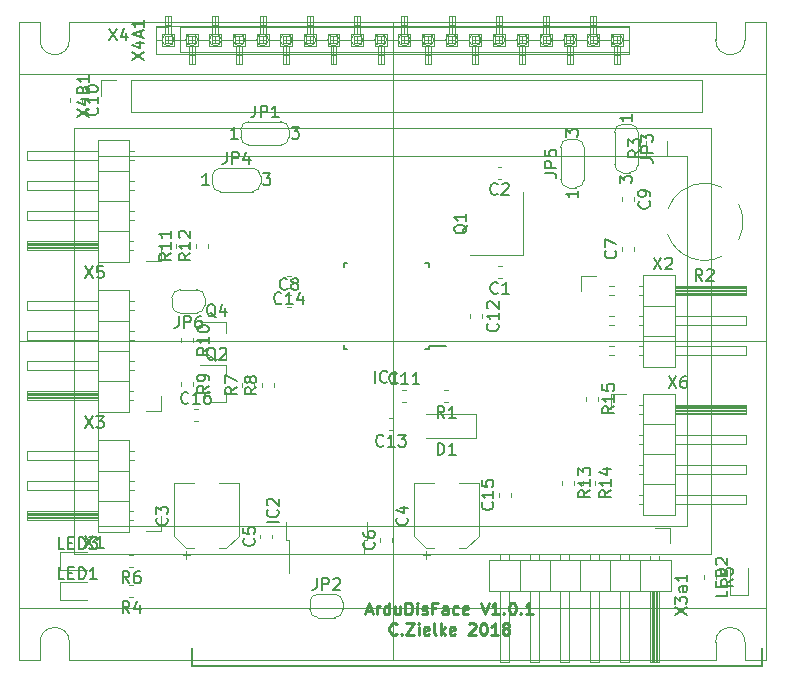
<source format=gto>
G04 #@! TF.GenerationSoftware,KiCad,Pcbnew,(5.0.0)*
G04 #@! TF.CreationDate,2018-11-19T10:00:08+01:00*
G04 #@! TF.ProjectId,GrafikDisplay_K0108_V2,47726166696B446973706C61795F4B30,rev?*
G04 #@! TF.SameCoordinates,Original*
G04 #@! TF.FileFunction,Legend,Top*
G04 #@! TF.FilePolarity,Positive*
%FSLAX46Y46*%
G04 Gerber Fmt 4.6, Leading zero omitted, Abs format (unit mm)*
G04 Created by KiCad (PCBNEW (5.0.0)) date 11/19/18 10:00:08*
%MOMM*%
%LPD*%
G01*
G04 APERTURE LIST*
%ADD10C,0.250000*%
%ADD11C,0.150000*%
%ADD12C,0.120000*%
%ADD13C,0.100000*%
G04 APERTURE END LIST*
D10*
X128767480Y-95358266D02*
X129243671Y-95358266D01*
X128672242Y-95643980D02*
X129005576Y-94643980D01*
X129338909Y-95643980D01*
X129672242Y-95643980D02*
X129672242Y-94977314D01*
X129672242Y-95167790D02*
X129719861Y-95072552D01*
X129767480Y-95024933D01*
X129862719Y-94977314D01*
X129957957Y-94977314D01*
X130719861Y-95643980D02*
X130719861Y-94643980D01*
X130719861Y-95596361D02*
X130624623Y-95643980D01*
X130434147Y-95643980D01*
X130338909Y-95596361D01*
X130291290Y-95548742D01*
X130243671Y-95453504D01*
X130243671Y-95167790D01*
X130291290Y-95072552D01*
X130338909Y-95024933D01*
X130434147Y-94977314D01*
X130624623Y-94977314D01*
X130719861Y-95024933D01*
X131624623Y-94977314D02*
X131624623Y-95643980D01*
X131196052Y-94977314D02*
X131196052Y-95501123D01*
X131243671Y-95596361D01*
X131338909Y-95643980D01*
X131481766Y-95643980D01*
X131577004Y-95596361D01*
X131624623Y-95548742D01*
X132100814Y-95643980D02*
X132100814Y-94643980D01*
X132338909Y-94643980D01*
X132481766Y-94691600D01*
X132577004Y-94786838D01*
X132624623Y-94882076D01*
X132672242Y-95072552D01*
X132672242Y-95215409D01*
X132624623Y-95405885D01*
X132577004Y-95501123D01*
X132481766Y-95596361D01*
X132338909Y-95643980D01*
X132100814Y-95643980D01*
X133100814Y-95643980D02*
X133100814Y-94977314D01*
X133100814Y-94643980D02*
X133053195Y-94691600D01*
X133100814Y-94739219D01*
X133148433Y-94691600D01*
X133100814Y-94643980D01*
X133100814Y-94739219D01*
X133529385Y-95596361D02*
X133624623Y-95643980D01*
X133815099Y-95643980D01*
X133910338Y-95596361D01*
X133957957Y-95501123D01*
X133957957Y-95453504D01*
X133910338Y-95358266D01*
X133815099Y-95310647D01*
X133672242Y-95310647D01*
X133577004Y-95263028D01*
X133529385Y-95167790D01*
X133529385Y-95120171D01*
X133577004Y-95024933D01*
X133672242Y-94977314D01*
X133815099Y-94977314D01*
X133910338Y-95024933D01*
X134719861Y-95120171D02*
X134386528Y-95120171D01*
X134386528Y-95643980D02*
X134386528Y-94643980D01*
X134862719Y-94643980D01*
X135672242Y-95643980D02*
X135672242Y-95120171D01*
X135624623Y-95024933D01*
X135529385Y-94977314D01*
X135338909Y-94977314D01*
X135243671Y-95024933D01*
X135672242Y-95596361D02*
X135577004Y-95643980D01*
X135338909Y-95643980D01*
X135243671Y-95596361D01*
X135196052Y-95501123D01*
X135196052Y-95405885D01*
X135243671Y-95310647D01*
X135338909Y-95263028D01*
X135577004Y-95263028D01*
X135672242Y-95215409D01*
X136577004Y-95596361D02*
X136481766Y-95643980D01*
X136291290Y-95643980D01*
X136196052Y-95596361D01*
X136148433Y-95548742D01*
X136100814Y-95453504D01*
X136100814Y-95167790D01*
X136148433Y-95072552D01*
X136196052Y-95024933D01*
X136291290Y-94977314D01*
X136481766Y-94977314D01*
X136577004Y-95024933D01*
X137386528Y-95596361D02*
X137291290Y-95643980D01*
X137100814Y-95643980D01*
X137005576Y-95596361D01*
X136957957Y-95501123D01*
X136957957Y-95120171D01*
X137005576Y-95024933D01*
X137100814Y-94977314D01*
X137291290Y-94977314D01*
X137386528Y-95024933D01*
X137434147Y-95120171D01*
X137434147Y-95215409D01*
X136957957Y-95310647D01*
X138481766Y-94643980D02*
X138815099Y-95643980D01*
X139148433Y-94643980D01*
X140005576Y-95643980D02*
X139434147Y-95643980D01*
X139719861Y-95643980D02*
X139719861Y-94643980D01*
X139624623Y-94786838D01*
X139529385Y-94882076D01*
X139434147Y-94929695D01*
X140434147Y-95548742D02*
X140481766Y-95596361D01*
X140434147Y-95643980D01*
X140386528Y-95596361D01*
X140434147Y-95548742D01*
X140434147Y-95643980D01*
X141100814Y-94643980D02*
X141196052Y-94643980D01*
X141291290Y-94691600D01*
X141338909Y-94739219D01*
X141386528Y-94834457D01*
X141434147Y-95024933D01*
X141434147Y-95263028D01*
X141386528Y-95453504D01*
X141338909Y-95548742D01*
X141291290Y-95596361D01*
X141196052Y-95643980D01*
X141100814Y-95643980D01*
X141005576Y-95596361D01*
X140957957Y-95548742D01*
X140910338Y-95453504D01*
X140862719Y-95263028D01*
X140862719Y-95024933D01*
X140910338Y-94834457D01*
X140957957Y-94739219D01*
X141005576Y-94691600D01*
X141100814Y-94643980D01*
X141862719Y-95548742D02*
X141910338Y-95596361D01*
X141862719Y-95643980D01*
X141815099Y-95596361D01*
X141862719Y-95548742D01*
X141862719Y-95643980D01*
X142862719Y-95643980D02*
X142291290Y-95643980D01*
X142577004Y-95643980D02*
X142577004Y-94643980D01*
X142481766Y-94786838D01*
X142386528Y-94882076D01*
X142291290Y-94929695D01*
X131362719Y-97298742D02*
X131315100Y-97346361D01*
X131172242Y-97393980D01*
X131077004Y-97393980D01*
X130934147Y-97346361D01*
X130838909Y-97251123D01*
X130791290Y-97155885D01*
X130743671Y-96965409D01*
X130743671Y-96822552D01*
X130791290Y-96632076D01*
X130838909Y-96536838D01*
X130934147Y-96441600D01*
X131077004Y-96393980D01*
X131172242Y-96393980D01*
X131315100Y-96441600D01*
X131362719Y-96489219D01*
X131791290Y-97298742D02*
X131838909Y-97346361D01*
X131791290Y-97393980D01*
X131743671Y-97346361D01*
X131791290Y-97298742D01*
X131791290Y-97393980D01*
X132172242Y-96393980D02*
X132838909Y-96393980D01*
X132172242Y-97393980D01*
X132838909Y-97393980D01*
X133219861Y-97393980D02*
X133219861Y-96727314D01*
X133219861Y-96393980D02*
X133172242Y-96441600D01*
X133219861Y-96489219D01*
X133267480Y-96441600D01*
X133219861Y-96393980D01*
X133219861Y-96489219D01*
X134077004Y-97346361D02*
X133981766Y-97393980D01*
X133791290Y-97393980D01*
X133696052Y-97346361D01*
X133648433Y-97251123D01*
X133648433Y-96870171D01*
X133696052Y-96774933D01*
X133791290Y-96727314D01*
X133981766Y-96727314D01*
X134077004Y-96774933D01*
X134124623Y-96870171D01*
X134124623Y-96965409D01*
X133648433Y-97060647D01*
X134696052Y-97393980D02*
X134600814Y-97346361D01*
X134553195Y-97251123D01*
X134553195Y-96393980D01*
X135077004Y-97393980D02*
X135077004Y-96393980D01*
X135172242Y-97013028D02*
X135457957Y-97393980D01*
X135457957Y-96727314D02*
X135077004Y-97108266D01*
X136267480Y-97346361D02*
X136172242Y-97393980D01*
X135981766Y-97393980D01*
X135886528Y-97346361D01*
X135838909Y-97251123D01*
X135838909Y-96870171D01*
X135886528Y-96774933D01*
X135981766Y-96727314D01*
X136172242Y-96727314D01*
X136267480Y-96774933D01*
X136315100Y-96870171D01*
X136315100Y-96965409D01*
X135838909Y-97060647D01*
X137457957Y-96489219D02*
X137505576Y-96441600D01*
X137600814Y-96393980D01*
X137838909Y-96393980D01*
X137934147Y-96441600D01*
X137981766Y-96489219D01*
X138029385Y-96584457D01*
X138029385Y-96679695D01*
X137981766Y-96822552D01*
X137410338Y-97393980D01*
X138029385Y-97393980D01*
X138648433Y-96393980D02*
X138743671Y-96393980D01*
X138838909Y-96441600D01*
X138886528Y-96489219D01*
X138934147Y-96584457D01*
X138981766Y-96774933D01*
X138981766Y-97013028D01*
X138934147Y-97203504D01*
X138886528Y-97298742D01*
X138838909Y-97346361D01*
X138743671Y-97393980D01*
X138648433Y-97393980D01*
X138553195Y-97346361D01*
X138505576Y-97298742D01*
X138457957Y-97203504D01*
X138410338Y-97013028D01*
X138410338Y-96774933D01*
X138457957Y-96584457D01*
X138505576Y-96489219D01*
X138553195Y-96441600D01*
X138648433Y-96393980D01*
X139934147Y-97393980D02*
X139362719Y-97393980D01*
X139648433Y-97393980D02*
X139648433Y-96393980D01*
X139553195Y-96536838D01*
X139457957Y-96632076D01*
X139362719Y-96679695D01*
X140505576Y-96822552D02*
X140410338Y-96774933D01*
X140362719Y-96727314D01*
X140315100Y-96632076D01*
X140315100Y-96584457D01*
X140362719Y-96489219D01*
X140410338Y-96441600D01*
X140505576Y-96393980D01*
X140696052Y-96393980D01*
X140791290Y-96441600D01*
X140838909Y-96489219D01*
X140886528Y-96584457D01*
X140886528Y-96632076D01*
X140838909Y-96727314D01*
X140791290Y-96774933D01*
X140696052Y-96822552D01*
X140505576Y-96822552D01*
X140410338Y-96870171D01*
X140362719Y-96917790D01*
X140315100Y-97013028D01*
X140315100Y-97203504D01*
X140362719Y-97298742D01*
X140410338Y-97346361D01*
X140505576Y-97393980D01*
X140696052Y-97393980D01*
X140791290Y-97346361D01*
X140838909Y-97298742D01*
X140886528Y-97203504D01*
X140886528Y-97013028D01*
X140838909Y-96917790D01*
X140791290Y-96870171D01*
X140696052Y-96822552D01*
D11*
X114001100Y-98503600D02*
X114001100Y-100003600D01*
X114001100Y-100003600D02*
X162261100Y-100003600D01*
X162261100Y-100003600D02*
X162261100Y-98503600D01*
D12*
G04 #@! TO.C,Q1*
X142079500Y-65258700D02*
X142079500Y-59858700D01*
X137579500Y-65258700D02*
X142079500Y-65258700D01*
G04 #@! TO.C,C16*
X114189321Y-79304600D02*
X114514879Y-79304600D01*
X114189321Y-78284600D02*
X114514879Y-78284600D01*
G04 #@! TO.C,X6*
X149531100Y-77016600D02*
X150801100Y-77016600D01*
X149531100Y-78286600D02*
X149531100Y-77016600D01*
X151844029Y-86286600D02*
X152241100Y-86286600D01*
X151844029Y-85526600D02*
X152241100Y-85526600D01*
X160901100Y-86286600D02*
X154901100Y-86286600D01*
X160901100Y-85526600D02*
X160901100Y-86286600D01*
X154901100Y-85526600D02*
X160901100Y-85526600D01*
X152241100Y-84636600D02*
X154901100Y-84636600D01*
X151844029Y-83746600D02*
X152241100Y-83746600D01*
X151844029Y-82986600D02*
X152241100Y-82986600D01*
X160901100Y-83746600D02*
X154901100Y-83746600D01*
X160901100Y-82986600D02*
X160901100Y-83746600D01*
X154901100Y-82986600D02*
X160901100Y-82986600D01*
X152241100Y-82096600D02*
X154901100Y-82096600D01*
X151844029Y-81206600D02*
X152241100Y-81206600D01*
X151844029Y-80446600D02*
X152241100Y-80446600D01*
X160901100Y-81206600D02*
X154901100Y-81206600D01*
X160901100Y-80446600D02*
X160901100Y-81206600D01*
X154901100Y-80446600D02*
X160901100Y-80446600D01*
X152241100Y-79556600D02*
X154901100Y-79556600D01*
X151911100Y-78666600D02*
X152241100Y-78666600D01*
X151911100Y-77906600D02*
X152241100Y-77906600D01*
X154901100Y-78566600D02*
X160901100Y-78566600D01*
X154901100Y-78446600D02*
X160901100Y-78446600D01*
X154901100Y-78326600D02*
X160901100Y-78326600D01*
X154901100Y-78206600D02*
X160901100Y-78206600D01*
X154901100Y-78086600D02*
X160901100Y-78086600D01*
X154901100Y-77966600D02*
X160901100Y-77966600D01*
X160901100Y-78666600D02*
X154901100Y-78666600D01*
X160901100Y-77906600D02*
X160901100Y-78666600D01*
X154901100Y-77906600D02*
X160901100Y-77906600D01*
X154901100Y-76956600D02*
X152241100Y-76956600D01*
X154901100Y-87236600D02*
X154901100Y-76956600D01*
X152241100Y-87236600D02*
X154901100Y-87236600D01*
X152241100Y-76956600D02*
X152241100Y-87236600D01*
G04 #@! TO.C,R13*
X145338100Y-84346821D02*
X145338100Y-84672379D01*
X146358100Y-84346821D02*
X146358100Y-84672379D01*
G04 #@! TO.C,R14*
X147116100Y-84346821D02*
X147116100Y-84672379D01*
X148136100Y-84346821D02*
X148136100Y-84672379D01*
G04 #@! TO.C,R15*
X147370100Y-77234821D02*
X147370100Y-77560379D01*
X148390100Y-77234821D02*
X148390100Y-77560379D01*
G04 #@! TO.C,X2*
X146991100Y-66983600D02*
X148261100Y-66983600D01*
X146991100Y-68253600D02*
X146991100Y-66983600D01*
X149304029Y-73713600D02*
X149758171Y-73713600D01*
X149304029Y-72953600D02*
X149758171Y-72953600D01*
X151844029Y-73713600D02*
X152241100Y-73713600D01*
X151844029Y-72953600D02*
X152241100Y-72953600D01*
X160901100Y-73713600D02*
X154901100Y-73713600D01*
X160901100Y-72953600D02*
X160901100Y-73713600D01*
X154901100Y-72953600D02*
X160901100Y-72953600D01*
X152241100Y-72063600D02*
X154901100Y-72063600D01*
X149304029Y-71173600D02*
X149758171Y-71173600D01*
X149304029Y-70413600D02*
X149758171Y-70413600D01*
X151844029Y-71173600D02*
X152241100Y-71173600D01*
X151844029Y-70413600D02*
X152241100Y-70413600D01*
X160901100Y-71173600D02*
X154901100Y-71173600D01*
X160901100Y-70413600D02*
X160901100Y-71173600D01*
X154901100Y-70413600D02*
X160901100Y-70413600D01*
X152241100Y-69523600D02*
X154901100Y-69523600D01*
X149371100Y-68633600D02*
X149758171Y-68633600D01*
X149371100Y-67873600D02*
X149758171Y-67873600D01*
X151844029Y-68633600D02*
X152241100Y-68633600D01*
X151844029Y-67873600D02*
X152241100Y-67873600D01*
X154901100Y-68533600D02*
X160901100Y-68533600D01*
X154901100Y-68413600D02*
X160901100Y-68413600D01*
X154901100Y-68293600D02*
X160901100Y-68293600D01*
X154901100Y-68173600D02*
X160901100Y-68173600D01*
X154901100Y-68053600D02*
X160901100Y-68053600D01*
X154901100Y-67933600D02*
X160901100Y-67933600D01*
X160901100Y-68633600D02*
X154901100Y-68633600D01*
X160901100Y-67873600D02*
X160901100Y-68633600D01*
X154901100Y-67873600D02*
X160901100Y-67873600D01*
X154901100Y-66923600D02*
X152241100Y-66923600D01*
X154901100Y-74663600D02*
X154901100Y-66923600D01*
X152241100Y-74663600D02*
X154901100Y-74663600D01*
X152241100Y-66923600D02*
X152241100Y-74663600D01*
G04 #@! TO.C,JP6*
X114417100Y-70142600D02*
X113017100Y-70142600D01*
X112317100Y-69442600D02*
X112317100Y-68842600D01*
X113017100Y-68142600D02*
X114417100Y-68142600D01*
X115117100Y-68842600D02*
X115117100Y-69442600D01*
X115117100Y-69442600D02*
G75*
G02X114417100Y-70142600I-700000J0D01*
G01*
X114417100Y-68142600D02*
G75*
G02X115117100Y-68842600I0J-700000D01*
G01*
X112317100Y-68842600D02*
G75*
G02X113017100Y-68142600I700000J0D01*
G01*
X113017100Y-70142600D02*
G75*
G02X112317100Y-69442600I0J700000D01*
G01*
G04 #@! TO.C,R11*
X113719100Y-64606379D02*
X113719100Y-64280821D01*
X112699100Y-64606379D02*
X112699100Y-64280821D01*
G04 #@! TO.C,R12*
X115370100Y-64606379D02*
X115370100Y-64280821D01*
X114350100Y-64606379D02*
X114350100Y-64280821D01*
G04 #@! TO.C,R9*
X113080100Y-75964821D02*
X113080100Y-76290379D01*
X114100100Y-75964821D02*
X114100100Y-76290379D01*
G04 #@! TO.C,R10*
X113080100Y-72281821D02*
X113080100Y-72607379D01*
X114100100Y-72281821D02*
X114100100Y-72607379D01*
G04 #@! TO.C,R7*
X119307100Y-76417379D02*
X119307100Y-76091821D01*
X118287100Y-76417379D02*
X118287100Y-76091821D01*
G04 #@! TO.C,R8*
X120958100Y-76417379D02*
X120958100Y-76091821D01*
X119938100Y-76417379D02*
X119938100Y-76091821D01*
G04 #@! TO.C,JP5*
X145929100Y-59508600D02*
G75*
G02X145229100Y-58808600I0J700000D01*
G01*
X147229100Y-58808600D02*
G75*
G02X146529100Y-59508600I-700000J0D01*
G01*
X146529100Y-55408600D02*
G75*
G02X147229100Y-56108600I0J-700000D01*
G01*
X145229100Y-56108600D02*
G75*
G02X145929100Y-55408600I700000J0D01*
G01*
X145229100Y-58858600D02*
X145229100Y-56058600D01*
X145929100Y-55408600D02*
X146529100Y-55408600D01*
X147229100Y-56058600D02*
X147229100Y-58858600D01*
X146529100Y-59508600D02*
X145929100Y-59508600D01*
G04 #@! TO.C,Q2*
X116890100Y-77707600D02*
X115430100Y-77707600D01*
X116890100Y-74547600D02*
X114730100Y-74547600D01*
X116890100Y-74547600D02*
X116890100Y-75477600D01*
X116890100Y-77707600D02*
X116890100Y-76777600D01*
G04 #@! TO.C,Q4*
X116890100Y-74024600D02*
X115430100Y-74024600D01*
X116890100Y-70864600D02*
X114730100Y-70864600D01*
X116890100Y-70864600D02*
X116890100Y-71794600D01*
X116890100Y-74024600D02*
X116890100Y-73094600D01*
G04 #@! TO.C,C15*
X141024100Y-85688379D02*
X141024100Y-85362821D01*
X140004100Y-85688379D02*
X140004100Y-85362821D01*
G04 #@! TO.C,X3a1*
X154484100Y-88319600D02*
X154484100Y-89589600D01*
X153214100Y-88319600D02*
X154484100Y-88319600D01*
X140134100Y-90632529D02*
X140134100Y-91029600D01*
X140894100Y-90632529D02*
X140894100Y-91029600D01*
X140134100Y-99689600D02*
X140134100Y-93689600D01*
X140894100Y-99689600D02*
X140134100Y-99689600D01*
X140894100Y-93689600D02*
X140894100Y-99689600D01*
X141784100Y-91029600D02*
X141784100Y-93689600D01*
X142674100Y-90632529D02*
X142674100Y-91029600D01*
X143434100Y-90632529D02*
X143434100Y-91029600D01*
X142674100Y-99689600D02*
X142674100Y-93689600D01*
X143434100Y-99689600D02*
X142674100Y-99689600D01*
X143434100Y-93689600D02*
X143434100Y-99689600D01*
X144324100Y-91029600D02*
X144324100Y-93689600D01*
X145214100Y-90632529D02*
X145214100Y-91029600D01*
X145974100Y-90632529D02*
X145974100Y-91029600D01*
X145214100Y-99689600D02*
X145214100Y-93689600D01*
X145974100Y-99689600D02*
X145214100Y-99689600D01*
X145974100Y-93689600D02*
X145974100Y-99689600D01*
X146864100Y-91029600D02*
X146864100Y-93689600D01*
X147754100Y-90632529D02*
X147754100Y-91029600D01*
X148514100Y-90632529D02*
X148514100Y-91029600D01*
X147754100Y-99689600D02*
X147754100Y-93689600D01*
X148514100Y-99689600D02*
X147754100Y-99689600D01*
X148514100Y-93689600D02*
X148514100Y-99689600D01*
X149404100Y-91029600D02*
X149404100Y-93689600D01*
X150294100Y-90632529D02*
X150294100Y-91029600D01*
X151054100Y-90632529D02*
X151054100Y-91029600D01*
X150294100Y-99689600D02*
X150294100Y-93689600D01*
X151054100Y-99689600D02*
X150294100Y-99689600D01*
X151054100Y-93689600D02*
X151054100Y-99689600D01*
X151944100Y-91029600D02*
X151944100Y-93689600D01*
X152834100Y-90699600D02*
X152834100Y-91029600D01*
X153594100Y-90699600D02*
X153594100Y-91029600D01*
X152934100Y-93689600D02*
X152934100Y-99689600D01*
X153054100Y-93689600D02*
X153054100Y-99689600D01*
X153174100Y-93689600D02*
X153174100Y-99689600D01*
X153294100Y-93689600D02*
X153294100Y-99689600D01*
X153414100Y-93689600D02*
X153414100Y-99689600D01*
X153534100Y-93689600D02*
X153534100Y-99689600D01*
X152834100Y-99689600D02*
X152834100Y-93689600D01*
X153594100Y-99689600D02*
X152834100Y-99689600D01*
X153594100Y-93689600D02*
X153594100Y-99689600D01*
X154544100Y-93689600D02*
X154544100Y-91029600D01*
X139184100Y-93689600D02*
X154544100Y-93689600D01*
X139184100Y-91029600D02*
X139184100Y-93689600D01*
X154544100Y-91029600D02*
X139184100Y-91029600D01*
G04 #@! TO.C,JP4*
X115731100Y-58555600D02*
G75*
G02X116431100Y-57855600I700000J0D01*
G01*
X116431100Y-59855600D02*
G75*
G02X115731100Y-59155600I0J700000D01*
G01*
X119831100Y-59155600D02*
G75*
G02X119131100Y-59855600I-700000J0D01*
G01*
X119131100Y-57855600D02*
G75*
G02X119831100Y-58555600I0J-700000D01*
G01*
X116381100Y-57855600D02*
X119181100Y-57855600D01*
X119831100Y-58555600D02*
X119831100Y-59155600D01*
X119181100Y-59855600D02*
X116381100Y-59855600D01*
X115731100Y-59155600D02*
X115731100Y-58555600D01*
G04 #@! TO.C,JP3*
X151101100Y-54138600D02*
G75*
G02X151801100Y-54838600I0J-700000D01*
G01*
X149801100Y-54838600D02*
G75*
G02X150501100Y-54138600I700000J0D01*
G01*
X150501100Y-58238600D02*
G75*
G02X149801100Y-57538600I0J700000D01*
G01*
X151801100Y-57538600D02*
G75*
G02X151101100Y-58238600I-700000J0D01*
G01*
X151801100Y-54788600D02*
X151801100Y-57588600D01*
X151101100Y-58238600D02*
X150501100Y-58238600D01*
X149801100Y-57588600D02*
X149801100Y-54788600D01*
X150501100Y-54138600D02*
X151101100Y-54138600D01*
G04 #@! TO.C,JP1*
X118144100Y-54618600D02*
G75*
G02X118844100Y-53918600I700000J0D01*
G01*
X118844100Y-55918600D02*
G75*
G02X118144100Y-55218600I0J700000D01*
G01*
X122244100Y-55218600D02*
G75*
G02X121544100Y-55918600I-700000J0D01*
G01*
X121544100Y-53918600D02*
G75*
G02X122244100Y-54618600I0J-700000D01*
G01*
X118794100Y-53918600D02*
X121594100Y-53918600D01*
X122244100Y-54618600D02*
X122244100Y-55218600D01*
X121594100Y-55918600D02*
X118794100Y-55918600D01*
X118144100Y-55218600D02*
X118144100Y-54618600D01*
G04 #@! TO.C,C13*
X131024879Y-79046600D02*
X130699321Y-79046600D01*
X131024879Y-80066600D02*
X130699321Y-80066600D01*
G04 #@! TO.C,C12*
X137591100Y-70249821D02*
X137591100Y-70575379D01*
X138611100Y-70249821D02*
X138611100Y-70575379D01*
G04 #@! TO.C,C14*
X122388879Y-66981600D02*
X122063321Y-66981600D01*
X122388879Y-68001600D02*
X122063321Y-68001600D01*
G04 #@! TO.C,C11*
X131842321Y-77653600D02*
X132167879Y-77653600D01*
X131842321Y-76633600D02*
X132167879Y-76633600D01*
D13*
G04 #@! TO.C,X4*
X131002200Y-45807200D02*
X131002200Y-48207200D01*
X111502200Y-47007200D02*
X111002200Y-47007200D01*
X113502200Y-47007200D02*
X112502200Y-47007200D01*
X115502200Y-47007200D02*
X114502200Y-47007200D01*
X117502200Y-47007200D02*
X116502200Y-47007200D01*
X119502200Y-47007200D02*
X118502200Y-47007200D01*
X121502200Y-47007200D02*
X120502200Y-47007200D01*
X123502200Y-47007200D02*
X122502200Y-47007200D01*
X125502200Y-47007200D02*
X124502200Y-47007200D01*
X127502200Y-47007200D02*
X126502200Y-47007200D01*
X129502200Y-47007200D02*
X128502200Y-47007200D01*
X131502200Y-47007200D02*
X130502200Y-47007200D01*
X133502200Y-47007200D02*
X132502200Y-47007200D01*
X135502200Y-47007200D02*
X134502200Y-47007200D01*
X137502200Y-47007200D02*
X136502200Y-47007200D01*
X139502200Y-47007200D02*
X138502200Y-47007200D01*
X141502200Y-47007200D02*
X140502200Y-47007200D01*
X143502200Y-47007200D02*
X142502200Y-47007200D01*
X145502200Y-47007200D02*
X144502200Y-47007200D01*
X147502200Y-47007200D02*
X146502200Y-47007200D01*
X149502200Y-47007200D02*
X148502200Y-47007200D01*
X151002200Y-47007200D02*
X150502200Y-47007200D01*
X131002200Y-48207200D02*
X131002200Y-48207200D01*
X151002200Y-48207200D02*
X111002200Y-48207200D01*
X150502200Y-47007200D02*
X151002200Y-47007200D01*
X148502200Y-47007200D02*
X149502200Y-47007200D01*
X146502200Y-47007200D02*
X147502200Y-47007200D01*
X144502200Y-47007200D02*
X145502200Y-47007200D01*
X142502200Y-47007200D02*
X143502200Y-47007200D01*
X140502200Y-47007200D02*
X141502200Y-47007200D01*
X138502200Y-47007200D02*
X139502200Y-47007200D01*
X136502200Y-47007200D02*
X137502200Y-47007200D01*
X134502200Y-47007200D02*
X135502200Y-47007200D01*
X132502200Y-47007200D02*
X133502200Y-47007200D01*
X130502200Y-47007200D02*
X131502200Y-47007200D01*
X128502200Y-47007200D02*
X129502200Y-47007200D01*
X126502200Y-47007200D02*
X127502200Y-47007200D01*
X124502200Y-47007200D02*
X125502200Y-47007200D01*
X122502200Y-47007200D02*
X123502200Y-47007200D01*
X120502200Y-47007200D02*
X121502200Y-47007200D01*
X118502200Y-47007200D02*
X119502200Y-47007200D01*
X116502200Y-47007200D02*
X117502200Y-47007200D01*
X114502200Y-47007200D02*
X115502200Y-47007200D01*
X112502200Y-47007200D02*
X113502200Y-47007200D01*
X111002200Y-47007200D02*
X111502200Y-47007200D01*
X131002200Y-48207200D02*
X131002200Y-45807200D01*
X131002200Y-45807200D02*
X131002200Y-45807200D01*
X111002200Y-45807200D02*
X151002200Y-45807200D01*
X112002200Y-47507200D02*
X112002200Y-47507200D01*
X112502200Y-47507200D02*
X111502200Y-47507200D01*
X112502200Y-47007200D02*
X112502200Y-47007200D01*
X112502200Y-46507200D02*
X112502200Y-47507200D01*
X112002200Y-46507200D02*
X112002200Y-46507200D01*
X111502200Y-46507200D02*
X112502200Y-46507200D01*
X111502200Y-47007200D02*
X111502200Y-47007200D01*
X111502200Y-47507200D02*
X111502200Y-46507200D01*
X111002200Y-47007200D02*
X111002200Y-47007200D01*
X111002200Y-48207200D02*
X111002200Y-45807200D01*
X114002200Y-46507200D02*
X114002200Y-46507200D01*
X113502200Y-46507200D02*
X114502200Y-46507200D01*
X113502200Y-47007200D02*
X113502200Y-47007200D01*
X113502200Y-47507200D02*
X113502200Y-46507200D01*
X114002200Y-47507200D02*
X114002200Y-47507200D01*
X114502200Y-47507200D02*
X113502200Y-47507200D01*
X114502200Y-47007200D02*
X114502200Y-47007200D01*
X114502200Y-46507200D02*
X114502200Y-47507200D01*
X116002200Y-47507200D02*
X116002200Y-47507200D01*
X116502200Y-47507200D02*
X115502200Y-47507200D01*
X116502200Y-47007200D02*
X116502200Y-47007200D01*
X116502200Y-46507200D02*
X116502200Y-47507200D01*
X116002200Y-46507200D02*
X116002200Y-46507200D01*
X115502200Y-46507200D02*
X116502200Y-46507200D01*
X115502200Y-47007200D02*
X115502200Y-47007200D01*
X115502200Y-47507200D02*
X115502200Y-46507200D01*
X118002200Y-46507200D02*
X118002200Y-46507200D01*
X117502200Y-46507200D02*
X118502200Y-46507200D01*
X117502200Y-47007200D02*
X117502200Y-47007200D01*
X117502200Y-47507200D02*
X117502200Y-46507200D01*
X118002200Y-47507200D02*
X118002200Y-47507200D01*
X118502200Y-47507200D02*
X117502200Y-47507200D01*
X118502200Y-47007200D02*
X118502200Y-47007200D01*
X118502200Y-46507200D02*
X118502200Y-47507200D01*
X120002200Y-47507200D02*
X120002200Y-47507200D01*
X120502200Y-47507200D02*
X119502200Y-47507200D01*
X120502200Y-47007200D02*
X120502200Y-47007200D01*
X120502200Y-46507200D02*
X120502200Y-47507200D01*
X120002200Y-46507200D02*
X120002200Y-46507200D01*
X119502200Y-46507200D02*
X120502200Y-46507200D01*
X119502200Y-47007200D02*
X119502200Y-47007200D01*
X119502200Y-47507200D02*
X119502200Y-46507200D01*
X122002200Y-46507200D02*
X122002200Y-46507200D01*
X121502200Y-46507200D02*
X122502200Y-46507200D01*
X121502200Y-47007200D02*
X121502200Y-47007200D01*
X121502200Y-47507200D02*
X121502200Y-46507200D01*
X122002200Y-47507200D02*
X122002200Y-47507200D01*
X122502200Y-47507200D02*
X121502200Y-47507200D01*
X122502200Y-47007200D02*
X122502200Y-47007200D01*
X122502200Y-46507200D02*
X122502200Y-47507200D01*
X124002200Y-47507200D02*
X124002200Y-47507200D01*
X124502200Y-47507200D02*
X123502200Y-47507200D01*
X124502200Y-47007200D02*
X124502200Y-47007200D01*
X124502200Y-46507200D02*
X124502200Y-47507200D01*
X124002200Y-46507200D02*
X124002200Y-46507200D01*
X123502200Y-46507200D02*
X124502200Y-46507200D01*
X123502200Y-47007200D02*
X123502200Y-47007200D01*
X123502200Y-47507200D02*
X123502200Y-46507200D01*
X126002200Y-46507200D02*
X126002200Y-46507200D01*
X125502200Y-46507200D02*
X126502200Y-46507200D01*
X125502200Y-47007200D02*
X125502200Y-47007200D01*
X125502200Y-47507200D02*
X125502200Y-46507200D01*
X126002200Y-47507200D02*
X126002200Y-47507200D01*
X126502200Y-47507200D02*
X125502200Y-47507200D01*
X126502200Y-47007200D02*
X126502200Y-47007200D01*
X126502200Y-46507200D02*
X126502200Y-47507200D01*
X128002200Y-47507200D02*
X128002200Y-47507200D01*
X128502200Y-47507200D02*
X127502200Y-47507200D01*
X128502200Y-47007200D02*
X128502200Y-47007200D01*
X128502200Y-46507200D02*
X128502200Y-47507200D01*
X128002200Y-46507200D02*
X128002200Y-46507200D01*
X127502200Y-46507200D02*
X128502200Y-46507200D01*
X127502200Y-47007200D02*
X127502200Y-47007200D01*
X127502200Y-47507200D02*
X127502200Y-46507200D01*
X130002200Y-46507200D02*
X130002200Y-46507200D01*
X129502200Y-46507200D02*
X130502200Y-46507200D01*
X129502200Y-47007200D02*
X129502200Y-47007200D01*
X129502200Y-47507200D02*
X129502200Y-46507200D01*
X130002200Y-47507200D02*
X130002200Y-47507200D01*
X130502200Y-47507200D02*
X129502200Y-47507200D01*
X130502200Y-47007200D02*
X130502200Y-47007200D01*
X130502200Y-46507200D02*
X130502200Y-47507200D01*
X132002200Y-47507200D02*
X132002200Y-47507200D01*
X132502200Y-47507200D02*
X131502200Y-47507200D01*
X132502200Y-47007200D02*
X132502200Y-47007200D01*
X132502200Y-46507200D02*
X132502200Y-47507200D01*
X132002200Y-46507200D02*
X132002200Y-46507200D01*
X131502200Y-46507200D02*
X132502200Y-46507200D01*
X131502200Y-47007200D02*
X131502200Y-47007200D01*
X131502200Y-47507200D02*
X131502200Y-46507200D01*
X134002200Y-46507200D02*
X134002200Y-46507200D01*
X133502200Y-46507200D02*
X134502200Y-46507200D01*
X133502200Y-47007200D02*
X133502200Y-47007200D01*
X133502200Y-47507200D02*
X133502200Y-46507200D01*
X134002200Y-47507200D02*
X134002200Y-47507200D01*
X134502200Y-47507200D02*
X133502200Y-47507200D01*
X134502200Y-47007200D02*
X134502200Y-47007200D01*
X134502200Y-46507200D02*
X134502200Y-47507200D01*
X136002200Y-47507200D02*
X136002200Y-47507200D01*
X136502200Y-47507200D02*
X135502200Y-47507200D01*
X136502200Y-47007200D02*
X136502200Y-47007200D01*
X136502200Y-46507200D02*
X136502200Y-47507200D01*
X136002200Y-46507200D02*
X136002200Y-46507200D01*
X135502200Y-46507200D02*
X136502200Y-46507200D01*
X135502200Y-47007200D02*
X135502200Y-47007200D01*
X135502200Y-47507200D02*
X135502200Y-46507200D01*
X138002200Y-46507200D02*
X138002200Y-46507200D01*
X137502200Y-46507200D02*
X138502200Y-46507200D01*
X137502200Y-47007200D02*
X137502200Y-47007200D01*
X137502200Y-47507200D02*
X137502200Y-46507200D01*
X138002200Y-47507200D02*
X138002200Y-47507200D01*
X138502200Y-47507200D02*
X137502200Y-47507200D01*
X138502200Y-47007200D02*
X138502200Y-47007200D01*
X138502200Y-46507200D02*
X138502200Y-47507200D01*
X140002200Y-47507200D02*
X140002200Y-47507200D01*
X140502200Y-47507200D02*
X139502200Y-47507200D01*
X140502200Y-47007200D02*
X140502200Y-47007200D01*
X140502200Y-46507200D02*
X140502200Y-47507200D01*
X140002200Y-46507200D02*
X140002200Y-46507200D01*
X139502200Y-46507200D02*
X140502200Y-46507200D01*
X139502200Y-47007200D02*
X139502200Y-47007200D01*
X139502200Y-47507200D02*
X139502200Y-46507200D01*
X142002200Y-46507200D02*
X142002200Y-46507200D01*
X141502200Y-46507200D02*
X142502200Y-46507200D01*
X141502200Y-47007200D02*
X141502200Y-47007200D01*
X141502200Y-47507200D02*
X141502200Y-46507200D01*
X142002200Y-47507200D02*
X142002200Y-47507200D01*
X142502200Y-47507200D02*
X141502200Y-47507200D01*
X142502200Y-47007200D02*
X142502200Y-47007200D01*
X142502200Y-46507200D02*
X142502200Y-47507200D01*
X144002200Y-47507200D02*
X144002200Y-47507200D01*
X144502200Y-47507200D02*
X143502200Y-47507200D01*
X144502200Y-47007200D02*
X144502200Y-47007200D01*
X144502200Y-46507200D02*
X144502200Y-47507200D01*
X144002200Y-46507200D02*
X144002200Y-46507200D01*
X143502200Y-46507200D02*
X144502200Y-46507200D01*
X143502200Y-47007200D02*
X143502200Y-47007200D01*
X143502200Y-47507200D02*
X143502200Y-46507200D01*
X146002200Y-46507200D02*
X146002200Y-46507200D01*
X145502200Y-46507200D02*
X146502200Y-46507200D01*
X145502200Y-47007200D02*
X145502200Y-47007200D01*
X145502200Y-47507200D02*
X145502200Y-46507200D01*
X146002200Y-47507200D02*
X146002200Y-47507200D01*
X146502200Y-47507200D02*
X145502200Y-47507200D01*
X146502200Y-47007200D02*
X146502200Y-47007200D01*
X146502200Y-46507200D02*
X146502200Y-47507200D01*
X148002200Y-47507200D02*
X148002200Y-47507200D01*
X148502200Y-47507200D02*
X147502200Y-47507200D01*
X148502200Y-47007200D02*
X148502200Y-47007200D01*
X148502200Y-46507200D02*
X148502200Y-47507200D01*
X148002200Y-46507200D02*
X148002200Y-46507200D01*
X147502200Y-46507200D02*
X148502200Y-46507200D01*
X147502200Y-47007200D02*
X147502200Y-47007200D01*
X147502200Y-47507200D02*
X147502200Y-46507200D01*
X150002200Y-46507200D02*
X150002200Y-46507200D01*
X149502200Y-46507200D02*
X150502200Y-46507200D01*
X149502200Y-47007200D02*
X149502200Y-47007200D01*
X149502200Y-47507200D02*
X149502200Y-46507200D01*
X150002200Y-47507200D02*
X150002200Y-47507200D01*
X150502200Y-47507200D02*
X149502200Y-47507200D01*
X150502200Y-47007200D02*
X150502200Y-47007200D01*
X150502200Y-46507200D02*
X150502200Y-47507200D01*
X151002200Y-47007200D02*
X151002200Y-47007200D01*
X151002200Y-45807200D02*
X151002200Y-48207200D01*
X113002200Y-48207200D02*
X111002200Y-48207200D01*
X115002200Y-48207200D02*
X113002200Y-48207200D01*
X117002200Y-48207200D02*
X115002200Y-48207200D01*
X119002200Y-48207200D02*
X117002200Y-48207200D01*
X121002200Y-48207200D02*
X119002200Y-48207200D01*
X123002200Y-48207200D02*
X121002200Y-48207200D01*
X125002200Y-48207200D02*
X123002200Y-48207200D01*
X127002200Y-48207200D02*
X125002200Y-48207200D01*
X129002200Y-48207200D02*
X127002200Y-48207200D01*
X131002200Y-48207200D02*
X129002200Y-48207200D01*
X133002200Y-48207200D02*
X131002200Y-48207200D01*
X135002200Y-48207200D02*
X133002200Y-48207200D01*
X137002200Y-48207200D02*
X135002200Y-48207200D01*
X139002200Y-48207200D02*
X137002200Y-48207200D01*
X141002200Y-48207200D02*
X139002200Y-48207200D01*
X143002200Y-48207200D02*
X141002200Y-48207200D01*
X145002200Y-48207200D02*
X143002200Y-48207200D01*
X147002200Y-48207200D02*
X145002200Y-48207200D01*
X149002200Y-48207200D02*
X147002200Y-48207200D01*
X151002200Y-48207200D02*
X149002200Y-48207200D01*
X149002200Y-45807200D02*
X151002200Y-45807200D01*
X147002200Y-45807200D02*
X149002200Y-45807200D01*
X145002200Y-45807200D02*
X147002200Y-45807200D01*
X143002200Y-45807200D02*
X145002200Y-45807200D01*
X141002200Y-45807200D02*
X143002200Y-45807200D01*
X139002200Y-45807200D02*
X141002200Y-45807200D01*
X137002200Y-45807200D02*
X139002200Y-45807200D01*
X135002200Y-45807200D02*
X137002200Y-45807200D01*
X133002200Y-45807200D02*
X135002200Y-45807200D01*
X131002200Y-45807200D02*
X133002200Y-45807200D01*
X129002200Y-45807200D02*
X131002200Y-45807200D01*
X127002200Y-45807200D02*
X129002200Y-45807200D01*
X125002200Y-45807200D02*
X127002200Y-45807200D01*
X123002200Y-45807200D02*
X125002200Y-45807200D01*
X121002200Y-45807200D02*
X123002200Y-45807200D01*
X119002200Y-45807200D02*
X121002200Y-45807200D01*
X117002200Y-45807200D02*
X119002200Y-45807200D01*
X115002200Y-45807200D02*
X117002200Y-45807200D01*
X113002200Y-45807200D02*
X115002200Y-45807200D01*
X111002200Y-45807200D02*
X113002200Y-45807200D01*
X113002200Y-48207200D02*
X111002200Y-48207200D01*
X115002200Y-48207200D02*
X113002200Y-48207200D01*
X117002200Y-48207200D02*
X115002200Y-48207200D01*
X119002200Y-48207200D02*
X117002200Y-48207200D01*
X121002200Y-48207200D02*
X119002200Y-48207200D01*
X123002200Y-48207200D02*
X121002200Y-48207200D01*
X125002200Y-48207200D02*
X123002200Y-48207200D01*
X127002200Y-48207200D02*
X125002200Y-48207200D01*
X129002200Y-48207200D02*
X127002200Y-48207200D01*
X131002200Y-48207200D02*
X129002200Y-48207200D01*
X133002200Y-48207200D02*
X131002200Y-48207200D01*
X135002200Y-48207200D02*
X133002200Y-48207200D01*
X137002200Y-48207200D02*
X135002200Y-48207200D01*
X139002200Y-48207200D02*
X137002200Y-48207200D01*
X141002200Y-48207200D02*
X139002200Y-48207200D01*
X143002200Y-48207200D02*
X141002200Y-48207200D01*
X145002200Y-48207200D02*
X143002200Y-48207200D01*
X147002200Y-48207200D02*
X145002200Y-48207200D01*
X149002200Y-48207200D02*
X147002200Y-48207200D01*
X151002200Y-48207200D02*
X149002200Y-48207200D01*
X149002200Y-45807200D02*
X151002200Y-45807200D01*
X147002200Y-45807200D02*
X149002200Y-45807200D01*
X145002200Y-45807200D02*
X147002200Y-45807200D01*
X143002200Y-45807200D02*
X145002200Y-45807200D01*
X141002200Y-45807200D02*
X143002200Y-45807200D01*
X139002200Y-45807200D02*
X141002200Y-45807200D01*
X137002200Y-45807200D02*
X139002200Y-45807200D01*
X135002200Y-45807200D02*
X137002200Y-45807200D01*
X133002200Y-45807200D02*
X135002200Y-45807200D01*
X131002200Y-45807200D02*
X133002200Y-45807200D01*
X129002200Y-45807200D02*
X131002200Y-45807200D01*
X127002200Y-45807200D02*
X129002200Y-45807200D01*
X125002200Y-45807200D02*
X127002200Y-45807200D01*
X123002200Y-45807200D02*
X125002200Y-45807200D01*
X121002200Y-45807200D02*
X123002200Y-45807200D01*
X119002200Y-45807200D02*
X121002200Y-45807200D01*
X117002200Y-45807200D02*
X119002200Y-45807200D01*
X115002200Y-45807200D02*
X117002200Y-45807200D01*
X113002200Y-45807200D02*
X115002200Y-45807200D01*
X111002200Y-45807200D02*
X113002200Y-45807200D01*
X112502200Y-47507200D02*
X111502200Y-47507200D01*
X112502200Y-46507200D02*
X112502200Y-47507200D01*
X111502200Y-46507200D02*
X112502200Y-46507200D01*
X111502200Y-47507200D02*
X111502200Y-46507200D01*
X112502200Y-47507200D02*
X111502200Y-47507200D01*
X112502200Y-46507200D02*
X112502200Y-47507200D01*
X111502200Y-46507200D02*
X112502200Y-46507200D01*
X111502200Y-47507200D02*
X111502200Y-46507200D01*
X112502200Y-47507200D02*
X112502200Y-47507200D01*
X112502200Y-46507200D02*
X112502200Y-46507200D01*
X111502200Y-46507200D02*
X111502200Y-46507200D01*
X111502200Y-47507200D02*
X111502200Y-47507200D01*
X111002200Y-45807200D02*
X111002200Y-45807200D01*
X111002200Y-48207200D02*
X111002200Y-48207200D01*
X111002200Y-48207200D02*
X111002200Y-45807200D01*
X111002200Y-48207200D02*
X111002200Y-45807200D01*
X113502200Y-46507200D02*
X114502200Y-46507200D01*
X113502200Y-47507200D02*
X113502200Y-46507200D01*
X114502200Y-47507200D02*
X113502200Y-47507200D01*
X114502200Y-46507200D02*
X114502200Y-47507200D01*
X113502200Y-46507200D02*
X114502200Y-46507200D01*
X113502200Y-47507200D02*
X113502200Y-46507200D01*
X114502200Y-47507200D02*
X113502200Y-47507200D01*
X114502200Y-46507200D02*
X114502200Y-47507200D01*
X113502200Y-46507200D02*
X113502200Y-46507200D01*
X113502200Y-47507200D02*
X113502200Y-47507200D01*
X114502200Y-47507200D02*
X114502200Y-47507200D01*
X114502200Y-46507200D02*
X114502200Y-46507200D01*
X116502200Y-47507200D02*
X115502200Y-47507200D01*
X116502200Y-46507200D02*
X116502200Y-47507200D01*
X115502200Y-46507200D02*
X116502200Y-46507200D01*
X115502200Y-47507200D02*
X115502200Y-46507200D01*
X116502200Y-47507200D02*
X115502200Y-47507200D01*
X116502200Y-46507200D02*
X116502200Y-47507200D01*
X115502200Y-46507200D02*
X116502200Y-46507200D01*
X115502200Y-47507200D02*
X115502200Y-46507200D01*
X116502200Y-47507200D02*
X116502200Y-47507200D01*
X116502200Y-46507200D02*
X116502200Y-46507200D01*
X115502200Y-46507200D02*
X115502200Y-46507200D01*
X115502200Y-47507200D02*
X115502200Y-47507200D01*
X117502200Y-46507200D02*
X118502200Y-46507200D01*
X117502200Y-47507200D02*
X117502200Y-46507200D01*
X118502200Y-47507200D02*
X117502200Y-47507200D01*
X118502200Y-46507200D02*
X118502200Y-47507200D01*
X117502200Y-46507200D02*
X118502200Y-46507200D01*
X117502200Y-47507200D02*
X117502200Y-46507200D01*
X118502200Y-47507200D02*
X117502200Y-47507200D01*
X118502200Y-46507200D02*
X118502200Y-47507200D01*
X117502200Y-46507200D02*
X117502200Y-46507200D01*
X117502200Y-47507200D02*
X117502200Y-47507200D01*
X118502200Y-47507200D02*
X118502200Y-47507200D01*
X118502200Y-46507200D02*
X118502200Y-46507200D01*
X120502200Y-47507200D02*
X119502200Y-47507200D01*
X120502200Y-46507200D02*
X120502200Y-47507200D01*
X119502200Y-46507200D02*
X120502200Y-46507200D01*
X119502200Y-47507200D02*
X119502200Y-46507200D01*
X120502200Y-47507200D02*
X119502200Y-47507200D01*
X120502200Y-46507200D02*
X120502200Y-47507200D01*
X119502200Y-46507200D02*
X120502200Y-46507200D01*
X119502200Y-47507200D02*
X119502200Y-46507200D01*
X120502200Y-47507200D02*
X120502200Y-47507200D01*
X120502200Y-46507200D02*
X120502200Y-46507200D01*
X119502200Y-46507200D02*
X119502200Y-46507200D01*
X119502200Y-47507200D02*
X119502200Y-47507200D01*
X121502200Y-46507200D02*
X122502200Y-46507200D01*
X121502200Y-47507200D02*
X121502200Y-46507200D01*
X122502200Y-47507200D02*
X121502200Y-47507200D01*
X122502200Y-46507200D02*
X122502200Y-47507200D01*
X121502200Y-46507200D02*
X122502200Y-46507200D01*
X121502200Y-47507200D02*
X121502200Y-46507200D01*
X122502200Y-47507200D02*
X121502200Y-47507200D01*
X122502200Y-46507200D02*
X122502200Y-47507200D01*
X121502200Y-46507200D02*
X121502200Y-46507200D01*
X121502200Y-47507200D02*
X121502200Y-47507200D01*
X122502200Y-47507200D02*
X122502200Y-47507200D01*
X122502200Y-46507200D02*
X122502200Y-46507200D01*
X124502200Y-47507200D02*
X123502200Y-47507200D01*
X124502200Y-46507200D02*
X124502200Y-47507200D01*
X123502200Y-46507200D02*
X124502200Y-46507200D01*
X123502200Y-47507200D02*
X123502200Y-46507200D01*
X124502200Y-47507200D02*
X123502200Y-47507200D01*
X124502200Y-46507200D02*
X124502200Y-47507200D01*
X123502200Y-46507200D02*
X124502200Y-46507200D01*
X123502200Y-47507200D02*
X123502200Y-46507200D01*
X124502200Y-47507200D02*
X124502200Y-47507200D01*
X124502200Y-46507200D02*
X124502200Y-46507200D01*
X123502200Y-46507200D02*
X123502200Y-46507200D01*
X123502200Y-47507200D02*
X123502200Y-47507200D01*
X125502200Y-46507200D02*
X126502200Y-46507200D01*
X125502200Y-47507200D02*
X125502200Y-46507200D01*
X126502200Y-47507200D02*
X125502200Y-47507200D01*
X126502200Y-46507200D02*
X126502200Y-47507200D01*
X125502200Y-46507200D02*
X126502200Y-46507200D01*
X125502200Y-47507200D02*
X125502200Y-46507200D01*
X126502200Y-47507200D02*
X125502200Y-47507200D01*
X126502200Y-46507200D02*
X126502200Y-47507200D01*
X125502200Y-46507200D02*
X125502200Y-46507200D01*
X125502200Y-47507200D02*
X125502200Y-47507200D01*
X126502200Y-47507200D02*
X126502200Y-47507200D01*
X126502200Y-46507200D02*
X126502200Y-46507200D01*
X128502200Y-47507200D02*
X127502200Y-47507200D01*
X128502200Y-46507200D02*
X128502200Y-47507200D01*
X127502200Y-46507200D02*
X128502200Y-46507200D01*
X127502200Y-47507200D02*
X127502200Y-46507200D01*
X128502200Y-47507200D02*
X127502200Y-47507200D01*
X128502200Y-46507200D02*
X128502200Y-47507200D01*
X127502200Y-46507200D02*
X128502200Y-46507200D01*
X127502200Y-47507200D02*
X127502200Y-46507200D01*
X128502200Y-47507200D02*
X128502200Y-47507200D01*
X128502200Y-46507200D02*
X128502200Y-46507200D01*
X127502200Y-46507200D02*
X127502200Y-46507200D01*
X127502200Y-47507200D02*
X127502200Y-47507200D01*
X129502200Y-46507200D02*
X130502200Y-46507200D01*
X129502200Y-47507200D02*
X129502200Y-46507200D01*
X130502200Y-47507200D02*
X129502200Y-47507200D01*
X130502200Y-46507200D02*
X130502200Y-47507200D01*
X129502200Y-46507200D02*
X130502200Y-46507200D01*
X129502200Y-47507200D02*
X129502200Y-46507200D01*
X130502200Y-47507200D02*
X129502200Y-47507200D01*
X130502200Y-46507200D02*
X130502200Y-47507200D01*
X129502200Y-46507200D02*
X129502200Y-46507200D01*
X129502200Y-47507200D02*
X129502200Y-47507200D01*
X130502200Y-47507200D02*
X130502200Y-47507200D01*
X130502200Y-46507200D02*
X130502200Y-46507200D01*
X132502200Y-47507200D02*
X131502200Y-47507200D01*
X132502200Y-46507200D02*
X132502200Y-47507200D01*
X131502200Y-46507200D02*
X132502200Y-46507200D01*
X131502200Y-47507200D02*
X131502200Y-46507200D01*
X132502200Y-47507200D02*
X131502200Y-47507200D01*
X132502200Y-46507200D02*
X132502200Y-47507200D01*
X131502200Y-46507200D02*
X132502200Y-46507200D01*
X131502200Y-47507200D02*
X131502200Y-46507200D01*
X132502200Y-47507200D02*
X132502200Y-47507200D01*
X132502200Y-46507200D02*
X132502200Y-46507200D01*
X131502200Y-46507200D02*
X131502200Y-46507200D01*
X131502200Y-47507200D02*
X131502200Y-47507200D01*
X133502200Y-46507200D02*
X134502200Y-46507200D01*
X133502200Y-47507200D02*
X133502200Y-46507200D01*
X134502200Y-47507200D02*
X133502200Y-47507200D01*
X134502200Y-46507200D02*
X134502200Y-47507200D01*
X133502200Y-46507200D02*
X134502200Y-46507200D01*
X133502200Y-47507200D02*
X133502200Y-46507200D01*
X134502200Y-47507200D02*
X133502200Y-47507200D01*
X134502200Y-46507200D02*
X134502200Y-47507200D01*
X133502200Y-46507200D02*
X133502200Y-46507200D01*
X133502200Y-47507200D02*
X133502200Y-47507200D01*
X134502200Y-47507200D02*
X134502200Y-47507200D01*
X134502200Y-46507200D02*
X134502200Y-46507200D01*
X136502200Y-47507200D02*
X135502200Y-47507200D01*
X136502200Y-46507200D02*
X136502200Y-47507200D01*
X135502200Y-46507200D02*
X136502200Y-46507200D01*
X135502200Y-47507200D02*
X135502200Y-46507200D01*
X136502200Y-47507200D02*
X135502200Y-47507200D01*
X136502200Y-46507200D02*
X136502200Y-47507200D01*
X135502200Y-46507200D02*
X136502200Y-46507200D01*
X135502200Y-47507200D02*
X135502200Y-46507200D01*
X136502200Y-47507200D02*
X136502200Y-47507200D01*
X136502200Y-46507200D02*
X136502200Y-46507200D01*
X135502200Y-46507200D02*
X135502200Y-46507200D01*
X135502200Y-47507200D02*
X135502200Y-47507200D01*
X137502200Y-46507200D02*
X138502200Y-46507200D01*
X137502200Y-47507200D02*
X137502200Y-46507200D01*
X138502200Y-47507200D02*
X137502200Y-47507200D01*
X138502200Y-46507200D02*
X138502200Y-47507200D01*
X137502200Y-46507200D02*
X138502200Y-46507200D01*
X137502200Y-47507200D02*
X137502200Y-46507200D01*
X138502200Y-47507200D02*
X137502200Y-47507200D01*
X138502200Y-46507200D02*
X138502200Y-47507200D01*
X137502200Y-46507200D02*
X137502200Y-46507200D01*
X137502200Y-47507200D02*
X137502200Y-47507200D01*
X138502200Y-47507200D02*
X138502200Y-47507200D01*
X138502200Y-46507200D02*
X138502200Y-46507200D01*
X140502200Y-47507200D02*
X139502200Y-47507200D01*
X140502200Y-46507200D02*
X140502200Y-47507200D01*
X139502200Y-46507200D02*
X140502200Y-46507200D01*
X139502200Y-47507200D02*
X139502200Y-46507200D01*
X140502200Y-47507200D02*
X139502200Y-47507200D01*
X140502200Y-46507200D02*
X140502200Y-47507200D01*
X139502200Y-46507200D02*
X140502200Y-46507200D01*
X139502200Y-47507200D02*
X139502200Y-46507200D01*
X140502200Y-47507200D02*
X140502200Y-47507200D01*
X140502200Y-46507200D02*
X140502200Y-46507200D01*
X139502200Y-46507200D02*
X139502200Y-46507200D01*
X139502200Y-47507200D02*
X139502200Y-47507200D01*
X141502200Y-46507200D02*
X142502200Y-46507200D01*
X141502200Y-47507200D02*
X141502200Y-46507200D01*
X142502200Y-47507200D02*
X141502200Y-47507200D01*
X142502200Y-46507200D02*
X142502200Y-47507200D01*
X141502200Y-46507200D02*
X142502200Y-46507200D01*
X141502200Y-47507200D02*
X141502200Y-46507200D01*
X142502200Y-47507200D02*
X141502200Y-47507200D01*
X142502200Y-46507200D02*
X142502200Y-47507200D01*
X141502200Y-46507200D02*
X141502200Y-46507200D01*
X141502200Y-47507200D02*
X141502200Y-47507200D01*
X142502200Y-47507200D02*
X142502200Y-47507200D01*
X142502200Y-46507200D02*
X142502200Y-46507200D01*
X144502200Y-47507200D02*
X143502200Y-47507200D01*
X144502200Y-46507200D02*
X144502200Y-47507200D01*
X143502200Y-46507200D02*
X144502200Y-46507200D01*
X143502200Y-47507200D02*
X143502200Y-46507200D01*
X144502200Y-47507200D02*
X143502200Y-47507200D01*
X144502200Y-46507200D02*
X144502200Y-47507200D01*
X143502200Y-46507200D02*
X144502200Y-46507200D01*
X143502200Y-47507200D02*
X143502200Y-46507200D01*
X144502200Y-47507200D02*
X144502200Y-47507200D01*
X144502200Y-46507200D02*
X144502200Y-46507200D01*
X143502200Y-46507200D02*
X143502200Y-46507200D01*
X143502200Y-47507200D02*
X143502200Y-47507200D01*
X145502200Y-46507200D02*
X146502200Y-46507200D01*
X145502200Y-47507200D02*
X145502200Y-46507200D01*
X146502200Y-47507200D02*
X145502200Y-47507200D01*
X146502200Y-46507200D02*
X146502200Y-47507200D01*
X145502200Y-46507200D02*
X146502200Y-46507200D01*
X145502200Y-47507200D02*
X145502200Y-46507200D01*
X146502200Y-47507200D02*
X145502200Y-47507200D01*
X146502200Y-46507200D02*
X146502200Y-47507200D01*
X145502200Y-46507200D02*
X145502200Y-46507200D01*
X145502200Y-47507200D02*
X145502200Y-47507200D01*
X146502200Y-47507200D02*
X146502200Y-47507200D01*
X146502200Y-46507200D02*
X146502200Y-46507200D01*
X148502200Y-47507200D02*
X147502200Y-47507200D01*
X148502200Y-46507200D02*
X148502200Y-47507200D01*
X147502200Y-46507200D02*
X148502200Y-46507200D01*
X147502200Y-47507200D02*
X147502200Y-46507200D01*
X148502200Y-47507200D02*
X147502200Y-47507200D01*
X148502200Y-46507200D02*
X148502200Y-47507200D01*
X147502200Y-46507200D02*
X148502200Y-46507200D01*
X147502200Y-47507200D02*
X147502200Y-46507200D01*
X148502200Y-47507200D02*
X148502200Y-47507200D01*
X148502200Y-46507200D02*
X148502200Y-46507200D01*
X147502200Y-46507200D02*
X147502200Y-46507200D01*
X147502200Y-47507200D02*
X147502200Y-47507200D01*
X149502200Y-46507200D02*
X150502200Y-46507200D01*
X149502200Y-47507200D02*
X149502200Y-46507200D01*
X150502200Y-47507200D02*
X149502200Y-47507200D01*
X150502200Y-46507200D02*
X150502200Y-47507200D01*
X149502200Y-46507200D02*
X150502200Y-46507200D01*
X149502200Y-47507200D02*
X149502200Y-46507200D01*
X150502200Y-47507200D02*
X149502200Y-47507200D01*
X150502200Y-46507200D02*
X150502200Y-47507200D01*
X149502200Y-46507200D02*
X149502200Y-46507200D01*
X149502200Y-47507200D02*
X149502200Y-47507200D01*
X150502200Y-47507200D02*
X150502200Y-47507200D01*
X150502200Y-46507200D02*
X150502200Y-46507200D01*
X151002200Y-48207200D02*
X151002200Y-48207200D01*
X151002200Y-45807200D02*
X151002200Y-45807200D01*
X151002200Y-45807200D02*
X151002200Y-48207200D01*
X151002200Y-45807200D02*
X151002200Y-48207200D01*
X140002200Y-46507200D02*
X140002200Y-46507200D01*
X139502200Y-47007200D02*
X139502200Y-47007200D01*
X140002200Y-47507200D02*
X140002200Y-47507200D01*
X138002200Y-46507200D02*
X138002200Y-46507200D01*
X137502200Y-47007200D02*
X137502200Y-47007200D01*
X138002200Y-47507200D02*
X138002200Y-47507200D01*
X131002200Y-99507200D02*
X131002200Y-99507200D01*
X103652200Y-99507200D02*
X158352200Y-99507200D01*
X103652200Y-98007200D02*
X103652200Y-98007200D01*
X101152200Y-98007200D02*
X101152200Y-98007200D01*
X103652200Y-98007200D02*
X103652200Y-99507200D01*
X101152200Y-98007200D02*
G75*
G02X103652200Y-98007200I1250000J0D01*
G01*
X101152200Y-99507200D02*
X101152200Y-98007200D01*
X100277200Y-99507200D02*
X100277200Y-99507200D01*
X99402200Y-99507200D02*
X101152200Y-99507200D01*
X99402200Y-72507200D02*
X99402200Y-72507200D01*
X99402200Y-45507200D02*
X99402200Y-99507200D01*
X100277200Y-45507200D02*
X100277200Y-45507200D01*
X101152200Y-45507200D02*
X99402200Y-45507200D01*
X101152200Y-47007200D02*
X101152200Y-47007200D01*
X103652200Y-47007200D02*
X103652200Y-47007200D01*
X101152200Y-47007200D02*
X101152200Y-45507200D01*
X103652200Y-47007200D02*
G75*
G02X101152200Y-47007200I-1250000J0D01*
G01*
X103652200Y-45507200D02*
X103652200Y-47007200D01*
X131002200Y-45507200D02*
X131002200Y-45507200D01*
X158352200Y-45507200D02*
X103652200Y-45507200D01*
X158352200Y-47007200D02*
X158352200Y-47007200D01*
X160852200Y-47007200D02*
X160852200Y-47007200D01*
X158352200Y-47007200D02*
X158352200Y-45507200D01*
X160852200Y-47007200D02*
G75*
G02X158352200Y-47007200I-1250000J0D01*
G01*
X160852200Y-45507200D02*
X160852200Y-47007200D01*
X161727200Y-45507200D02*
X161727200Y-45507200D01*
X162602200Y-45507200D02*
X160852200Y-45507200D01*
X162602200Y-72507200D02*
X162602200Y-72507200D01*
X162602200Y-99507200D02*
X162602200Y-45507200D01*
X161727200Y-99507200D02*
X161727200Y-99507200D01*
X160852200Y-99507200D02*
X162602200Y-99507200D01*
X131002200Y-45507200D02*
X131002200Y-99507200D01*
X99402200Y-72507200D02*
X162602200Y-72507200D01*
X112002200Y-46507200D02*
X112002200Y-46507200D01*
X111502200Y-47007200D02*
X111502200Y-47007200D01*
X112002200Y-47507200D02*
X112002200Y-47507200D01*
X112502200Y-47007200D02*
G75*
G03X112502200Y-47007200I-500000J0D01*
G01*
X114002200Y-46507200D02*
X114002200Y-46507200D01*
X113502200Y-47007200D02*
X113502200Y-47007200D01*
X114002200Y-47507200D02*
X114002200Y-47507200D01*
X114502200Y-47007200D02*
G75*
G03X114502200Y-47007200I-500000J0D01*
G01*
X116002200Y-46507200D02*
X116002200Y-46507200D01*
X115502200Y-47007200D02*
X115502200Y-47007200D01*
X116002200Y-47507200D02*
X116002200Y-47507200D01*
X116502200Y-47007200D02*
G75*
G03X116502200Y-47007200I-500000J0D01*
G01*
X118002200Y-46507200D02*
X118002200Y-46507200D01*
X117502200Y-47007200D02*
X117502200Y-47007200D01*
X118002200Y-47507200D02*
X118002200Y-47507200D01*
X118502200Y-47007200D02*
G75*
G03X118502200Y-47007200I-500000J0D01*
G01*
X120002200Y-46507200D02*
X120002200Y-46507200D01*
X119502200Y-47007200D02*
X119502200Y-47007200D01*
X120002200Y-47507200D02*
X120002200Y-47507200D01*
X120502200Y-47007200D02*
G75*
G03X120502200Y-47007200I-500000J0D01*
G01*
X122002200Y-46507200D02*
X122002200Y-46507200D01*
X121502200Y-47007200D02*
X121502200Y-47007200D01*
X122002200Y-47507200D02*
X122002200Y-47507200D01*
X122502200Y-47007200D02*
G75*
G03X122502200Y-47007200I-500000J0D01*
G01*
X124002200Y-46507200D02*
X124002200Y-46507200D01*
X123502200Y-47007200D02*
X123502200Y-47007200D01*
X124002200Y-47507200D02*
X124002200Y-47507200D01*
X124502200Y-47007200D02*
G75*
G03X124502200Y-47007200I-500000J0D01*
G01*
X126002200Y-46507200D02*
X126002200Y-46507200D01*
X125502200Y-47007200D02*
X125502200Y-47007200D01*
X126002200Y-47507200D02*
X126002200Y-47507200D01*
X126502200Y-47007200D02*
G75*
G03X126502200Y-47007200I-500000J0D01*
G01*
X128002200Y-46507200D02*
X128002200Y-46507200D01*
X127502200Y-47007200D02*
X127502200Y-47007200D01*
X128002200Y-47507200D02*
X128002200Y-47507200D01*
X128502200Y-47007200D02*
G75*
G03X128502200Y-47007200I-500000J0D01*
G01*
X130002200Y-46507200D02*
X130002200Y-46507200D01*
X129502200Y-47007200D02*
X129502200Y-47007200D01*
X130002200Y-47507200D02*
X130002200Y-47507200D01*
X130502200Y-47007200D02*
G75*
G03X130502200Y-47007200I-500000J0D01*
G01*
X132002200Y-46507200D02*
X132002200Y-46507200D01*
X131502200Y-47007200D02*
X131502200Y-47007200D01*
X132002200Y-47507200D02*
X132002200Y-47507200D01*
X132502200Y-47007200D02*
G75*
G03X132502200Y-47007200I-500000J0D01*
G01*
X134002200Y-46507200D02*
X134002200Y-46507200D01*
X133502200Y-47007200D02*
X133502200Y-47007200D01*
X134002200Y-47507200D02*
X134002200Y-47507200D01*
X134502200Y-47007200D02*
G75*
G03X134502200Y-47007200I-500000J0D01*
G01*
X136002200Y-46507200D02*
X136002200Y-46507200D01*
X135502200Y-47007200D02*
X135502200Y-47007200D01*
X136002200Y-47507200D02*
X136002200Y-47507200D01*
X136502200Y-47007200D02*
G75*
G03X136502200Y-47007200I-500000J0D01*
G01*
X142002200Y-46507200D02*
X142002200Y-46507200D01*
X141502200Y-47007200D02*
X141502200Y-47007200D01*
X142002200Y-47507200D02*
X142002200Y-47507200D01*
X142502200Y-47007200D02*
G75*
G03X142502200Y-47007200I-500000J0D01*
G01*
X144002200Y-46507200D02*
X144002200Y-46507200D01*
X143502200Y-47007200D02*
X143502200Y-47007200D01*
X144002200Y-47507200D02*
X144002200Y-47507200D01*
X144502200Y-47007200D02*
G75*
G03X144502200Y-47007200I-500000J0D01*
G01*
X146002200Y-46507200D02*
X146002200Y-46507200D01*
X145502200Y-47007200D02*
X145502200Y-47007200D01*
X146002200Y-47507200D02*
X146002200Y-47507200D01*
X146502200Y-47007200D02*
G75*
G03X146502200Y-47007200I-500000J0D01*
G01*
X148002200Y-46507200D02*
X148002200Y-46507200D01*
X147502200Y-47007200D02*
X147502200Y-47007200D01*
X148002200Y-47507200D02*
X148002200Y-47507200D01*
X148502200Y-47007200D02*
G75*
G03X148502200Y-47007200I-500000J0D01*
G01*
X150002200Y-46507200D02*
X150002200Y-46507200D01*
X149502200Y-47007200D02*
X149502200Y-47007200D01*
X150002200Y-47507200D02*
X150002200Y-47507200D01*
X150502200Y-47007200D02*
G75*
G03X150502200Y-47007200I-500000J0D01*
G01*
X160852200Y-98007200D02*
X160852200Y-98007200D01*
X158352200Y-98007200D02*
X158352200Y-98007200D01*
X160852200Y-98007200D02*
X160852200Y-99507200D01*
X158352200Y-98007200D02*
G75*
G02X160852200Y-98007200I1250000J0D01*
G01*
X158352200Y-99507200D02*
X158352200Y-98007200D01*
X131002200Y-45507200D02*
X131002200Y-99507200D01*
X99402200Y-72507200D02*
X162602200Y-72507200D01*
X140502200Y-47007200D02*
X140502200Y-47007200D01*
X140502200Y-47007200D02*
G75*
G03X140502200Y-47007200I-500000J0D01*
G01*
X140502200Y-47007200D02*
G75*
G03X140502200Y-47007200I-500000J0D01*
G01*
X138502200Y-47007200D02*
X138502200Y-47007200D01*
X138502200Y-47007200D02*
G75*
G03X138502200Y-47007200I-500000J0D01*
G01*
X138502200Y-47007200D02*
G75*
G03X138502200Y-47007200I-500000J0D01*
G01*
X103652200Y-99507200D02*
X103652200Y-99507200D01*
X101152200Y-99507200D02*
X101152200Y-99507200D01*
X99402200Y-99507200D02*
X99402200Y-99507200D01*
X99402200Y-45507200D02*
X99402200Y-45507200D01*
X101152200Y-45507200D02*
X101152200Y-45507200D01*
X103652200Y-45507200D02*
X103652200Y-45507200D01*
X158352200Y-45507200D02*
X158352200Y-45507200D01*
X160852200Y-45507200D02*
X160852200Y-45507200D01*
X162602200Y-45507200D02*
X162602200Y-45507200D01*
X162602200Y-99507200D02*
X162602200Y-99507200D01*
X160852200Y-99507200D02*
X160852200Y-99507200D01*
X101152200Y-98007200D02*
X101152200Y-99507200D01*
X101152200Y-98007200D02*
G75*
G02X103652200Y-98007200I1250000J0D01*
G01*
X103652200Y-99507200D02*
X103652200Y-98007200D01*
X101152200Y-99507200D02*
X99402200Y-99507200D01*
X99402200Y-99507200D02*
X99402200Y-45507200D01*
X99402200Y-45507200D02*
X101152200Y-45507200D01*
X103652200Y-47007200D02*
X103652200Y-45507200D01*
X103652200Y-47007200D02*
G75*
G02X101152200Y-47007200I-1250000J0D01*
G01*
X101152200Y-45507200D02*
X101152200Y-47007200D01*
X103652200Y-45507200D02*
X158352200Y-45507200D01*
X160852200Y-47007200D02*
X160852200Y-45507200D01*
X160852200Y-47007200D02*
G75*
G02X158352200Y-47007200I-1250000J0D01*
G01*
X158352200Y-45507200D02*
X158352200Y-47007200D01*
X160852200Y-45507200D02*
X162602200Y-45507200D01*
X162602200Y-45507200D02*
X162602200Y-99507200D01*
X162602200Y-99507200D02*
X160852200Y-99507200D01*
X158352200Y-98007200D02*
X158352200Y-99507200D01*
X158352200Y-98007200D02*
G75*
G02X160852200Y-98007200I1250000J0D01*
G01*
X160852200Y-99507200D02*
X160852200Y-98007200D01*
X101152200Y-98007200D02*
X101152200Y-99507200D01*
X101152200Y-98007200D02*
G75*
G02X103652200Y-98007200I1250000J0D01*
G01*
X103652200Y-99507200D02*
X103652200Y-98007200D01*
X101152200Y-99507200D02*
X99402200Y-99507200D01*
X99402200Y-99507200D02*
X99402200Y-45507200D01*
X99402200Y-45507200D02*
X101152200Y-45507200D01*
X103652200Y-47007200D02*
X103652200Y-45507200D01*
X103652200Y-47007200D02*
G75*
G02X101152200Y-47007200I-1250000J0D01*
G01*
X101152200Y-45507200D02*
X101152200Y-47007200D01*
X103652200Y-45507200D02*
X158352200Y-45507200D01*
X160852200Y-47007200D02*
X160852200Y-45507200D01*
X160852200Y-47007200D02*
G75*
G02X158352200Y-47007200I-1250000J0D01*
G01*
X158352200Y-45507200D02*
X158352200Y-47007200D01*
X160852200Y-45507200D02*
X162602200Y-45507200D01*
X162602200Y-45507200D02*
X162602200Y-99507200D01*
X162602200Y-99507200D02*
X160852200Y-99507200D01*
X158352200Y-98007200D02*
X158352200Y-99507200D01*
X158352200Y-98007200D02*
G75*
G02X160852200Y-98007200I1250000J0D01*
G01*
X160852200Y-99507200D02*
X160852200Y-98007200D01*
X112502200Y-47007200D02*
G75*
G03X112502200Y-47007200I-500000J0D01*
G01*
X112502200Y-47007200D02*
X112502200Y-47007200D01*
X114502200Y-47007200D02*
G75*
G03X114502200Y-47007200I-500000J0D01*
G01*
X114502200Y-47007200D02*
X114502200Y-47007200D01*
X116502200Y-47007200D02*
G75*
G03X116502200Y-47007200I-500000J0D01*
G01*
X116502200Y-47007200D02*
X116502200Y-47007200D01*
X118502200Y-47007200D02*
G75*
G03X118502200Y-47007200I-500000J0D01*
G01*
X118502200Y-47007200D02*
X118502200Y-47007200D01*
X120502200Y-47007200D02*
G75*
G03X120502200Y-47007200I-500000J0D01*
G01*
X120502200Y-47007200D02*
X120502200Y-47007200D01*
X122502200Y-47007200D02*
G75*
G03X122502200Y-47007200I-500000J0D01*
G01*
X122502200Y-47007200D02*
X122502200Y-47007200D01*
X124502200Y-47007200D02*
G75*
G03X124502200Y-47007200I-500000J0D01*
G01*
X124502200Y-47007200D02*
X124502200Y-47007200D01*
X126502200Y-47007200D02*
G75*
G03X126502200Y-47007200I-500000J0D01*
G01*
X126502200Y-47007200D02*
X126502200Y-47007200D01*
X128502200Y-47007200D02*
G75*
G03X128502200Y-47007200I-500000J0D01*
G01*
X128502200Y-47007200D02*
X128502200Y-47007200D01*
X130502200Y-47007200D02*
G75*
G03X130502200Y-47007200I-500000J0D01*
G01*
X130502200Y-47007200D02*
X130502200Y-47007200D01*
X132502200Y-47007200D02*
G75*
G03X132502200Y-47007200I-500000J0D01*
G01*
X132502200Y-47007200D02*
X132502200Y-47007200D01*
X134502200Y-47007200D02*
G75*
G03X134502200Y-47007200I-500000J0D01*
G01*
X134502200Y-47007200D02*
X134502200Y-47007200D01*
X136502200Y-47007200D02*
G75*
G03X136502200Y-47007200I-500000J0D01*
G01*
X136502200Y-47007200D02*
X136502200Y-47007200D01*
X142502200Y-47007200D02*
G75*
G03X142502200Y-47007200I-500000J0D01*
G01*
X142502200Y-47007200D02*
X142502200Y-47007200D01*
X144502200Y-47007200D02*
G75*
G03X144502200Y-47007200I-500000J0D01*
G01*
X144502200Y-47007200D02*
X144502200Y-47007200D01*
X146502200Y-47007200D02*
G75*
G03X146502200Y-47007200I-500000J0D01*
G01*
X146502200Y-47007200D02*
X146502200Y-47007200D01*
X148502200Y-47007200D02*
G75*
G03X148502200Y-47007200I-500000J0D01*
G01*
X148502200Y-47007200D02*
X148502200Y-47007200D01*
X150502200Y-47007200D02*
G75*
G03X150502200Y-47007200I-500000J0D01*
G01*
X150502200Y-47007200D02*
X150502200Y-47007200D01*
X158352200Y-99507200D02*
X103652200Y-99507200D01*
X158352200Y-99507200D02*
X158352200Y-99507200D01*
X112502200Y-47007200D02*
G75*
G03X112502200Y-47007200I-500000J0D01*
G01*
X114502200Y-47007200D02*
G75*
G03X114502200Y-47007200I-500000J0D01*
G01*
X116502200Y-47007200D02*
G75*
G03X116502200Y-47007200I-500000J0D01*
G01*
X118502200Y-47007200D02*
G75*
G03X118502200Y-47007200I-500000J0D01*
G01*
X120502200Y-47007200D02*
G75*
G03X120502200Y-47007200I-500000J0D01*
G01*
X122502200Y-47007200D02*
G75*
G03X122502200Y-47007200I-500000J0D01*
G01*
X124502200Y-47007200D02*
G75*
G03X124502200Y-47007200I-500000J0D01*
G01*
X126502200Y-47007200D02*
G75*
G03X126502200Y-47007200I-500000J0D01*
G01*
X128502200Y-47007200D02*
G75*
G03X128502200Y-47007200I-500000J0D01*
G01*
X130502200Y-47007200D02*
G75*
G03X130502200Y-47007200I-500000J0D01*
G01*
X132502200Y-47007200D02*
G75*
G03X132502200Y-47007200I-500000J0D01*
G01*
X134502200Y-47007200D02*
G75*
G03X134502200Y-47007200I-500000J0D01*
G01*
X136502200Y-47007200D02*
G75*
G03X136502200Y-47007200I-500000J0D01*
G01*
X142502200Y-47007200D02*
G75*
G03X142502200Y-47007200I-500000J0D01*
G01*
X144502200Y-47007200D02*
G75*
G03X144502200Y-47007200I-500000J0D01*
G01*
X146502200Y-47007200D02*
G75*
G03X146502200Y-47007200I-500000J0D01*
G01*
X148502200Y-47007200D02*
G75*
G03X148502200Y-47007200I-500000J0D01*
G01*
X150502200Y-47007200D02*
G75*
G03X150502200Y-47007200I-500000J0D01*
G01*
X158352200Y-99507200D02*
X103652200Y-99507200D01*
X131002200Y-88167200D02*
X131002200Y-56847200D01*
X106062200Y-72507200D02*
X155942200Y-72507200D01*
X155942200Y-88167200D02*
X155942200Y-56847200D01*
X155942200Y-56847200D02*
X106062200Y-56847200D01*
X106062200Y-56847200D02*
X106062200Y-88167200D01*
X106062200Y-88167200D02*
X155942200Y-88167200D01*
X131002200Y-90507200D02*
X131002200Y-90507200D01*
X158002200Y-90507200D02*
X104002200Y-90507200D01*
X158002200Y-72507200D02*
X158002200Y-72507200D01*
X158002200Y-54507200D02*
X158002200Y-90507200D01*
X131002200Y-54507200D02*
X131002200Y-54507200D01*
X104002200Y-54507200D02*
X158002200Y-54507200D01*
X104002200Y-72507200D02*
X104002200Y-72507200D01*
X104002200Y-90507200D02*
X104002200Y-54507200D01*
X131002200Y-90507200D02*
X131002200Y-54507200D01*
X104002200Y-72507200D02*
X158002200Y-72507200D01*
X131002200Y-95107200D02*
X131002200Y-95107200D01*
X162602200Y-95107200D02*
X99402200Y-95107200D01*
X162602200Y-72507200D02*
X162602200Y-72507200D01*
X162602200Y-49907200D02*
X162602200Y-95107200D01*
X131002200Y-49907200D02*
X131002200Y-49907200D01*
X99402200Y-49907200D02*
X162602200Y-49907200D01*
X131002200Y-54507200D02*
X131002200Y-49907200D01*
X131002200Y-95107200D02*
X131002200Y-90507200D01*
X158002200Y-72507200D02*
X162602200Y-72507200D01*
X99402200Y-72507200D02*
X104002200Y-72507200D01*
X99402200Y-72507200D02*
X99402200Y-72507200D01*
X99402200Y-95107200D02*
X99402200Y-49907200D01*
X131002200Y-95107200D02*
X131002200Y-49907200D01*
X99402200Y-72507200D02*
X162602200Y-72507200D01*
X158002200Y-54507200D02*
X104002200Y-54507200D01*
X158002200Y-90507200D02*
X158002200Y-54507200D01*
X104002200Y-90507200D02*
X158002200Y-90507200D01*
X104002200Y-54507200D02*
X104002200Y-90507200D01*
X158002200Y-90507200D02*
X158002200Y-90507200D01*
X158002200Y-54507200D02*
X158002200Y-54507200D01*
X104002200Y-54507200D02*
X104002200Y-54507200D01*
X158002200Y-90507200D02*
X158002200Y-54507200D01*
X158002200Y-54507200D02*
X104002200Y-54507200D01*
X104002200Y-54507200D02*
X104002200Y-90507200D01*
X104002200Y-90507200D02*
X104002200Y-90507200D01*
X104002200Y-90507200D02*
X158002200Y-90507200D01*
X162602200Y-95107200D02*
X162602200Y-95107200D01*
X162602200Y-49907200D02*
X162602200Y-49907200D01*
X99402200Y-49907200D02*
X99402200Y-49907200D01*
X162602200Y-95107200D02*
X162602200Y-49907200D01*
X162602200Y-49907200D02*
X99402200Y-49907200D01*
X99402200Y-49907200D02*
X99402200Y-95107200D01*
X162602200Y-95107200D02*
X162602200Y-49907200D01*
X162602200Y-49907200D02*
X99402200Y-49907200D01*
X99402200Y-49907200D02*
X99402200Y-95107200D01*
X99402200Y-95107200D02*
X162602200Y-95107200D01*
X99402200Y-95107200D02*
X99402200Y-95107200D01*
X99402200Y-95107200D02*
X162602200Y-95107200D01*
X106062200Y-56847200D02*
X106062200Y-88167200D01*
X155942200Y-56847200D02*
X106062200Y-56847200D01*
X155942200Y-88167200D02*
X155942200Y-56847200D01*
X106062200Y-88167200D02*
X155942200Y-88167200D01*
X104002200Y-54507200D02*
X104002200Y-90507200D01*
X158002200Y-54507200D02*
X104002200Y-54507200D01*
X158002200Y-90507200D02*
X158002200Y-54507200D01*
X104002200Y-90507200D02*
X158002200Y-90507200D01*
X150002200Y-47307200D02*
X150002200Y-46707200D01*
X149702200Y-47007200D02*
X150302200Y-47007200D01*
X149702200Y-47007200D02*
X150302200Y-47007200D01*
X150002200Y-47307200D02*
X150002200Y-46707200D01*
X149702200Y-47007200D02*
X149702200Y-47007200D01*
X149702200Y-46707200D02*
X149702200Y-47307200D01*
X150002200Y-46707200D02*
X150002200Y-46707200D01*
X150302200Y-46707200D02*
X149702200Y-46707200D01*
X150302200Y-47007200D02*
X150302200Y-47007200D01*
X150302200Y-47307200D02*
X150302200Y-46707200D01*
X150002200Y-47307200D02*
X150002200Y-47307200D01*
X149702200Y-47307200D02*
X150302200Y-47307200D01*
X149702200Y-46707200D02*
X149702200Y-46707200D01*
X150302200Y-46707200D02*
X150302200Y-46707200D01*
X150302200Y-47307200D02*
X150302200Y-47307200D01*
X149702200Y-47307200D02*
X149702200Y-47307200D01*
X149702200Y-46707200D02*
X149702200Y-47307200D01*
X150302200Y-46707200D02*
X149702200Y-46707200D01*
X150302200Y-47307200D02*
X150302200Y-46707200D01*
X149702200Y-47307200D02*
X150302200Y-47307200D01*
X149702200Y-46707200D02*
X149702200Y-47307200D01*
X150302200Y-46707200D02*
X149702200Y-46707200D01*
X150302200Y-47307200D02*
X150302200Y-46707200D01*
X149702200Y-47307200D02*
X150302200Y-47307200D01*
X148002200Y-47307200D02*
X148002200Y-46707200D01*
X147702200Y-47007200D02*
X148302200Y-47007200D01*
X147702200Y-47007200D02*
X148302200Y-47007200D01*
X148002200Y-47307200D02*
X148002200Y-46707200D01*
X147702200Y-47007200D02*
X147702200Y-47007200D01*
X147702200Y-46707200D02*
X147702200Y-47307200D01*
X148002200Y-46707200D02*
X148002200Y-46707200D01*
X148302200Y-46707200D02*
X147702200Y-46707200D01*
X148302200Y-47007200D02*
X148302200Y-47007200D01*
X148302200Y-47307200D02*
X148302200Y-46707200D01*
X148002200Y-47307200D02*
X148002200Y-47307200D01*
X147702200Y-47307200D02*
X148302200Y-47307200D01*
X147702200Y-46707200D02*
X147702200Y-46707200D01*
X148302200Y-46707200D02*
X148302200Y-46707200D01*
X148302200Y-47307200D02*
X148302200Y-47307200D01*
X147702200Y-47307200D02*
X147702200Y-47307200D01*
X147702200Y-46707200D02*
X147702200Y-47307200D01*
X148302200Y-46707200D02*
X147702200Y-46707200D01*
X148302200Y-47307200D02*
X148302200Y-46707200D01*
X147702200Y-47307200D02*
X148302200Y-47307200D01*
X147702200Y-46707200D02*
X147702200Y-47307200D01*
X148302200Y-46707200D02*
X147702200Y-46707200D01*
X148302200Y-47307200D02*
X148302200Y-46707200D01*
X147702200Y-47307200D02*
X148302200Y-47307200D01*
X146002200Y-47307200D02*
X146002200Y-46707200D01*
X145702200Y-47007200D02*
X146302200Y-47007200D01*
X145702200Y-47007200D02*
X146302200Y-47007200D01*
X146002200Y-47307200D02*
X146002200Y-46707200D01*
X145702200Y-47007200D02*
X145702200Y-47007200D01*
X145702200Y-46707200D02*
X145702200Y-47307200D01*
X146002200Y-46707200D02*
X146002200Y-46707200D01*
X146302200Y-46707200D02*
X145702200Y-46707200D01*
X146302200Y-47007200D02*
X146302200Y-47007200D01*
X146302200Y-47307200D02*
X146302200Y-46707200D01*
X146002200Y-47307200D02*
X146002200Y-47307200D01*
X145702200Y-47307200D02*
X146302200Y-47307200D01*
X145702200Y-46707200D02*
X145702200Y-46707200D01*
X146302200Y-46707200D02*
X146302200Y-46707200D01*
X146302200Y-47307200D02*
X146302200Y-47307200D01*
X145702200Y-47307200D02*
X145702200Y-47307200D01*
X145702200Y-46707200D02*
X145702200Y-47307200D01*
X146302200Y-46707200D02*
X145702200Y-46707200D01*
X146302200Y-47307200D02*
X146302200Y-46707200D01*
X145702200Y-47307200D02*
X146302200Y-47307200D01*
X145702200Y-46707200D02*
X145702200Y-47307200D01*
X146302200Y-46707200D02*
X145702200Y-46707200D01*
X146302200Y-47307200D02*
X146302200Y-46707200D01*
X145702200Y-47307200D02*
X146302200Y-47307200D01*
X144002200Y-47307200D02*
X144002200Y-46707200D01*
X143702200Y-47007200D02*
X144302200Y-47007200D01*
X143702200Y-47007200D02*
X144302200Y-47007200D01*
X144002200Y-47307200D02*
X144002200Y-46707200D01*
X143702200Y-47007200D02*
X143702200Y-47007200D01*
X143702200Y-46707200D02*
X143702200Y-47307200D01*
X144002200Y-46707200D02*
X144002200Y-46707200D01*
X144302200Y-46707200D02*
X143702200Y-46707200D01*
X144302200Y-47007200D02*
X144302200Y-47007200D01*
X144302200Y-47307200D02*
X144302200Y-46707200D01*
X144002200Y-47307200D02*
X144002200Y-47307200D01*
X143702200Y-47307200D02*
X144302200Y-47307200D01*
X143702200Y-46707200D02*
X143702200Y-46707200D01*
X144302200Y-46707200D02*
X144302200Y-46707200D01*
X144302200Y-47307200D02*
X144302200Y-47307200D01*
X143702200Y-47307200D02*
X143702200Y-47307200D01*
X143702200Y-46707200D02*
X143702200Y-47307200D01*
X144302200Y-46707200D02*
X143702200Y-46707200D01*
X144302200Y-47307200D02*
X144302200Y-46707200D01*
X143702200Y-47307200D02*
X144302200Y-47307200D01*
X143702200Y-46707200D02*
X143702200Y-47307200D01*
X144302200Y-46707200D02*
X143702200Y-46707200D01*
X144302200Y-47307200D02*
X144302200Y-46707200D01*
X143702200Y-47307200D02*
X144302200Y-47307200D01*
X142002200Y-47307200D02*
X142002200Y-46707200D01*
X141702200Y-47007200D02*
X142302200Y-47007200D01*
X141702200Y-47007200D02*
X142302200Y-47007200D01*
X142002200Y-47307200D02*
X142002200Y-46707200D01*
X141702200Y-47007200D02*
X141702200Y-47007200D01*
X141702200Y-46707200D02*
X141702200Y-47307200D01*
X142002200Y-46707200D02*
X142002200Y-46707200D01*
X142302200Y-46707200D02*
X141702200Y-46707200D01*
X142302200Y-47007200D02*
X142302200Y-47007200D01*
X142302200Y-47307200D02*
X142302200Y-46707200D01*
X142002200Y-47307200D02*
X142002200Y-47307200D01*
X141702200Y-47307200D02*
X142302200Y-47307200D01*
X141702200Y-46707200D02*
X141702200Y-46707200D01*
X142302200Y-46707200D02*
X142302200Y-46707200D01*
X142302200Y-47307200D02*
X142302200Y-47307200D01*
X141702200Y-47307200D02*
X141702200Y-47307200D01*
X141702200Y-46707200D02*
X141702200Y-47307200D01*
X142302200Y-46707200D02*
X141702200Y-46707200D01*
X142302200Y-47307200D02*
X142302200Y-46707200D01*
X141702200Y-47307200D02*
X142302200Y-47307200D01*
X141702200Y-46707200D02*
X141702200Y-47307200D01*
X142302200Y-46707200D02*
X141702200Y-46707200D01*
X142302200Y-47307200D02*
X142302200Y-46707200D01*
X141702200Y-47307200D02*
X142302200Y-47307200D01*
X140002200Y-47307200D02*
X140002200Y-46707200D01*
X139702200Y-47007200D02*
X140302200Y-47007200D01*
X139702200Y-47007200D02*
X140302200Y-47007200D01*
X140002200Y-47307200D02*
X140002200Y-46707200D01*
X139702200Y-47007200D02*
X139702200Y-47007200D01*
X139702200Y-46707200D02*
X139702200Y-47307200D01*
X140002200Y-46707200D02*
X140002200Y-46707200D01*
X140302200Y-46707200D02*
X139702200Y-46707200D01*
X140302200Y-47007200D02*
X140302200Y-47007200D01*
X140302200Y-47307200D02*
X140302200Y-46707200D01*
X140002200Y-47307200D02*
X140002200Y-47307200D01*
X139702200Y-47307200D02*
X140302200Y-47307200D01*
X139702200Y-46707200D02*
X139702200Y-46707200D01*
X140302200Y-46707200D02*
X140302200Y-46707200D01*
X140302200Y-47307200D02*
X140302200Y-47307200D01*
X139702200Y-47307200D02*
X139702200Y-47307200D01*
X139702200Y-46707200D02*
X139702200Y-47307200D01*
X140302200Y-46707200D02*
X139702200Y-46707200D01*
X140302200Y-47307200D02*
X140302200Y-46707200D01*
X139702200Y-47307200D02*
X140302200Y-47307200D01*
X139702200Y-46707200D02*
X139702200Y-47307200D01*
X140302200Y-46707200D02*
X139702200Y-46707200D01*
X140302200Y-47307200D02*
X140302200Y-46707200D01*
X139702200Y-47307200D02*
X140302200Y-47307200D01*
X138002200Y-47307200D02*
X138002200Y-46707200D01*
X137702200Y-47007200D02*
X138302200Y-47007200D01*
X137702200Y-47007200D02*
X138302200Y-47007200D01*
X138002200Y-47307200D02*
X138002200Y-46707200D01*
X137702200Y-47007200D02*
X137702200Y-47007200D01*
X137702200Y-46707200D02*
X137702200Y-47307200D01*
X138002200Y-46707200D02*
X138002200Y-46707200D01*
X138302200Y-46707200D02*
X137702200Y-46707200D01*
X138302200Y-47007200D02*
X138302200Y-47007200D01*
X138302200Y-47307200D02*
X138302200Y-46707200D01*
X138002200Y-47307200D02*
X138002200Y-47307200D01*
X137702200Y-47307200D02*
X138302200Y-47307200D01*
X137702200Y-46707200D02*
X137702200Y-46707200D01*
X138302200Y-46707200D02*
X138302200Y-46707200D01*
X138302200Y-47307200D02*
X138302200Y-47307200D01*
X137702200Y-47307200D02*
X137702200Y-47307200D01*
X137702200Y-46707200D02*
X137702200Y-47307200D01*
X138302200Y-46707200D02*
X137702200Y-46707200D01*
X138302200Y-47307200D02*
X138302200Y-46707200D01*
X137702200Y-47307200D02*
X138302200Y-47307200D01*
X137702200Y-46707200D02*
X137702200Y-47307200D01*
X138302200Y-46707200D02*
X137702200Y-46707200D01*
X138302200Y-47307200D02*
X138302200Y-46707200D01*
X137702200Y-47307200D02*
X138302200Y-47307200D01*
X136002200Y-47307200D02*
X136002200Y-46707200D01*
X135702200Y-47007200D02*
X136302200Y-47007200D01*
X135702200Y-47007200D02*
X136302200Y-47007200D01*
X136002200Y-47307200D02*
X136002200Y-46707200D01*
X135702200Y-47007200D02*
X135702200Y-47007200D01*
X135702200Y-46707200D02*
X135702200Y-47307200D01*
X136002200Y-46707200D02*
X136002200Y-46707200D01*
X136302200Y-46707200D02*
X135702200Y-46707200D01*
X136302200Y-47007200D02*
X136302200Y-47007200D01*
X136302200Y-47307200D02*
X136302200Y-46707200D01*
X136002200Y-47307200D02*
X136002200Y-47307200D01*
X135702200Y-47307200D02*
X136302200Y-47307200D01*
X135702200Y-46707200D02*
X135702200Y-46707200D01*
X136302200Y-46707200D02*
X136302200Y-46707200D01*
X136302200Y-47307200D02*
X136302200Y-47307200D01*
X135702200Y-47307200D02*
X135702200Y-47307200D01*
X135702200Y-46707200D02*
X135702200Y-47307200D01*
X136302200Y-46707200D02*
X135702200Y-46707200D01*
X136302200Y-47307200D02*
X136302200Y-46707200D01*
X135702200Y-47307200D02*
X136302200Y-47307200D01*
X135702200Y-46707200D02*
X135702200Y-47307200D01*
X136302200Y-46707200D02*
X135702200Y-46707200D01*
X136302200Y-47307200D02*
X136302200Y-46707200D01*
X135702200Y-47307200D02*
X136302200Y-47307200D01*
X134002200Y-47307200D02*
X134002200Y-46707200D01*
X133702200Y-47007200D02*
X134302200Y-47007200D01*
X133702200Y-47007200D02*
X134302200Y-47007200D01*
X134002200Y-47307200D02*
X134002200Y-46707200D01*
X133702200Y-47007200D02*
X133702200Y-47007200D01*
X133702200Y-46707200D02*
X133702200Y-47307200D01*
X134002200Y-46707200D02*
X134002200Y-46707200D01*
X134302200Y-46707200D02*
X133702200Y-46707200D01*
X134302200Y-47007200D02*
X134302200Y-47007200D01*
X134302200Y-47307200D02*
X134302200Y-46707200D01*
X134002200Y-47307200D02*
X134002200Y-47307200D01*
X133702200Y-47307200D02*
X134302200Y-47307200D01*
X133702200Y-46707200D02*
X133702200Y-46707200D01*
X134302200Y-46707200D02*
X134302200Y-46707200D01*
X134302200Y-47307200D02*
X134302200Y-47307200D01*
X133702200Y-47307200D02*
X133702200Y-47307200D01*
X133702200Y-46707200D02*
X133702200Y-47307200D01*
X134302200Y-46707200D02*
X133702200Y-46707200D01*
X134302200Y-47307200D02*
X134302200Y-46707200D01*
X133702200Y-47307200D02*
X134302200Y-47307200D01*
X133702200Y-46707200D02*
X133702200Y-47307200D01*
X134302200Y-46707200D02*
X133702200Y-46707200D01*
X134302200Y-47307200D02*
X134302200Y-46707200D01*
X133702200Y-47307200D02*
X134302200Y-47307200D01*
X132002200Y-47307200D02*
X132002200Y-46707200D01*
X131702200Y-47007200D02*
X132302200Y-47007200D01*
X131702200Y-47007200D02*
X132302200Y-47007200D01*
X132002200Y-47307200D02*
X132002200Y-46707200D01*
X131702200Y-47007200D02*
X131702200Y-47007200D01*
X131702200Y-46707200D02*
X131702200Y-47307200D01*
X132002200Y-46707200D02*
X132002200Y-46707200D01*
X132302200Y-46707200D02*
X131702200Y-46707200D01*
X132302200Y-47007200D02*
X132302200Y-47007200D01*
X132302200Y-47307200D02*
X132302200Y-46707200D01*
X132002200Y-47307200D02*
X132002200Y-47307200D01*
X131702200Y-47307200D02*
X132302200Y-47307200D01*
X131702200Y-46707200D02*
X131702200Y-46707200D01*
X132302200Y-46707200D02*
X132302200Y-46707200D01*
X132302200Y-47307200D02*
X132302200Y-47307200D01*
X131702200Y-47307200D02*
X131702200Y-47307200D01*
X131702200Y-46707200D02*
X131702200Y-47307200D01*
X132302200Y-46707200D02*
X131702200Y-46707200D01*
X132302200Y-47307200D02*
X132302200Y-46707200D01*
X131702200Y-47307200D02*
X132302200Y-47307200D01*
X131702200Y-46707200D02*
X131702200Y-47307200D01*
X132302200Y-46707200D02*
X131702200Y-46707200D01*
X132302200Y-47307200D02*
X132302200Y-46707200D01*
X131702200Y-47307200D02*
X132302200Y-47307200D01*
X130002200Y-47307200D02*
X130002200Y-46707200D01*
X129702200Y-47007200D02*
X130302200Y-47007200D01*
X129702200Y-47007200D02*
X130302200Y-47007200D01*
X130002200Y-47307200D02*
X130002200Y-46707200D01*
X129702200Y-47007200D02*
X129702200Y-47007200D01*
X129702200Y-46707200D02*
X129702200Y-47307200D01*
X130002200Y-46707200D02*
X130002200Y-46707200D01*
X130302200Y-46707200D02*
X129702200Y-46707200D01*
X130302200Y-47007200D02*
X130302200Y-47007200D01*
X130302200Y-47307200D02*
X130302200Y-46707200D01*
X130002200Y-47307200D02*
X130002200Y-47307200D01*
X129702200Y-47307200D02*
X130302200Y-47307200D01*
X129702200Y-46707200D02*
X129702200Y-46707200D01*
X130302200Y-46707200D02*
X130302200Y-46707200D01*
X130302200Y-47307200D02*
X130302200Y-47307200D01*
X129702200Y-47307200D02*
X129702200Y-47307200D01*
X129702200Y-46707200D02*
X129702200Y-47307200D01*
X130302200Y-46707200D02*
X129702200Y-46707200D01*
X130302200Y-47307200D02*
X130302200Y-46707200D01*
X129702200Y-47307200D02*
X130302200Y-47307200D01*
X129702200Y-46707200D02*
X129702200Y-47307200D01*
X130302200Y-46707200D02*
X129702200Y-46707200D01*
X130302200Y-47307200D02*
X130302200Y-46707200D01*
X129702200Y-47307200D02*
X130302200Y-47307200D01*
X128002200Y-47307200D02*
X128002200Y-46707200D01*
X127702200Y-47007200D02*
X128302200Y-47007200D01*
X127702200Y-47007200D02*
X128302200Y-47007200D01*
X128002200Y-47307200D02*
X128002200Y-46707200D01*
X127702200Y-47007200D02*
X127702200Y-47007200D01*
X127702200Y-46707200D02*
X127702200Y-47307200D01*
X128002200Y-46707200D02*
X128002200Y-46707200D01*
X128302200Y-46707200D02*
X127702200Y-46707200D01*
X128302200Y-47007200D02*
X128302200Y-47007200D01*
X128302200Y-47307200D02*
X128302200Y-46707200D01*
X128002200Y-47307200D02*
X128002200Y-47307200D01*
X127702200Y-47307200D02*
X128302200Y-47307200D01*
X127702200Y-46707200D02*
X127702200Y-46707200D01*
X128302200Y-46707200D02*
X128302200Y-46707200D01*
X128302200Y-47307200D02*
X128302200Y-47307200D01*
X127702200Y-47307200D02*
X127702200Y-47307200D01*
X127702200Y-46707200D02*
X127702200Y-47307200D01*
X128302200Y-46707200D02*
X127702200Y-46707200D01*
X128302200Y-47307200D02*
X128302200Y-46707200D01*
X127702200Y-47307200D02*
X128302200Y-47307200D01*
X127702200Y-46707200D02*
X127702200Y-47307200D01*
X128302200Y-46707200D02*
X127702200Y-46707200D01*
X128302200Y-47307200D02*
X128302200Y-46707200D01*
X127702200Y-47307200D02*
X128302200Y-47307200D01*
X126002200Y-47307200D02*
X126002200Y-46707200D01*
X125702200Y-47007200D02*
X126302200Y-47007200D01*
X125702200Y-47007200D02*
X126302200Y-47007200D01*
X126002200Y-47307200D02*
X126002200Y-46707200D01*
X125702200Y-47007200D02*
X125702200Y-47007200D01*
X125702200Y-46707200D02*
X125702200Y-47307200D01*
X126002200Y-46707200D02*
X126002200Y-46707200D01*
X126302200Y-46707200D02*
X125702200Y-46707200D01*
X126302200Y-47007200D02*
X126302200Y-47007200D01*
X126302200Y-47307200D02*
X126302200Y-46707200D01*
X126002200Y-47307200D02*
X126002200Y-47307200D01*
X125702200Y-47307200D02*
X126302200Y-47307200D01*
X125702200Y-46707200D02*
X125702200Y-46707200D01*
X126302200Y-46707200D02*
X126302200Y-46707200D01*
X126302200Y-47307200D02*
X126302200Y-47307200D01*
X125702200Y-47307200D02*
X125702200Y-47307200D01*
X125702200Y-46707200D02*
X125702200Y-47307200D01*
X126302200Y-46707200D02*
X125702200Y-46707200D01*
X126302200Y-47307200D02*
X126302200Y-46707200D01*
X125702200Y-47307200D02*
X126302200Y-47307200D01*
X125702200Y-46707200D02*
X125702200Y-47307200D01*
X126302200Y-46707200D02*
X125702200Y-46707200D01*
X126302200Y-47307200D02*
X126302200Y-46707200D01*
X125702200Y-47307200D02*
X126302200Y-47307200D01*
X124002200Y-47307200D02*
X124002200Y-46707200D01*
X123702200Y-47007200D02*
X124302200Y-47007200D01*
X123702200Y-47007200D02*
X124302200Y-47007200D01*
X124002200Y-47307200D02*
X124002200Y-46707200D01*
X123702200Y-47007200D02*
X123702200Y-47007200D01*
X123702200Y-46707200D02*
X123702200Y-47307200D01*
X124002200Y-46707200D02*
X124002200Y-46707200D01*
X124302200Y-46707200D02*
X123702200Y-46707200D01*
X124302200Y-47007200D02*
X124302200Y-47007200D01*
X124302200Y-47307200D02*
X124302200Y-46707200D01*
X124002200Y-47307200D02*
X124002200Y-47307200D01*
X123702200Y-47307200D02*
X124302200Y-47307200D01*
X123702200Y-46707200D02*
X123702200Y-46707200D01*
X124302200Y-46707200D02*
X124302200Y-46707200D01*
X124302200Y-47307200D02*
X124302200Y-47307200D01*
X123702200Y-47307200D02*
X123702200Y-47307200D01*
X123702200Y-46707200D02*
X123702200Y-47307200D01*
X124302200Y-46707200D02*
X123702200Y-46707200D01*
X124302200Y-47307200D02*
X124302200Y-46707200D01*
X123702200Y-47307200D02*
X124302200Y-47307200D01*
X123702200Y-46707200D02*
X123702200Y-47307200D01*
X124302200Y-46707200D02*
X123702200Y-46707200D01*
X124302200Y-47307200D02*
X124302200Y-46707200D01*
X123702200Y-47307200D02*
X124302200Y-47307200D01*
X122002200Y-47307200D02*
X122002200Y-46707200D01*
X121702200Y-47007200D02*
X122302200Y-47007200D01*
X121702200Y-47007200D02*
X122302200Y-47007200D01*
X122002200Y-47307200D02*
X122002200Y-46707200D01*
X121702200Y-47007200D02*
X121702200Y-47007200D01*
X121702200Y-46707200D02*
X121702200Y-47307200D01*
X122002200Y-46707200D02*
X122002200Y-46707200D01*
X122302200Y-46707200D02*
X121702200Y-46707200D01*
X122302200Y-47007200D02*
X122302200Y-47007200D01*
X122302200Y-47307200D02*
X122302200Y-46707200D01*
X122002200Y-47307200D02*
X122002200Y-47307200D01*
X121702200Y-47307200D02*
X122302200Y-47307200D01*
X121702200Y-46707200D02*
X121702200Y-46707200D01*
X122302200Y-46707200D02*
X122302200Y-46707200D01*
X122302200Y-47307200D02*
X122302200Y-47307200D01*
X121702200Y-47307200D02*
X121702200Y-47307200D01*
X121702200Y-46707200D02*
X121702200Y-47307200D01*
X122302200Y-46707200D02*
X121702200Y-46707200D01*
X122302200Y-47307200D02*
X122302200Y-46707200D01*
X121702200Y-47307200D02*
X122302200Y-47307200D01*
X121702200Y-46707200D02*
X121702200Y-47307200D01*
X122302200Y-46707200D02*
X121702200Y-46707200D01*
X122302200Y-47307200D02*
X122302200Y-46707200D01*
X121702200Y-47307200D02*
X122302200Y-47307200D01*
X120002200Y-47307200D02*
X120002200Y-46707200D01*
X119702200Y-47007200D02*
X120302200Y-47007200D01*
X119702200Y-47007200D02*
X120302200Y-47007200D01*
X120002200Y-47307200D02*
X120002200Y-46707200D01*
X119702200Y-47007200D02*
X119702200Y-47007200D01*
X119702200Y-46707200D02*
X119702200Y-47307200D01*
X120002200Y-46707200D02*
X120002200Y-46707200D01*
X120302200Y-46707200D02*
X119702200Y-46707200D01*
X120302200Y-47007200D02*
X120302200Y-47007200D01*
X120302200Y-47307200D02*
X120302200Y-46707200D01*
X120002200Y-47307200D02*
X120002200Y-47307200D01*
X119702200Y-47307200D02*
X120302200Y-47307200D01*
X119702200Y-46707200D02*
X119702200Y-46707200D01*
X120302200Y-46707200D02*
X120302200Y-46707200D01*
X120302200Y-47307200D02*
X120302200Y-47307200D01*
X119702200Y-47307200D02*
X119702200Y-47307200D01*
X119702200Y-46707200D02*
X119702200Y-47307200D01*
X120302200Y-46707200D02*
X119702200Y-46707200D01*
X120302200Y-47307200D02*
X120302200Y-46707200D01*
X119702200Y-47307200D02*
X120302200Y-47307200D01*
X119702200Y-46707200D02*
X119702200Y-47307200D01*
X120302200Y-46707200D02*
X119702200Y-46707200D01*
X120302200Y-47307200D02*
X120302200Y-46707200D01*
X119702200Y-47307200D02*
X120302200Y-47307200D01*
X118002200Y-47307200D02*
X118002200Y-46707200D01*
X117702200Y-47007200D02*
X118302200Y-47007200D01*
X117702200Y-47007200D02*
X118302200Y-47007200D01*
X118002200Y-47307200D02*
X118002200Y-46707200D01*
X117702200Y-47007200D02*
X117702200Y-47007200D01*
X117702200Y-46707200D02*
X117702200Y-47307200D01*
X118002200Y-46707200D02*
X118002200Y-46707200D01*
X118302200Y-46707200D02*
X117702200Y-46707200D01*
X118302200Y-47007200D02*
X118302200Y-47007200D01*
X118302200Y-47307200D02*
X118302200Y-46707200D01*
X118002200Y-47307200D02*
X118002200Y-47307200D01*
X117702200Y-47307200D02*
X118302200Y-47307200D01*
X117702200Y-46707200D02*
X117702200Y-46707200D01*
X118302200Y-46707200D02*
X118302200Y-46707200D01*
X118302200Y-47307200D02*
X118302200Y-47307200D01*
X117702200Y-47307200D02*
X117702200Y-47307200D01*
X117702200Y-46707200D02*
X117702200Y-47307200D01*
X118302200Y-46707200D02*
X117702200Y-46707200D01*
X118302200Y-47307200D02*
X118302200Y-46707200D01*
X117702200Y-47307200D02*
X118302200Y-47307200D01*
X117702200Y-46707200D02*
X117702200Y-47307200D01*
X118302200Y-46707200D02*
X117702200Y-46707200D01*
X118302200Y-47307200D02*
X118302200Y-46707200D01*
X117702200Y-47307200D02*
X118302200Y-47307200D01*
X116002200Y-47307200D02*
X116002200Y-46707200D01*
X115702200Y-47007200D02*
X116302200Y-47007200D01*
X115702200Y-47007200D02*
X116302200Y-47007200D01*
X116002200Y-47307200D02*
X116002200Y-46707200D01*
X115702200Y-47007200D02*
X115702200Y-47007200D01*
X115702200Y-46707200D02*
X115702200Y-47307200D01*
X116002200Y-46707200D02*
X116002200Y-46707200D01*
X116302200Y-46707200D02*
X115702200Y-46707200D01*
X116302200Y-47007200D02*
X116302200Y-47007200D01*
X116302200Y-47307200D02*
X116302200Y-46707200D01*
X116002200Y-47307200D02*
X116002200Y-47307200D01*
X115702200Y-47307200D02*
X116302200Y-47307200D01*
X115702200Y-46707200D02*
X115702200Y-46707200D01*
X116302200Y-46707200D02*
X116302200Y-46707200D01*
X116302200Y-47307200D02*
X116302200Y-47307200D01*
X115702200Y-47307200D02*
X115702200Y-47307200D01*
X115702200Y-46707200D02*
X115702200Y-47307200D01*
X116302200Y-46707200D02*
X115702200Y-46707200D01*
X116302200Y-47307200D02*
X116302200Y-46707200D01*
X115702200Y-47307200D02*
X116302200Y-47307200D01*
X115702200Y-46707200D02*
X115702200Y-47307200D01*
X116302200Y-46707200D02*
X115702200Y-46707200D01*
X116302200Y-47307200D02*
X116302200Y-46707200D01*
X115702200Y-47307200D02*
X116302200Y-47307200D01*
X114002200Y-47307200D02*
X114002200Y-46707200D01*
X113702200Y-47007200D02*
X114302200Y-47007200D01*
X113702200Y-47007200D02*
X114302200Y-47007200D01*
X114002200Y-47307200D02*
X114002200Y-46707200D01*
X113702200Y-47007200D02*
X113702200Y-47007200D01*
X113702200Y-46707200D02*
X113702200Y-47307200D01*
X114002200Y-46707200D02*
X114002200Y-46707200D01*
X114302200Y-46707200D02*
X113702200Y-46707200D01*
X114302200Y-47007200D02*
X114302200Y-47007200D01*
X114302200Y-47307200D02*
X114302200Y-46707200D01*
X114002200Y-47307200D02*
X114002200Y-47307200D01*
X113702200Y-47307200D02*
X114302200Y-47307200D01*
X113702200Y-46707200D02*
X113702200Y-46707200D01*
X114302200Y-46707200D02*
X114302200Y-46707200D01*
X114302200Y-47307200D02*
X114302200Y-47307200D01*
X113702200Y-47307200D02*
X113702200Y-47307200D01*
X113702200Y-46707200D02*
X113702200Y-47307200D01*
X114302200Y-46707200D02*
X113702200Y-46707200D01*
X114302200Y-47307200D02*
X114302200Y-46707200D01*
X113702200Y-47307200D02*
X114302200Y-47307200D01*
X113702200Y-46707200D02*
X113702200Y-47307200D01*
X114302200Y-46707200D02*
X113702200Y-46707200D01*
X114302200Y-47307200D02*
X114302200Y-46707200D01*
X113702200Y-47307200D02*
X114302200Y-47307200D01*
X112002200Y-47307200D02*
X112002200Y-46707200D01*
X111702200Y-47007200D02*
X112302200Y-47007200D01*
X111702200Y-47007200D02*
X112302200Y-47007200D01*
X112002200Y-47307200D02*
X112002200Y-46707200D01*
X111702200Y-47007200D02*
X111702200Y-47007200D01*
X111702200Y-46707200D02*
X111702200Y-47307200D01*
X112002200Y-46707200D02*
X112002200Y-46707200D01*
X112302200Y-46707200D02*
X111702200Y-46707200D01*
X112302200Y-47007200D02*
X112302200Y-47007200D01*
X112302200Y-47307200D02*
X112302200Y-46707200D01*
X112002200Y-47307200D02*
X112002200Y-47307200D01*
X111702200Y-47307200D02*
X112302200Y-47307200D01*
X111702200Y-46707200D02*
X111702200Y-46707200D01*
X112302200Y-46707200D02*
X112302200Y-46707200D01*
X112302200Y-47307200D02*
X112302200Y-47307200D01*
X111702200Y-47307200D02*
X111702200Y-47307200D01*
X111702200Y-46707200D02*
X111702200Y-47307200D01*
X112302200Y-46707200D02*
X111702200Y-46707200D01*
X112302200Y-47307200D02*
X112302200Y-46707200D01*
X111702200Y-47307200D02*
X112302200Y-47307200D01*
X111702200Y-46707200D02*
X111702200Y-47307200D01*
X112302200Y-46707200D02*
X111702200Y-46707200D01*
X112302200Y-47307200D02*
X112302200Y-46707200D01*
X111702200Y-47307200D02*
X112302200Y-47307200D01*
X150002200Y-47507200D02*
X150002200Y-49007200D01*
X150252200Y-48257200D02*
X149752200Y-48257200D01*
X150252200Y-48257200D02*
X149752200Y-48257200D01*
X150002200Y-47507200D02*
X150002200Y-49007200D01*
X150252200Y-48257200D02*
X150252200Y-48257200D01*
X150252200Y-49007200D02*
X150252200Y-47507200D01*
X150002200Y-49007200D02*
X150002200Y-49007200D01*
X149752200Y-49007200D02*
X150252200Y-49007200D01*
X149752200Y-48257200D02*
X149752200Y-48257200D01*
X149752200Y-47507200D02*
X149752200Y-49007200D01*
X150002200Y-47507200D02*
X150002200Y-47507200D01*
X150252200Y-47507200D02*
X149752200Y-47507200D01*
X150252200Y-49007200D02*
X150252200Y-49007200D01*
X149752200Y-49007200D02*
X149752200Y-49007200D01*
X149752200Y-47507200D02*
X149752200Y-47507200D01*
X150252200Y-47507200D02*
X150252200Y-47507200D01*
X150252200Y-49007200D02*
X150252200Y-47507200D01*
X149752200Y-49007200D02*
X150252200Y-49007200D01*
X149752200Y-47507200D02*
X149752200Y-49007200D01*
X150252200Y-47507200D02*
X149752200Y-47507200D01*
X150252200Y-49007200D02*
X150252200Y-47507200D01*
X149752200Y-49007200D02*
X150252200Y-49007200D01*
X149752200Y-47507200D02*
X149752200Y-49007200D01*
X150252200Y-47507200D02*
X149752200Y-47507200D01*
X148002200Y-46507200D02*
X148002200Y-45007200D01*
X147752200Y-45757200D02*
X148252200Y-45757200D01*
X147752200Y-45757200D02*
X148252200Y-45757200D01*
X148002200Y-46507200D02*
X148002200Y-45007200D01*
X147752200Y-45757200D02*
X147752200Y-45757200D01*
X147752200Y-45007200D02*
X147752200Y-46507200D01*
X148002200Y-45007200D02*
X148002200Y-45007200D01*
X148252200Y-45007200D02*
X147752200Y-45007200D01*
X148252200Y-45757200D02*
X148252200Y-45757200D01*
X148252200Y-46507200D02*
X148252200Y-45007200D01*
X148002200Y-46507200D02*
X148002200Y-46507200D01*
X147752200Y-46507200D02*
X148252200Y-46507200D01*
X147752200Y-45007200D02*
X147752200Y-45007200D01*
X148252200Y-45007200D02*
X148252200Y-45007200D01*
X148252200Y-46507200D02*
X148252200Y-46507200D01*
X147752200Y-46507200D02*
X147752200Y-46507200D01*
X147752200Y-45007200D02*
X147752200Y-46507200D01*
X148252200Y-45007200D02*
X147752200Y-45007200D01*
X148252200Y-46507200D02*
X148252200Y-45007200D01*
X147752200Y-46507200D02*
X148252200Y-46507200D01*
X147752200Y-45007200D02*
X147752200Y-46507200D01*
X148252200Y-45007200D02*
X147752200Y-45007200D01*
X148252200Y-46507200D02*
X148252200Y-45007200D01*
X147752200Y-46507200D02*
X148252200Y-46507200D01*
X146002200Y-47507200D02*
X146002200Y-49007200D01*
X146252200Y-48257200D02*
X145752200Y-48257200D01*
X146252200Y-48257200D02*
X145752200Y-48257200D01*
X146002200Y-47507200D02*
X146002200Y-49007200D01*
X146252200Y-48257200D02*
X146252200Y-48257200D01*
X146252200Y-49007200D02*
X146252200Y-47507200D01*
X146002200Y-49007200D02*
X146002200Y-49007200D01*
X145752200Y-49007200D02*
X146252200Y-49007200D01*
X145752200Y-48257200D02*
X145752200Y-48257200D01*
X145752200Y-47507200D02*
X145752200Y-49007200D01*
X146002200Y-47507200D02*
X146002200Y-47507200D01*
X146252200Y-47507200D02*
X145752200Y-47507200D01*
X146252200Y-49007200D02*
X146252200Y-49007200D01*
X145752200Y-49007200D02*
X145752200Y-49007200D01*
X145752200Y-47507200D02*
X145752200Y-47507200D01*
X146252200Y-47507200D02*
X146252200Y-47507200D01*
X146252200Y-49007200D02*
X146252200Y-47507200D01*
X145752200Y-49007200D02*
X146252200Y-49007200D01*
X145752200Y-47507200D02*
X145752200Y-49007200D01*
X146252200Y-47507200D02*
X145752200Y-47507200D01*
X146252200Y-49007200D02*
X146252200Y-47507200D01*
X145752200Y-49007200D02*
X146252200Y-49007200D01*
X145752200Y-47507200D02*
X145752200Y-49007200D01*
X146252200Y-47507200D02*
X145752200Y-47507200D01*
X144002200Y-46507200D02*
X144002200Y-45007200D01*
X143752200Y-45757200D02*
X144252200Y-45757200D01*
X143752200Y-45757200D02*
X144252200Y-45757200D01*
X144002200Y-46507200D02*
X144002200Y-45007200D01*
X143752200Y-45757200D02*
X143752200Y-45757200D01*
X143752200Y-45007200D02*
X143752200Y-46507200D01*
X144002200Y-45007200D02*
X144002200Y-45007200D01*
X144252200Y-45007200D02*
X143752200Y-45007200D01*
X144252200Y-45757200D02*
X144252200Y-45757200D01*
X144252200Y-46507200D02*
X144252200Y-45007200D01*
X144002200Y-46507200D02*
X144002200Y-46507200D01*
X143752200Y-46507200D02*
X144252200Y-46507200D01*
X143752200Y-45007200D02*
X143752200Y-45007200D01*
X144252200Y-45007200D02*
X144252200Y-45007200D01*
X144252200Y-46507200D02*
X144252200Y-46507200D01*
X143752200Y-46507200D02*
X143752200Y-46507200D01*
X143752200Y-45007200D02*
X143752200Y-46507200D01*
X144252200Y-45007200D02*
X143752200Y-45007200D01*
X144252200Y-46507200D02*
X144252200Y-45007200D01*
X143752200Y-46507200D02*
X144252200Y-46507200D01*
X143752200Y-45007200D02*
X143752200Y-46507200D01*
X144252200Y-45007200D02*
X143752200Y-45007200D01*
X144252200Y-46507200D02*
X144252200Y-45007200D01*
X143752200Y-46507200D02*
X144252200Y-46507200D01*
X142002200Y-47507200D02*
X142002200Y-49007200D01*
X142252200Y-48257200D02*
X141752200Y-48257200D01*
X142252200Y-48257200D02*
X141752200Y-48257200D01*
X142002200Y-47507200D02*
X142002200Y-49007200D01*
X142252200Y-48257200D02*
X142252200Y-48257200D01*
X142252200Y-49007200D02*
X142252200Y-47507200D01*
X142002200Y-49007200D02*
X142002200Y-49007200D01*
X141752200Y-49007200D02*
X142252200Y-49007200D01*
X141752200Y-48257200D02*
X141752200Y-48257200D01*
X141752200Y-47507200D02*
X141752200Y-49007200D01*
X142002200Y-47507200D02*
X142002200Y-47507200D01*
X142252200Y-47507200D02*
X141752200Y-47507200D01*
X142252200Y-49007200D02*
X142252200Y-49007200D01*
X141752200Y-49007200D02*
X141752200Y-49007200D01*
X141752200Y-47507200D02*
X141752200Y-47507200D01*
X142252200Y-47507200D02*
X142252200Y-47507200D01*
X142252200Y-49007200D02*
X142252200Y-47507200D01*
X141752200Y-49007200D02*
X142252200Y-49007200D01*
X141752200Y-47507200D02*
X141752200Y-49007200D01*
X142252200Y-47507200D02*
X141752200Y-47507200D01*
X142252200Y-49007200D02*
X142252200Y-47507200D01*
X141752200Y-49007200D02*
X142252200Y-49007200D01*
X141752200Y-47507200D02*
X141752200Y-49007200D01*
X142252200Y-47507200D02*
X141752200Y-47507200D01*
X140002200Y-46507200D02*
X140002200Y-45007200D01*
X139752200Y-45757200D02*
X140252200Y-45757200D01*
X139752200Y-45757200D02*
X140252200Y-45757200D01*
X140002200Y-46507200D02*
X140002200Y-45007200D01*
X139752200Y-45757200D02*
X139752200Y-45757200D01*
X139752200Y-45007200D02*
X139752200Y-46507200D01*
X140002200Y-45007200D02*
X140002200Y-45007200D01*
X140252200Y-45007200D02*
X139752200Y-45007200D01*
X140252200Y-45757200D02*
X140252200Y-45757200D01*
X140252200Y-46507200D02*
X140252200Y-45007200D01*
X140002200Y-46507200D02*
X140002200Y-46507200D01*
X139752200Y-46507200D02*
X140252200Y-46507200D01*
X139752200Y-45007200D02*
X139752200Y-45007200D01*
X140252200Y-45007200D02*
X140252200Y-45007200D01*
X140252200Y-46507200D02*
X140252200Y-46507200D01*
X139752200Y-46507200D02*
X139752200Y-46507200D01*
X139752200Y-45007200D02*
X139752200Y-46507200D01*
X140252200Y-45007200D02*
X139752200Y-45007200D01*
X140252200Y-46507200D02*
X140252200Y-45007200D01*
X139752200Y-46507200D02*
X140252200Y-46507200D01*
X139752200Y-45007200D02*
X139752200Y-46507200D01*
X140252200Y-45007200D02*
X139752200Y-45007200D01*
X140252200Y-46507200D02*
X140252200Y-45007200D01*
X139752200Y-46507200D02*
X140252200Y-46507200D01*
X138002200Y-47507200D02*
X138002200Y-49007200D01*
X138252200Y-48257200D02*
X137752200Y-48257200D01*
X138252200Y-48257200D02*
X137752200Y-48257200D01*
X138002200Y-47507200D02*
X138002200Y-49007200D01*
X138252200Y-48257200D02*
X138252200Y-48257200D01*
X138252200Y-49007200D02*
X138252200Y-47507200D01*
X138002200Y-49007200D02*
X138002200Y-49007200D01*
X137752200Y-49007200D02*
X138252200Y-49007200D01*
X137752200Y-48257200D02*
X137752200Y-48257200D01*
X137752200Y-47507200D02*
X137752200Y-49007200D01*
X138002200Y-47507200D02*
X138002200Y-47507200D01*
X138252200Y-47507200D02*
X137752200Y-47507200D01*
X138252200Y-49007200D02*
X138252200Y-49007200D01*
X137752200Y-49007200D02*
X137752200Y-49007200D01*
X137752200Y-47507200D02*
X137752200Y-47507200D01*
X138252200Y-47507200D02*
X138252200Y-47507200D01*
X138252200Y-49007200D02*
X138252200Y-47507200D01*
X137752200Y-49007200D02*
X138252200Y-49007200D01*
X137752200Y-47507200D02*
X137752200Y-49007200D01*
X138252200Y-47507200D02*
X137752200Y-47507200D01*
X138252200Y-49007200D02*
X138252200Y-47507200D01*
X137752200Y-49007200D02*
X138252200Y-49007200D01*
X137752200Y-47507200D02*
X137752200Y-49007200D01*
X138252200Y-47507200D02*
X137752200Y-47507200D01*
X136002200Y-46507200D02*
X136002200Y-45007200D01*
X135752200Y-45757200D02*
X136252200Y-45757200D01*
X135752200Y-45757200D02*
X136252200Y-45757200D01*
X136002200Y-46507200D02*
X136002200Y-45007200D01*
X135752200Y-45757200D02*
X135752200Y-45757200D01*
X135752200Y-45007200D02*
X135752200Y-46507200D01*
X136002200Y-45007200D02*
X136002200Y-45007200D01*
X136252200Y-45007200D02*
X135752200Y-45007200D01*
X136252200Y-45757200D02*
X136252200Y-45757200D01*
X136252200Y-46507200D02*
X136252200Y-45007200D01*
X136002200Y-46507200D02*
X136002200Y-46507200D01*
X135752200Y-46507200D02*
X136252200Y-46507200D01*
X135752200Y-45007200D02*
X135752200Y-45007200D01*
X136252200Y-45007200D02*
X136252200Y-45007200D01*
X136252200Y-46507200D02*
X136252200Y-46507200D01*
X135752200Y-46507200D02*
X135752200Y-46507200D01*
X135752200Y-45007200D02*
X135752200Y-46507200D01*
X136252200Y-45007200D02*
X135752200Y-45007200D01*
X136252200Y-46507200D02*
X136252200Y-45007200D01*
X135752200Y-46507200D02*
X136252200Y-46507200D01*
X135752200Y-45007200D02*
X135752200Y-46507200D01*
X136252200Y-45007200D02*
X135752200Y-45007200D01*
X136252200Y-46507200D02*
X136252200Y-45007200D01*
X135752200Y-46507200D02*
X136252200Y-46507200D01*
X134002200Y-47507200D02*
X134002200Y-49007200D01*
X134252200Y-48257200D02*
X133752200Y-48257200D01*
X134252200Y-48257200D02*
X133752200Y-48257200D01*
X134002200Y-47507200D02*
X134002200Y-49007200D01*
X134252200Y-48257200D02*
X134252200Y-48257200D01*
X134252200Y-49007200D02*
X134252200Y-47507200D01*
X134002200Y-49007200D02*
X134002200Y-49007200D01*
X133752200Y-49007200D02*
X134252200Y-49007200D01*
X133752200Y-48257200D02*
X133752200Y-48257200D01*
X133752200Y-47507200D02*
X133752200Y-49007200D01*
X134002200Y-47507200D02*
X134002200Y-47507200D01*
X134252200Y-47507200D02*
X133752200Y-47507200D01*
X134252200Y-49007200D02*
X134252200Y-49007200D01*
X133752200Y-49007200D02*
X133752200Y-49007200D01*
X133752200Y-47507200D02*
X133752200Y-47507200D01*
X134252200Y-47507200D02*
X134252200Y-47507200D01*
X134252200Y-49007200D02*
X134252200Y-47507200D01*
X133752200Y-49007200D02*
X134252200Y-49007200D01*
X133752200Y-47507200D02*
X133752200Y-49007200D01*
X134252200Y-47507200D02*
X133752200Y-47507200D01*
X134252200Y-49007200D02*
X134252200Y-47507200D01*
X133752200Y-49007200D02*
X134252200Y-49007200D01*
X133752200Y-47507200D02*
X133752200Y-49007200D01*
X134252200Y-47507200D02*
X133752200Y-47507200D01*
X132002200Y-46507200D02*
X132002200Y-45007200D01*
X131752200Y-45757200D02*
X132252200Y-45757200D01*
X131752200Y-45757200D02*
X132252200Y-45757200D01*
X132002200Y-46507200D02*
X132002200Y-45007200D01*
X131752200Y-45757200D02*
X131752200Y-45757200D01*
X131752200Y-45007200D02*
X131752200Y-46507200D01*
X132002200Y-45007200D02*
X132002200Y-45007200D01*
X132252200Y-45007200D02*
X131752200Y-45007200D01*
X132252200Y-45757200D02*
X132252200Y-45757200D01*
X132252200Y-46507200D02*
X132252200Y-45007200D01*
X132002200Y-46507200D02*
X132002200Y-46507200D01*
X131752200Y-46507200D02*
X132252200Y-46507200D01*
X131752200Y-45007200D02*
X131752200Y-45007200D01*
X132252200Y-45007200D02*
X132252200Y-45007200D01*
X132252200Y-46507200D02*
X132252200Y-46507200D01*
X131752200Y-46507200D02*
X131752200Y-46507200D01*
X131752200Y-45007200D02*
X131752200Y-46507200D01*
X132252200Y-45007200D02*
X131752200Y-45007200D01*
X132252200Y-46507200D02*
X132252200Y-45007200D01*
X131752200Y-46507200D02*
X132252200Y-46507200D01*
X131752200Y-45007200D02*
X131752200Y-46507200D01*
X132252200Y-45007200D02*
X131752200Y-45007200D01*
X132252200Y-46507200D02*
X132252200Y-45007200D01*
X131752200Y-46507200D02*
X132252200Y-46507200D01*
X130002200Y-47507200D02*
X130002200Y-49007200D01*
X130252200Y-48257200D02*
X129752200Y-48257200D01*
X130252200Y-48257200D02*
X129752200Y-48257200D01*
X130002200Y-47507200D02*
X130002200Y-49007200D01*
X130252200Y-48257200D02*
X130252200Y-48257200D01*
X130252200Y-49007200D02*
X130252200Y-47507200D01*
X130002200Y-49007200D02*
X130002200Y-49007200D01*
X129752200Y-49007200D02*
X130252200Y-49007200D01*
X129752200Y-48257200D02*
X129752200Y-48257200D01*
X129752200Y-47507200D02*
X129752200Y-49007200D01*
X130002200Y-47507200D02*
X130002200Y-47507200D01*
X130252200Y-47507200D02*
X129752200Y-47507200D01*
X130252200Y-49007200D02*
X130252200Y-49007200D01*
X129752200Y-49007200D02*
X129752200Y-49007200D01*
X129752200Y-47507200D02*
X129752200Y-47507200D01*
X130252200Y-47507200D02*
X130252200Y-47507200D01*
X130252200Y-49007200D02*
X130252200Y-47507200D01*
X129752200Y-49007200D02*
X130252200Y-49007200D01*
X129752200Y-47507200D02*
X129752200Y-49007200D01*
X130252200Y-47507200D02*
X129752200Y-47507200D01*
X130252200Y-49007200D02*
X130252200Y-47507200D01*
X129752200Y-49007200D02*
X130252200Y-49007200D01*
X129752200Y-47507200D02*
X129752200Y-49007200D01*
X130252200Y-47507200D02*
X129752200Y-47507200D01*
X128002200Y-46507200D02*
X128002200Y-45007200D01*
X127752200Y-45757200D02*
X128252200Y-45757200D01*
X127752200Y-45757200D02*
X128252200Y-45757200D01*
X128002200Y-46507200D02*
X128002200Y-45007200D01*
X127752200Y-45757200D02*
X127752200Y-45757200D01*
X127752200Y-45007200D02*
X127752200Y-46507200D01*
X128002200Y-45007200D02*
X128002200Y-45007200D01*
X128252200Y-45007200D02*
X127752200Y-45007200D01*
X128252200Y-45757200D02*
X128252200Y-45757200D01*
X128252200Y-46507200D02*
X128252200Y-45007200D01*
X128002200Y-46507200D02*
X128002200Y-46507200D01*
X127752200Y-46507200D02*
X128252200Y-46507200D01*
X127752200Y-45007200D02*
X127752200Y-45007200D01*
X128252200Y-45007200D02*
X128252200Y-45007200D01*
X128252200Y-46507200D02*
X128252200Y-46507200D01*
X127752200Y-46507200D02*
X127752200Y-46507200D01*
X127752200Y-45007200D02*
X127752200Y-46507200D01*
X128252200Y-45007200D02*
X127752200Y-45007200D01*
X128252200Y-46507200D02*
X128252200Y-45007200D01*
X127752200Y-46507200D02*
X128252200Y-46507200D01*
X127752200Y-45007200D02*
X127752200Y-46507200D01*
X128252200Y-45007200D02*
X127752200Y-45007200D01*
X128252200Y-46507200D02*
X128252200Y-45007200D01*
X127752200Y-46507200D02*
X128252200Y-46507200D01*
X126002200Y-47507200D02*
X126002200Y-49007200D01*
X126252200Y-48257200D02*
X125752200Y-48257200D01*
X126252200Y-48257200D02*
X125752200Y-48257200D01*
X126002200Y-47507200D02*
X126002200Y-49007200D01*
X126252200Y-48257200D02*
X126252200Y-48257200D01*
X126252200Y-49007200D02*
X126252200Y-47507200D01*
X126002200Y-49007200D02*
X126002200Y-49007200D01*
X125752200Y-49007200D02*
X126252200Y-49007200D01*
X125752200Y-48257200D02*
X125752200Y-48257200D01*
X125752200Y-47507200D02*
X125752200Y-49007200D01*
X126002200Y-47507200D02*
X126002200Y-47507200D01*
X126252200Y-47507200D02*
X125752200Y-47507200D01*
X126252200Y-49007200D02*
X126252200Y-49007200D01*
X125752200Y-49007200D02*
X125752200Y-49007200D01*
X125752200Y-47507200D02*
X125752200Y-47507200D01*
X126252200Y-47507200D02*
X126252200Y-47507200D01*
X126252200Y-49007200D02*
X126252200Y-47507200D01*
X125752200Y-49007200D02*
X126252200Y-49007200D01*
X125752200Y-47507200D02*
X125752200Y-49007200D01*
X126252200Y-47507200D02*
X125752200Y-47507200D01*
X126252200Y-49007200D02*
X126252200Y-47507200D01*
X125752200Y-49007200D02*
X126252200Y-49007200D01*
X125752200Y-47507200D02*
X125752200Y-49007200D01*
X126252200Y-47507200D02*
X125752200Y-47507200D01*
X124002200Y-46507200D02*
X124002200Y-45007200D01*
X123752200Y-45757200D02*
X124252200Y-45757200D01*
X123752200Y-45757200D02*
X124252200Y-45757200D01*
X124002200Y-46507200D02*
X124002200Y-45007200D01*
X123752200Y-45757200D02*
X123752200Y-45757200D01*
X123752200Y-45007200D02*
X123752200Y-46507200D01*
X124002200Y-45007200D02*
X124002200Y-45007200D01*
X124252200Y-45007200D02*
X123752200Y-45007200D01*
X124252200Y-45757200D02*
X124252200Y-45757200D01*
X124252200Y-46507200D02*
X124252200Y-45007200D01*
X124002200Y-46507200D02*
X124002200Y-46507200D01*
X123752200Y-46507200D02*
X124252200Y-46507200D01*
X123752200Y-45007200D02*
X123752200Y-45007200D01*
X124252200Y-45007200D02*
X124252200Y-45007200D01*
X124252200Y-46507200D02*
X124252200Y-46507200D01*
X123752200Y-46507200D02*
X123752200Y-46507200D01*
X123752200Y-45007200D02*
X123752200Y-46507200D01*
X124252200Y-45007200D02*
X123752200Y-45007200D01*
X124252200Y-46507200D02*
X124252200Y-45007200D01*
X123752200Y-46507200D02*
X124252200Y-46507200D01*
X123752200Y-45007200D02*
X123752200Y-46507200D01*
X124252200Y-45007200D02*
X123752200Y-45007200D01*
X124252200Y-46507200D02*
X124252200Y-45007200D01*
X123752200Y-46507200D02*
X124252200Y-46507200D01*
X122002200Y-47507200D02*
X122002200Y-49007200D01*
X122252200Y-48257200D02*
X121752200Y-48257200D01*
X122252200Y-48257200D02*
X121752200Y-48257200D01*
X122002200Y-47507200D02*
X122002200Y-49007200D01*
X122252200Y-48257200D02*
X122252200Y-48257200D01*
X122252200Y-49007200D02*
X122252200Y-47507200D01*
X122002200Y-49007200D02*
X122002200Y-49007200D01*
X121752200Y-49007200D02*
X122252200Y-49007200D01*
X121752200Y-48257200D02*
X121752200Y-48257200D01*
X121752200Y-47507200D02*
X121752200Y-49007200D01*
X122002200Y-47507200D02*
X122002200Y-47507200D01*
X122252200Y-47507200D02*
X121752200Y-47507200D01*
X122252200Y-49007200D02*
X122252200Y-49007200D01*
X121752200Y-49007200D02*
X121752200Y-49007200D01*
X121752200Y-47507200D02*
X121752200Y-47507200D01*
X122252200Y-47507200D02*
X122252200Y-47507200D01*
X122252200Y-49007200D02*
X122252200Y-47507200D01*
X121752200Y-49007200D02*
X122252200Y-49007200D01*
X121752200Y-47507200D02*
X121752200Y-49007200D01*
X122252200Y-47507200D02*
X121752200Y-47507200D01*
X122252200Y-49007200D02*
X122252200Y-47507200D01*
X121752200Y-49007200D02*
X122252200Y-49007200D01*
X121752200Y-47507200D02*
X121752200Y-49007200D01*
X122252200Y-47507200D02*
X121752200Y-47507200D01*
X120002200Y-46507200D02*
X120002200Y-45007200D01*
X119752200Y-45757200D02*
X120252200Y-45757200D01*
X119752200Y-45757200D02*
X120252200Y-45757200D01*
X120002200Y-46507200D02*
X120002200Y-45007200D01*
X119752200Y-45757200D02*
X119752200Y-45757200D01*
X119752200Y-45007200D02*
X119752200Y-46507200D01*
X120002200Y-45007200D02*
X120002200Y-45007200D01*
X120252200Y-45007200D02*
X119752200Y-45007200D01*
X120252200Y-45757200D02*
X120252200Y-45757200D01*
X120252200Y-46507200D02*
X120252200Y-45007200D01*
X120002200Y-46507200D02*
X120002200Y-46507200D01*
X119752200Y-46507200D02*
X120252200Y-46507200D01*
X119752200Y-45007200D02*
X119752200Y-45007200D01*
X120252200Y-45007200D02*
X120252200Y-45007200D01*
X120252200Y-46507200D02*
X120252200Y-46507200D01*
X119752200Y-46507200D02*
X119752200Y-46507200D01*
X119752200Y-45007200D02*
X119752200Y-46507200D01*
X120252200Y-45007200D02*
X119752200Y-45007200D01*
X120252200Y-46507200D02*
X120252200Y-45007200D01*
X119752200Y-46507200D02*
X120252200Y-46507200D01*
X119752200Y-45007200D02*
X119752200Y-46507200D01*
X120252200Y-45007200D02*
X119752200Y-45007200D01*
X120252200Y-46507200D02*
X120252200Y-45007200D01*
X119752200Y-46507200D02*
X120252200Y-46507200D01*
X118002200Y-47507200D02*
X118002200Y-49007200D01*
X118252200Y-48257200D02*
X117752200Y-48257200D01*
X118252200Y-48257200D02*
X117752200Y-48257200D01*
X118002200Y-47507200D02*
X118002200Y-49007200D01*
X118252200Y-48257200D02*
X118252200Y-48257200D01*
X118252200Y-49007200D02*
X118252200Y-47507200D01*
X118002200Y-49007200D02*
X118002200Y-49007200D01*
X117752200Y-49007200D02*
X118252200Y-49007200D01*
X117752200Y-48257200D02*
X117752200Y-48257200D01*
X117752200Y-47507200D02*
X117752200Y-49007200D01*
X118002200Y-47507200D02*
X118002200Y-47507200D01*
X118252200Y-47507200D02*
X117752200Y-47507200D01*
X118252200Y-49007200D02*
X118252200Y-49007200D01*
X117752200Y-49007200D02*
X117752200Y-49007200D01*
X117752200Y-47507200D02*
X117752200Y-47507200D01*
X118252200Y-47507200D02*
X118252200Y-47507200D01*
X118252200Y-49007200D02*
X118252200Y-47507200D01*
X117752200Y-49007200D02*
X118252200Y-49007200D01*
X117752200Y-47507200D02*
X117752200Y-49007200D01*
X118252200Y-47507200D02*
X117752200Y-47507200D01*
X118252200Y-49007200D02*
X118252200Y-47507200D01*
X117752200Y-49007200D02*
X118252200Y-49007200D01*
X117752200Y-47507200D02*
X117752200Y-49007200D01*
X118252200Y-47507200D02*
X117752200Y-47507200D01*
X116002200Y-46507200D02*
X116002200Y-45007200D01*
X115752200Y-45757200D02*
X116252200Y-45757200D01*
X115752200Y-45757200D02*
X116252200Y-45757200D01*
X116002200Y-46507200D02*
X116002200Y-45007200D01*
X115752200Y-45757200D02*
X115752200Y-45757200D01*
X115752200Y-45007200D02*
X115752200Y-46507200D01*
X116002200Y-45007200D02*
X116002200Y-45007200D01*
X116252200Y-45007200D02*
X115752200Y-45007200D01*
X116252200Y-45757200D02*
X116252200Y-45757200D01*
X116252200Y-46507200D02*
X116252200Y-45007200D01*
X116002200Y-46507200D02*
X116002200Y-46507200D01*
X115752200Y-46507200D02*
X116252200Y-46507200D01*
X115752200Y-45007200D02*
X115752200Y-45007200D01*
X116252200Y-45007200D02*
X116252200Y-45007200D01*
X116252200Y-46507200D02*
X116252200Y-46507200D01*
X115752200Y-46507200D02*
X115752200Y-46507200D01*
X115752200Y-45007200D02*
X115752200Y-46507200D01*
X116252200Y-45007200D02*
X115752200Y-45007200D01*
X116252200Y-46507200D02*
X116252200Y-45007200D01*
X115752200Y-46507200D02*
X116252200Y-46507200D01*
X115752200Y-45007200D02*
X115752200Y-46507200D01*
X116252200Y-45007200D02*
X115752200Y-45007200D01*
X116252200Y-46507200D02*
X116252200Y-45007200D01*
X115752200Y-46507200D02*
X116252200Y-46507200D01*
X114002200Y-47507200D02*
X114002200Y-49007200D01*
X114252200Y-48257200D02*
X113752200Y-48257200D01*
X114252200Y-48257200D02*
X113752200Y-48257200D01*
X114002200Y-47507200D02*
X114002200Y-49007200D01*
X114252200Y-48257200D02*
X114252200Y-48257200D01*
X114252200Y-49007200D02*
X114252200Y-47507200D01*
X114002200Y-49007200D02*
X114002200Y-49007200D01*
X113752200Y-49007200D02*
X114252200Y-49007200D01*
X113752200Y-48257200D02*
X113752200Y-48257200D01*
X113752200Y-47507200D02*
X113752200Y-49007200D01*
X114002200Y-47507200D02*
X114002200Y-47507200D01*
X114252200Y-47507200D02*
X113752200Y-47507200D01*
X114252200Y-49007200D02*
X114252200Y-49007200D01*
X113752200Y-49007200D02*
X113752200Y-49007200D01*
X113752200Y-47507200D02*
X113752200Y-47507200D01*
X114252200Y-47507200D02*
X114252200Y-47507200D01*
X114252200Y-49007200D02*
X114252200Y-47507200D01*
X113752200Y-49007200D02*
X114252200Y-49007200D01*
X113752200Y-47507200D02*
X113752200Y-49007200D01*
X114252200Y-47507200D02*
X113752200Y-47507200D01*
X114252200Y-49007200D02*
X114252200Y-47507200D01*
X113752200Y-49007200D02*
X114252200Y-49007200D01*
X113752200Y-47507200D02*
X113752200Y-49007200D01*
X114252200Y-47507200D02*
X113752200Y-47507200D01*
X112002200Y-46507200D02*
X112002200Y-45007200D01*
X111752200Y-45757200D02*
X112252200Y-45757200D01*
X111752200Y-45757200D02*
X112252200Y-45757200D01*
X112002200Y-46507200D02*
X112002200Y-45007200D01*
X111752200Y-45757200D02*
X111752200Y-45757200D01*
X111752200Y-45007200D02*
X111752200Y-46507200D01*
X112002200Y-45007200D02*
X112002200Y-45007200D01*
X112252200Y-45007200D02*
X111752200Y-45007200D01*
X112252200Y-45757200D02*
X112252200Y-45757200D01*
X112252200Y-46507200D02*
X112252200Y-45007200D01*
X112002200Y-46507200D02*
X112002200Y-46507200D01*
X111752200Y-46507200D02*
X112252200Y-46507200D01*
X111752200Y-45007200D02*
X111752200Y-45007200D01*
X112252200Y-45007200D02*
X112252200Y-45007200D01*
X112252200Y-46507200D02*
X112252200Y-46507200D01*
X111752200Y-46507200D02*
X111752200Y-46507200D01*
X111752200Y-45007200D02*
X111752200Y-46507200D01*
X112252200Y-45007200D02*
X111752200Y-45007200D01*
X112252200Y-46507200D02*
X112252200Y-45007200D01*
X111752200Y-46507200D02*
X112252200Y-46507200D01*
X111752200Y-45007200D02*
X111752200Y-46507200D01*
X112252200Y-45007200D02*
X111752200Y-45007200D01*
X112252200Y-46507200D02*
X112252200Y-45007200D01*
X111752200Y-46507200D02*
X112252200Y-46507200D01*
X131002200Y-45807200D02*
X131002200Y-48207200D01*
X111502200Y-47007200D02*
X111002200Y-47007200D01*
X113502200Y-47007200D02*
X112502200Y-47007200D01*
X115502200Y-47007200D02*
X114502200Y-47007200D01*
X117502200Y-47007200D02*
X116502200Y-47007200D01*
X119502200Y-47007200D02*
X118502200Y-47007200D01*
X121502200Y-47007200D02*
X120502200Y-47007200D01*
X123502200Y-47007200D02*
X122502200Y-47007200D01*
X125502200Y-47007200D02*
X124502200Y-47007200D01*
X127502200Y-47007200D02*
X126502200Y-47007200D01*
X129502200Y-47007200D02*
X128502200Y-47007200D01*
X131502200Y-47007200D02*
X130502200Y-47007200D01*
X133502200Y-47007200D02*
X132502200Y-47007200D01*
X135502200Y-47007200D02*
X134502200Y-47007200D01*
X137502200Y-47007200D02*
X136502200Y-47007200D01*
X139502200Y-47007200D02*
X138502200Y-47007200D01*
X141502200Y-47007200D02*
X140502200Y-47007200D01*
X143502200Y-47007200D02*
X142502200Y-47007200D01*
X145502200Y-47007200D02*
X144502200Y-47007200D01*
X147502200Y-47007200D02*
X146502200Y-47007200D01*
X149502200Y-47007200D02*
X148502200Y-47007200D01*
X151002200Y-47007200D02*
X150502200Y-47007200D01*
X131002200Y-48207200D02*
X131002200Y-48207200D01*
X151002200Y-48207200D02*
X111002200Y-48207200D01*
X150502200Y-47007200D02*
X151002200Y-47007200D01*
X148502200Y-47007200D02*
X149502200Y-47007200D01*
X146502200Y-47007200D02*
X147502200Y-47007200D01*
X144502200Y-47007200D02*
X145502200Y-47007200D01*
X142502200Y-47007200D02*
X143502200Y-47007200D01*
X140502200Y-47007200D02*
X141502200Y-47007200D01*
X138502200Y-47007200D02*
X139502200Y-47007200D01*
X136502200Y-47007200D02*
X137502200Y-47007200D01*
X134502200Y-47007200D02*
X135502200Y-47007200D01*
X132502200Y-47007200D02*
X133502200Y-47007200D01*
X130502200Y-47007200D02*
X131502200Y-47007200D01*
X128502200Y-47007200D02*
X129502200Y-47007200D01*
X126502200Y-47007200D02*
X127502200Y-47007200D01*
X124502200Y-47007200D02*
X125502200Y-47007200D01*
X122502200Y-47007200D02*
X123502200Y-47007200D01*
X120502200Y-47007200D02*
X121502200Y-47007200D01*
X118502200Y-47007200D02*
X119502200Y-47007200D01*
X116502200Y-47007200D02*
X117502200Y-47007200D01*
X114502200Y-47007200D02*
X115502200Y-47007200D01*
X112502200Y-47007200D02*
X113502200Y-47007200D01*
X111002200Y-47007200D02*
X111502200Y-47007200D01*
X131002200Y-48207200D02*
X131002200Y-45807200D01*
X131002200Y-45807200D02*
X131002200Y-45807200D01*
X111002200Y-45807200D02*
X151002200Y-45807200D01*
X112002200Y-47507200D02*
X112002200Y-47507200D01*
X112502200Y-47507200D02*
X111502200Y-47507200D01*
X112502200Y-47007200D02*
X112502200Y-47007200D01*
X112502200Y-46507200D02*
X112502200Y-47507200D01*
X112002200Y-46507200D02*
X112002200Y-46507200D01*
X111502200Y-46507200D02*
X112502200Y-46507200D01*
X111502200Y-47007200D02*
X111502200Y-47007200D01*
X111502200Y-47507200D02*
X111502200Y-46507200D01*
X111002200Y-47007200D02*
X111002200Y-47007200D01*
X111002200Y-48207200D02*
X111002200Y-45807200D01*
X114002200Y-46507200D02*
X114002200Y-46507200D01*
X113502200Y-46507200D02*
X114502200Y-46507200D01*
X113502200Y-47007200D02*
X113502200Y-47007200D01*
X113502200Y-47507200D02*
X113502200Y-46507200D01*
X114002200Y-47507200D02*
X114002200Y-47507200D01*
X114502200Y-47507200D02*
X113502200Y-47507200D01*
X114502200Y-47007200D02*
X114502200Y-47007200D01*
X114502200Y-46507200D02*
X114502200Y-47507200D01*
X116002200Y-47507200D02*
X116002200Y-47507200D01*
X116502200Y-47507200D02*
X115502200Y-47507200D01*
X116502200Y-47007200D02*
X116502200Y-47007200D01*
X116502200Y-46507200D02*
X116502200Y-47507200D01*
X116002200Y-46507200D02*
X116002200Y-46507200D01*
X115502200Y-46507200D02*
X116502200Y-46507200D01*
X115502200Y-47007200D02*
X115502200Y-47007200D01*
X115502200Y-47507200D02*
X115502200Y-46507200D01*
X118002200Y-46507200D02*
X118002200Y-46507200D01*
X117502200Y-46507200D02*
X118502200Y-46507200D01*
X117502200Y-47007200D02*
X117502200Y-47007200D01*
X117502200Y-47507200D02*
X117502200Y-46507200D01*
X118002200Y-47507200D02*
X118002200Y-47507200D01*
X118502200Y-47507200D02*
X117502200Y-47507200D01*
X118502200Y-47007200D02*
X118502200Y-47007200D01*
X118502200Y-46507200D02*
X118502200Y-47507200D01*
X120002200Y-47507200D02*
X120002200Y-47507200D01*
X120502200Y-47507200D02*
X119502200Y-47507200D01*
X120502200Y-47007200D02*
X120502200Y-47007200D01*
X120502200Y-46507200D02*
X120502200Y-47507200D01*
X120002200Y-46507200D02*
X120002200Y-46507200D01*
X119502200Y-46507200D02*
X120502200Y-46507200D01*
X119502200Y-47007200D02*
X119502200Y-47007200D01*
X119502200Y-47507200D02*
X119502200Y-46507200D01*
X122002200Y-46507200D02*
X122002200Y-46507200D01*
X121502200Y-46507200D02*
X122502200Y-46507200D01*
X121502200Y-47007200D02*
X121502200Y-47007200D01*
X121502200Y-47507200D02*
X121502200Y-46507200D01*
X122002200Y-47507200D02*
X122002200Y-47507200D01*
X122502200Y-47507200D02*
X121502200Y-47507200D01*
X122502200Y-47007200D02*
X122502200Y-47007200D01*
X122502200Y-46507200D02*
X122502200Y-47507200D01*
X124002200Y-47507200D02*
X124002200Y-47507200D01*
X124502200Y-47507200D02*
X123502200Y-47507200D01*
X124502200Y-47007200D02*
X124502200Y-47007200D01*
X124502200Y-46507200D02*
X124502200Y-47507200D01*
X124002200Y-46507200D02*
X124002200Y-46507200D01*
X123502200Y-46507200D02*
X124502200Y-46507200D01*
X123502200Y-47007200D02*
X123502200Y-47007200D01*
X123502200Y-47507200D02*
X123502200Y-46507200D01*
X126002200Y-46507200D02*
X126002200Y-46507200D01*
X125502200Y-46507200D02*
X126502200Y-46507200D01*
X125502200Y-47007200D02*
X125502200Y-47007200D01*
X125502200Y-47507200D02*
X125502200Y-46507200D01*
X126002200Y-47507200D02*
X126002200Y-47507200D01*
X126502200Y-47507200D02*
X125502200Y-47507200D01*
X126502200Y-47007200D02*
X126502200Y-47007200D01*
X126502200Y-46507200D02*
X126502200Y-47507200D01*
X128002200Y-47507200D02*
X128002200Y-47507200D01*
X128502200Y-47507200D02*
X127502200Y-47507200D01*
X128502200Y-47007200D02*
X128502200Y-47007200D01*
X128502200Y-46507200D02*
X128502200Y-47507200D01*
X128002200Y-46507200D02*
X128002200Y-46507200D01*
X127502200Y-46507200D02*
X128502200Y-46507200D01*
X127502200Y-47007200D02*
X127502200Y-47007200D01*
X127502200Y-47507200D02*
X127502200Y-46507200D01*
X130002200Y-46507200D02*
X130002200Y-46507200D01*
X129502200Y-46507200D02*
X130502200Y-46507200D01*
X129502200Y-47007200D02*
X129502200Y-47007200D01*
X129502200Y-47507200D02*
X129502200Y-46507200D01*
X130002200Y-47507200D02*
X130002200Y-47507200D01*
X130502200Y-47507200D02*
X129502200Y-47507200D01*
X130502200Y-47007200D02*
X130502200Y-47007200D01*
X130502200Y-46507200D02*
X130502200Y-47507200D01*
X132002200Y-47507200D02*
X132002200Y-47507200D01*
X132502200Y-47507200D02*
X131502200Y-47507200D01*
X132502200Y-47007200D02*
X132502200Y-47007200D01*
X132502200Y-46507200D02*
X132502200Y-47507200D01*
X132002200Y-46507200D02*
X132002200Y-46507200D01*
X131502200Y-46507200D02*
X132502200Y-46507200D01*
X131502200Y-47007200D02*
X131502200Y-47007200D01*
X131502200Y-47507200D02*
X131502200Y-46507200D01*
X134002200Y-46507200D02*
X134002200Y-46507200D01*
X133502200Y-46507200D02*
X134502200Y-46507200D01*
X133502200Y-47007200D02*
X133502200Y-47007200D01*
X133502200Y-47507200D02*
X133502200Y-46507200D01*
X134002200Y-47507200D02*
X134002200Y-47507200D01*
X134502200Y-47507200D02*
X133502200Y-47507200D01*
X134502200Y-47007200D02*
X134502200Y-47007200D01*
X134502200Y-46507200D02*
X134502200Y-47507200D01*
X136002200Y-47507200D02*
X136002200Y-47507200D01*
X136502200Y-47507200D02*
X135502200Y-47507200D01*
X136502200Y-47007200D02*
X136502200Y-47007200D01*
X136502200Y-46507200D02*
X136502200Y-47507200D01*
X136002200Y-46507200D02*
X136002200Y-46507200D01*
X135502200Y-46507200D02*
X136502200Y-46507200D01*
X135502200Y-47007200D02*
X135502200Y-47007200D01*
X135502200Y-47507200D02*
X135502200Y-46507200D01*
X138002200Y-46507200D02*
X138002200Y-46507200D01*
X137502200Y-46507200D02*
X138502200Y-46507200D01*
X137502200Y-47007200D02*
X137502200Y-47007200D01*
X137502200Y-47507200D02*
X137502200Y-46507200D01*
X138002200Y-47507200D02*
X138002200Y-47507200D01*
X138502200Y-47507200D02*
X137502200Y-47507200D01*
X138502200Y-47007200D02*
X138502200Y-47007200D01*
X138502200Y-46507200D02*
X138502200Y-47507200D01*
X140002200Y-47507200D02*
X140002200Y-47507200D01*
X140502200Y-47507200D02*
X139502200Y-47507200D01*
X140502200Y-47007200D02*
X140502200Y-47007200D01*
X140502200Y-46507200D02*
X140502200Y-47507200D01*
X140002200Y-46507200D02*
X140002200Y-46507200D01*
X139502200Y-46507200D02*
X140502200Y-46507200D01*
X139502200Y-47007200D02*
X139502200Y-47007200D01*
X139502200Y-47507200D02*
X139502200Y-46507200D01*
X142002200Y-46507200D02*
X142002200Y-46507200D01*
X141502200Y-46507200D02*
X142502200Y-46507200D01*
X141502200Y-47007200D02*
X141502200Y-47007200D01*
X141502200Y-47507200D02*
X141502200Y-46507200D01*
X142002200Y-47507200D02*
X142002200Y-47507200D01*
X142502200Y-47507200D02*
X141502200Y-47507200D01*
X142502200Y-47007200D02*
X142502200Y-47007200D01*
X142502200Y-46507200D02*
X142502200Y-47507200D01*
X144002200Y-47507200D02*
X144002200Y-47507200D01*
X144502200Y-47507200D02*
X143502200Y-47507200D01*
X144502200Y-47007200D02*
X144502200Y-47007200D01*
X144502200Y-46507200D02*
X144502200Y-47507200D01*
X144002200Y-46507200D02*
X144002200Y-46507200D01*
X143502200Y-46507200D02*
X144502200Y-46507200D01*
X143502200Y-47007200D02*
X143502200Y-47007200D01*
X143502200Y-47507200D02*
X143502200Y-46507200D01*
X146002200Y-46507200D02*
X146002200Y-46507200D01*
X145502200Y-46507200D02*
X146502200Y-46507200D01*
X145502200Y-47007200D02*
X145502200Y-47007200D01*
X145502200Y-47507200D02*
X145502200Y-46507200D01*
X146002200Y-47507200D02*
X146002200Y-47507200D01*
X146502200Y-47507200D02*
X145502200Y-47507200D01*
X146502200Y-47007200D02*
X146502200Y-47007200D01*
X146502200Y-46507200D02*
X146502200Y-47507200D01*
X148002200Y-47507200D02*
X148002200Y-47507200D01*
X148502200Y-47507200D02*
X147502200Y-47507200D01*
X148502200Y-47007200D02*
X148502200Y-47007200D01*
X148502200Y-46507200D02*
X148502200Y-47507200D01*
X148002200Y-46507200D02*
X148002200Y-46507200D01*
X147502200Y-46507200D02*
X148502200Y-46507200D01*
X147502200Y-47007200D02*
X147502200Y-47007200D01*
X147502200Y-47507200D02*
X147502200Y-46507200D01*
X150002200Y-46507200D02*
X150002200Y-46507200D01*
X149502200Y-46507200D02*
X150502200Y-46507200D01*
X149502200Y-47007200D02*
X149502200Y-47007200D01*
X149502200Y-47507200D02*
X149502200Y-46507200D01*
X150002200Y-47507200D02*
X150002200Y-47507200D01*
X150502200Y-47507200D02*
X149502200Y-47507200D01*
X150502200Y-47007200D02*
X150502200Y-47007200D01*
X150502200Y-46507200D02*
X150502200Y-47507200D01*
X151002200Y-47007200D02*
X151002200Y-47007200D01*
X151002200Y-45807200D02*
X151002200Y-48207200D01*
X113002200Y-48207200D02*
X111002200Y-48207200D01*
X115002200Y-48207200D02*
X113002200Y-48207200D01*
X117002200Y-48207200D02*
X115002200Y-48207200D01*
X119002200Y-48207200D02*
X117002200Y-48207200D01*
X121002200Y-48207200D02*
X119002200Y-48207200D01*
X123002200Y-48207200D02*
X121002200Y-48207200D01*
X125002200Y-48207200D02*
X123002200Y-48207200D01*
X127002200Y-48207200D02*
X125002200Y-48207200D01*
X129002200Y-48207200D02*
X127002200Y-48207200D01*
X131002200Y-48207200D02*
X129002200Y-48207200D01*
X133002200Y-48207200D02*
X131002200Y-48207200D01*
X135002200Y-48207200D02*
X133002200Y-48207200D01*
X137002200Y-48207200D02*
X135002200Y-48207200D01*
X139002200Y-48207200D02*
X137002200Y-48207200D01*
X141002200Y-48207200D02*
X139002200Y-48207200D01*
X143002200Y-48207200D02*
X141002200Y-48207200D01*
X145002200Y-48207200D02*
X143002200Y-48207200D01*
X147002200Y-48207200D02*
X145002200Y-48207200D01*
X149002200Y-48207200D02*
X147002200Y-48207200D01*
X151002200Y-48207200D02*
X149002200Y-48207200D01*
X149002200Y-45807200D02*
X151002200Y-45807200D01*
X147002200Y-45807200D02*
X149002200Y-45807200D01*
X145002200Y-45807200D02*
X147002200Y-45807200D01*
X143002200Y-45807200D02*
X145002200Y-45807200D01*
X141002200Y-45807200D02*
X143002200Y-45807200D01*
X139002200Y-45807200D02*
X141002200Y-45807200D01*
X137002200Y-45807200D02*
X139002200Y-45807200D01*
X135002200Y-45807200D02*
X137002200Y-45807200D01*
X133002200Y-45807200D02*
X135002200Y-45807200D01*
X131002200Y-45807200D02*
X133002200Y-45807200D01*
X129002200Y-45807200D02*
X131002200Y-45807200D01*
X127002200Y-45807200D02*
X129002200Y-45807200D01*
X125002200Y-45807200D02*
X127002200Y-45807200D01*
X123002200Y-45807200D02*
X125002200Y-45807200D01*
X121002200Y-45807200D02*
X123002200Y-45807200D01*
X119002200Y-45807200D02*
X121002200Y-45807200D01*
X117002200Y-45807200D02*
X119002200Y-45807200D01*
X115002200Y-45807200D02*
X117002200Y-45807200D01*
X113002200Y-45807200D02*
X115002200Y-45807200D01*
X111002200Y-45807200D02*
X113002200Y-45807200D01*
X113002200Y-48207200D02*
X111002200Y-48207200D01*
X115002200Y-48207200D02*
X113002200Y-48207200D01*
X117002200Y-48207200D02*
X115002200Y-48207200D01*
X119002200Y-48207200D02*
X117002200Y-48207200D01*
X121002200Y-48207200D02*
X119002200Y-48207200D01*
X123002200Y-48207200D02*
X121002200Y-48207200D01*
X125002200Y-48207200D02*
X123002200Y-48207200D01*
X127002200Y-48207200D02*
X125002200Y-48207200D01*
X129002200Y-48207200D02*
X127002200Y-48207200D01*
X131002200Y-48207200D02*
X129002200Y-48207200D01*
X133002200Y-48207200D02*
X131002200Y-48207200D01*
X135002200Y-48207200D02*
X133002200Y-48207200D01*
X137002200Y-48207200D02*
X135002200Y-48207200D01*
X139002200Y-48207200D02*
X137002200Y-48207200D01*
X141002200Y-48207200D02*
X139002200Y-48207200D01*
X143002200Y-48207200D02*
X141002200Y-48207200D01*
X145002200Y-48207200D02*
X143002200Y-48207200D01*
X147002200Y-48207200D02*
X145002200Y-48207200D01*
X149002200Y-48207200D02*
X147002200Y-48207200D01*
X151002200Y-48207200D02*
X149002200Y-48207200D01*
X149002200Y-45807200D02*
X151002200Y-45807200D01*
X147002200Y-45807200D02*
X149002200Y-45807200D01*
X145002200Y-45807200D02*
X147002200Y-45807200D01*
X143002200Y-45807200D02*
X145002200Y-45807200D01*
X141002200Y-45807200D02*
X143002200Y-45807200D01*
X139002200Y-45807200D02*
X141002200Y-45807200D01*
X137002200Y-45807200D02*
X139002200Y-45807200D01*
X135002200Y-45807200D02*
X137002200Y-45807200D01*
X133002200Y-45807200D02*
X135002200Y-45807200D01*
X131002200Y-45807200D02*
X133002200Y-45807200D01*
X129002200Y-45807200D02*
X131002200Y-45807200D01*
X127002200Y-45807200D02*
X129002200Y-45807200D01*
X125002200Y-45807200D02*
X127002200Y-45807200D01*
X123002200Y-45807200D02*
X125002200Y-45807200D01*
X121002200Y-45807200D02*
X123002200Y-45807200D01*
X119002200Y-45807200D02*
X121002200Y-45807200D01*
X117002200Y-45807200D02*
X119002200Y-45807200D01*
X115002200Y-45807200D02*
X117002200Y-45807200D01*
X113002200Y-45807200D02*
X115002200Y-45807200D01*
X111002200Y-45807200D02*
X113002200Y-45807200D01*
X112502200Y-47507200D02*
X111502200Y-47507200D01*
X112502200Y-46507200D02*
X112502200Y-47507200D01*
X111502200Y-46507200D02*
X112502200Y-46507200D01*
X111502200Y-47507200D02*
X111502200Y-46507200D01*
X112502200Y-47507200D02*
X111502200Y-47507200D01*
X112502200Y-46507200D02*
X112502200Y-47507200D01*
X111502200Y-46507200D02*
X112502200Y-46507200D01*
X111502200Y-47507200D02*
X111502200Y-46507200D01*
X112502200Y-47507200D02*
X112502200Y-47507200D01*
X112502200Y-46507200D02*
X112502200Y-46507200D01*
X111502200Y-46507200D02*
X111502200Y-46507200D01*
X111502200Y-47507200D02*
X111502200Y-47507200D01*
X111002200Y-45807200D02*
X111002200Y-45807200D01*
X111002200Y-48207200D02*
X111002200Y-48207200D01*
X111002200Y-48207200D02*
X111002200Y-45807200D01*
X111002200Y-48207200D02*
X111002200Y-45807200D01*
X113502200Y-46507200D02*
X114502200Y-46507200D01*
X113502200Y-47507200D02*
X113502200Y-46507200D01*
X114502200Y-47507200D02*
X113502200Y-47507200D01*
X114502200Y-46507200D02*
X114502200Y-47507200D01*
X113502200Y-46507200D02*
X114502200Y-46507200D01*
X113502200Y-47507200D02*
X113502200Y-46507200D01*
X114502200Y-47507200D02*
X113502200Y-47507200D01*
X114502200Y-46507200D02*
X114502200Y-47507200D01*
X113502200Y-46507200D02*
X113502200Y-46507200D01*
X113502200Y-47507200D02*
X113502200Y-47507200D01*
X114502200Y-47507200D02*
X114502200Y-47507200D01*
X114502200Y-46507200D02*
X114502200Y-46507200D01*
X116502200Y-47507200D02*
X115502200Y-47507200D01*
X116502200Y-46507200D02*
X116502200Y-47507200D01*
X115502200Y-46507200D02*
X116502200Y-46507200D01*
X115502200Y-47507200D02*
X115502200Y-46507200D01*
X116502200Y-47507200D02*
X115502200Y-47507200D01*
X116502200Y-46507200D02*
X116502200Y-47507200D01*
X115502200Y-46507200D02*
X116502200Y-46507200D01*
X115502200Y-47507200D02*
X115502200Y-46507200D01*
X116502200Y-47507200D02*
X116502200Y-47507200D01*
X116502200Y-46507200D02*
X116502200Y-46507200D01*
X115502200Y-46507200D02*
X115502200Y-46507200D01*
X115502200Y-47507200D02*
X115502200Y-47507200D01*
X117502200Y-46507200D02*
X118502200Y-46507200D01*
X117502200Y-47507200D02*
X117502200Y-46507200D01*
X118502200Y-47507200D02*
X117502200Y-47507200D01*
X118502200Y-46507200D02*
X118502200Y-47507200D01*
X117502200Y-46507200D02*
X118502200Y-46507200D01*
X117502200Y-47507200D02*
X117502200Y-46507200D01*
X118502200Y-47507200D02*
X117502200Y-47507200D01*
X118502200Y-46507200D02*
X118502200Y-47507200D01*
X117502200Y-46507200D02*
X117502200Y-46507200D01*
X117502200Y-47507200D02*
X117502200Y-47507200D01*
X118502200Y-47507200D02*
X118502200Y-47507200D01*
X118502200Y-46507200D02*
X118502200Y-46507200D01*
X120502200Y-47507200D02*
X119502200Y-47507200D01*
X120502200Y-46507200D02*
X120502200Y-47507200D01*
X119502200Y-46507200D02*
X120502200Y-46507200D01*
X119502200Y-47507200D02*
X119502200Y-46507200D01*
X120502200Y-47507200D02*
X119502200Y-47507200D01*
X120502200Y-46507200D02*
X120502200Y-47507200D01*
X119502200Y-46507200D02*
X120502200Y-46507200D01*
X119502200Y-47507200D02*
X119502200Y-46507200D01*
X120502200Y-47507200D02*
X120502200Y-47507200D01*
X120502200Y-46507200D02*
X120502200Y-46507200D01*
X119502200Y-46507200D02*
X119502200Y-46507200D01*
X119502200Y-47507200D02*
X119502200Y-47507200D01*
X121502200Y-46507200D02*
X122502200Y-46507200D01*
X121502200Y-47507200D02*
X121502200Y-46507200D01*
X122502200Y-47507200D02*
X121502200Y-47507200D01*
X122502200Y-46507200D02*
X122502200Y-47507200D01*
X121502200Y-46507200D02*
X122502200Y-46507200D01*
X121502200Y-47507200D02*
X121502200Y-46507200D01*
X122502200Y-47507200D02*
X121502200Y-47507200D01*
X122502200Y-46507200D02*
X122502200Y-47507200D01*
X121502200Y-46507200D02*
X121502200Y-46507200D01*
X121502200Y-47507200D02*
X121502200Y-47507200D01*
X122502200Y-47507200D02*
X122502200Y-47507200D01*
X122502200Y-46507200D02*
X122502200Y-46507200D01*
X124502200Y-47507200D02*
X123502200Y-47507200D01*
X124502200Y-46507200D02*
X124502200Y-47507200D01*
X123502200Y-46507200D02*
X124502200Y-46507200D01*
X123502200Y-47507200D02*
X123502200Y-46507200D01*
X124502200Y-47507200D02*
X123502200Y-47507200D01*
X124502200Y-46507200D02*
X124502200Y-47507200D01*
X123502200Y-46507200D02*
X124502200Y-46507200D01*
X123502200Y-47507200D02*
X123502200Y-46507200D01*
X124502200Y-47507200D02*
X124502200Y-47507200D01*
X124502200Y-46507200D02*
X124502200Y-46507200D01*
X123502200Y-46507200D02*
X123502200Y-46507200D01*
X123502200Y-47507200D02*
X123502200Y-47507200D01*
X125502200Y-46507200D02*
X126502200Y-46507200D01*
X125502200Y-47507200D02*
X125502200Y-46507200D01*
X126502200Y-47507200D02*
X125502200Y-47507200D01*
X126502200Y-46507200D02*
X126502200Y-47507200D01*
X125502200Y-46507200D02*
X126502200Y-46507200D01*
X125502200Y-47507200D02*
X125502200Y-46507200D01*
X126502200Y-47507200D02*
X125502200Y-47507200D01*
X126502200Y-46507200D02*
X126502200Y-47507200D01*
X125502200Y-46507200D02*
X125502200Y-46507200D01*
X125502200Y-47507200D02*
X125502200Y-47507200D01*
X126502200Y-47507200D02*
X126502200Y-47507200D01*
X126502200Y-46507200D02*
X126502200Y-46507200D01*
X128502200Y-47507200D02*
X127502200Y-47507200D01*
X128502200Y-46507200D02*
X128502200Y-47507200D01*
X127502200Y-46507200D02*
X128502200Y-46507200D01*
X127502200Y-47507200D02*
X127502200Y-46507200D01*
X128502200Y-47507200D02*
X127502200Y-47507200D01*
X128502200Y-46507200D02*
X128502200Y-47507200D01*
X127502200Y-46507200D02*
X128502200Y-46507200D01*
X127502200Y-47507200D02*
X127502200Y-46507200D01*
X128502200Y-47507200D02*
X128502200Y-47507200D01*
X128502200Y-46507200D02*
X128502200Y-46507200D01*
X127502200Y-46507200D02*
X127502200Y-46507200D01*
X127502200Y-47507200D02*
X127502200Y-47507200D01*
X129502200Y-46507200D02*
X130502200Y-46507200D01*
X129502200Y-47507200D02*
X129502200Y-46507200D01*
X130502200Y-47507200D02*
X129502200Y-47507200D01*
X130502200Y-46507200D02*
X130502200Y-47507200D01*
X129502200Y-46507200D02*
X130502200Y-46507200D01*
X129502200Y-47507200D02*
X129502200Y-46507200D01*
X130502200Y-47507200D02*
X129502200Y-47507200D01*
X130502200Y-46507200D02*
X130502200Y-47507200D01*
X129502200Y-46507200D02*
X129502200Y-46507200D01*
X129502200Y-47507200D02*
X129502200Y-47507200D01*
X130502200Y-47507200D02*
X130502200Y-47507200D01*
X130502200Y-46507200D02*
X130502200Y-46507200D01*
X132502200Y-47507200D02*
X131502200Y-47507200D01*
X132502200Y-46507200D02*
X132502200Y-47507200D01*
X131502200Y-46507200D02*
X132502200Y-46507200D01*
X131502200Y-47507200D02*
X131502200Y-46507200D01*
X132502200Y-47507200D02*
X131502200Y-47507200D01*
X132502200Y-46507200D02*
X132502200Y-47507200D01*
X131502200Y-46507200D02*
X132502200Y-46507200D01*
X131502200Y-47507200D02*
X131502200Y-46507200D01*
X132502200Y-47507200D02*
X132502200Y-47507200D01*
X132502200Y-46507200D02*
X132502200Y-46507200D01*
X131502200Y-46507200D02*
X131502200Y-46507200D01*
X131502200Y-47507200D02*
X131502200Y-47507200D01*
X133502200Y-46507200D02*
X134502200Y-46507200D01*
X133502200Y-47507200D02*
X133502200Y-46507200D01*
X134502200Y-47507200D02*
X133502200Y-47507200D01*
X134502200Y-46507200D02*
X134502200Y-47507200D01*
X133502200Y-46507200D02*
X134502200Y-46507200D01*
X133502200Y-47507200D02*
X133502200Y-46507200D01*
X134502200Y-47507200D02*
X133502200Y-47507200D01*
X134502200Y-46507200D02*
X134502200Y-47507200D01*
X133502200Y-46507200D02*
X133502200Y-46507200D01*
X133502200Y-47507200D02*
X133502200Y-47507200D01*
X134502200Y-47507200D02*
X134502200Y-47507200D01*
X134502200Y-46507200D02*
X134502200Y-46507200D01*
X136502200Y-47507200D02*
X135502200Y-47507200D01*
X136502200Y-46507200D02*
X136502200Y-47507200D01*
X135502200Y-46507200D02*
X136502200Y-46507200D01*
X135502200Y-47507200D02*
X135502200Y-46507200D01*
X136502200Y-47507200D02*
X135502200Y-47507200D01*
X136502200Y-46507200D02*
X136502200Y-47507200D01*
X135502200Y-46507200D02*
X136502200Y-46507200D01*
X135502200Y-47507200D02*
X135502200Y-46507200D01*
X136502200Y-47507200D02*
X136502200Y-47507200D01*
X136502200Y-46507200D02*
X136502200Y-46507200D01*
X135502200Y-46507200D02*
X135502200Y-46507200D01*
X135502200Y-47507200D02*
X135502200Y-47507200D01*
X137502200Y-46507200D02*
X138502200Y-46507200D01*
X137502200Y-47507200D02*
X137502200Y-46507200D01*
X138502200Y-47507200D02*
X137502200Y-47507200D01*
X138502200Y-46507200D02*
X138502200Y-47507200D01*
X137502200Y-46507200D02*
X138502200Y-46507200D01*
X137502200Y-47507200D02*
X137502200Y-46507200D01*
X138502200Y-47507200D02*
X137502200Y-47507200D01*
X138502200Y-46507200D02*
X138502200Y-47507200D01*
X137502200Y-46507200D02*
X137502200Y-46507200D01*
X137502200Y-47507200D02*
X137502200Y-47507200D01*
X138502200Y-47507200D02*
X138502200Y-47507200D01*
X138502200Y-46507200D02*
X138502200Y-46507200D01*
X140502200Y-47507200D02*
X139502200Y-47507200D01*
X140502200Y-46507200D02*
X140502200Y-47507200D01*
X139502200Y-46507200D02*
X140502200Y-46507200D01*
X139502200Y-47507200D02*
X139502200Y-46507200D01*
X140502200Y-47507200D02*
X139502200Y-47507200D01*
X140502200Y-46507200D02*
X140502200Y-47507200D01*
X139502200Y-46507200D02*
X140502200Y-46507200D01*
X139502200Y-47507200D02*
X139502200Y-46507200D01*
X140502200Y-47507200D02*
X140502200Y-47507200D01*
X140502200Y-46507200D02*
X140502200Y-46507200D01*
X139502200Y-46507200D02*
X139502200Y-46507200D01*
X139502200Y-47507200D02*
X139502200Y-47507200D01*
X141502200Y-46507200D02*
X142502200Y-46507200D01*
X141502200Y-47507200D02*
X141502200Y-46507200D01*
X142502200Y-47507200D02*
X141502200Y-47507200D01*
X142502200Y-46507200D02*
X142502200Y-47507200D01*
X141502200Y-46507200D02*
X142502200Y-46507200D01*
X141502200Y-47507200D02*
X141502200Y-46507200D01*
X142502200Y-47507200D02*
X141502200Y-47507200D01*
X142502200Y-46507200D02*
X142502200Y-47507200D01*
X141502200Y-46507200D02*
X141502200Y-46507200D01*
X141502200Y-47507200D02*
X141502200Y-47507200D01*
X142502200Y-47507200D02*
X142502200Y-47507200D01*
X142502200Y-46507200D02*
X142502200Y-46507200D01*
X144502200Y-47507200D02*
X143502200Y-47507200D01*
X144502200Y-46507200D02*
X144502200Y-47507200D01*
X143502200Y-46507200D02*
X144502200Y-46507200D01*
X143502200Y-47507200D02*
X143502200Y-46507200D01*
X144502200Y-47507200D02*
X143502200Y-47507200D01*
X144502200Y-46507200D02*
X144502200Y-47507200D01*
X143502200Y-46507200D02*
X144502200Y-46507200D01*
X143502200Y-47507200D02*
X143502200Y-46507200D01*
X144502200Y-47507200D02*
X144502200Y-47507200D01*
X144502200Y-46507200D02*
X144502200Y-46507200D01*
X143502200Y-46507200D02*
X143502200Y-46507200D01*
X143502200Y-47507200D02*
X143502200Y-47507200D01*
X145502200Y-46507200D02*
X146502200Y-46507200D01*
X145502200Y-47507200D02*
X145502200Y-46507200D01*
X146502200Y-47507200D02*
X145502200Y-47507200D01*
X146502200Y-46507200D02*
X146502200Y-47507200D01*
X145502200Y-46507200D02*
X146502200Y-46507200D01*
X145502200Y-47507200D02*
X145502200Y-46507200D01*
X146502200Y-47507200D02*
X145502200Y-47507200D01*
X146502200Y-46507200D02*
X146502200Y-47507200D01*
X145502200Y-46507200D02*
X145502200Y-46507200D01*
X145502200Y-47507200D02*
X145502200Y-47507200D01*
X146502200Y-47507200D02*
X146502200Y-47507200D01*
X146502200Y-46507200D02*
X146502200Y-46507200D01*
X148502200Y-47507200D02*
X147502200Y-47507200D01*
X148502200Y-46507200D02*
X148502200Y-47507200D01*
X147502200Y-46507200D02*
X148502200Y-46507200D01*
X147502200Y-47507200D02*
X147502200Y-46507200D01*
X148502200Y-47507200D02*
X147502200Y-47507200D01*
X148502200Y-46507200D02*
X148502200Y-47507200D01*
X147502200Y-46507200D02*
X148502200Y-46507200D01*
X147502200Y-47507200D02*
X147502200Y-46507200D01*
X148502200Y-47507200D02*
X148502200Y-47507200D01*
X148502200Y-46507200D02*
X148502200Y-46507200D01*
X147502200Y-46507200D02*
X147502200Y-46507200D01*
X147502200Y-47507200D02*
X147502200Y-47507200D01*
X149502200Y-46507200D02*
X150502200Y-46507200D01*
X149502200Y-47507200D02*
X149502200Y-46507200D01*
X150502200Y-47507200D02*
X149502200Y-47507200D01*
X150502200Y-46507200D02*
X150502200Y-47507200D01*
X149502200Y-46507200D02*
X150502200Y-46507200D01*
X149502200Y-47507200D02*
X149502200Y-46507200D01*
X150502200Y-47507200D02*
X149502200Y-47507200D01*
X150502200Y-46507200D02*
X150502200Y-47507200D01*
X149502200Y-46507200D02*
X149502200Y-46507200D01*
X149502200Y-47507200D02*
X149502200Y-47507200D01*
X150502200Y-47507200D02*
X150502200Y-47507200D01*
X150502200Y-46507200D02*
X150502200Y-46507200D01*
X151002200Y-48207200D02*
X151002200Y-48207200D01*
X151002200Y-45807200D02*
X151002200Y-45807200D01*
X151002200Y-45807200D02*
X151002200Y-48207200D01*
X151002200Y-45807200D02*
X151002200Y-48207200D01*
D12*
G04 #@! TO.C,X4A1*
X110941100Y-47003600D02*
X110941100Y-45943600D01*
X110941100Y-45943600D02*
X112001100Y-45943600D01*
X113001100Y-45943600D02*
X151061100Y-45943600D01*
X151061100Y-48063600D02*
X151061100Y-45943600D01*
X113001100Y-48063600D02*
X151061100Y-48063600D01*
X113001100Y-48063600D02*
X113001100Y-45943600D01*
G04 #@! TO.C,X4B1*
X106291100Y-51743600D02*
X106291100Y-50413600D01*
X106291100Y-50413600D02*
X107621100Y-50413600D01*
X108891100Y-50413600D02*
X157211100Y-50413600D01*
X157211100Y-53073600D02*
X157211100Y-50413600D01*
X108891100Y-53073600D02*
X157211100Y-53073600D01*
X108891100Y-53073600D02*
X108891100Y-50413600D01*
G04 #@! TO.C,LED3*
X102834100Y-91848600D02*
X105119100Y-91848600D01*
X102834100Y-90378600D02*
X102834100Y-91848600D01*
X105119100Y-90378600D02*
X102834100Y-90378600D01*
G04 #@! TO.C,R6*
X109053879Y-90603600D02*
X108728321Y-90603600D01*
X109053879Y-91623600D02*
X108728321Y-91623600D01*
G04 #@! TO.C,JP2*
X124701100Y-93923600D02*
X126101100Y-93923600D01*
X126801100Y-94623600D02*
X126801100Y-95223600D01*
X126101100Y-95923600D02*
X124701100Y-95923600D01*
X124001100Y-95223600D02*
X124001100Y-94623600D01*
X124001100Y-94623600D02*
G75*
G02X124701100Y-93923600I700000J0D01*
G01*
X124701100Y-95923600D02*
G75*
G02X124001100Y-95223600I0J700000D01*
G01*
X126801100Y-95223600D02*
G75*
G02X126101100Y-95923600I-700000J0D01*
G01*
X126101100Y-93923600D02*
G75*
G02X126801100Y-94623600I0J-700000D01*
G01*
G04 #@! TO.C,R2*
X157348237Y-59141525D02*
G75*
G02X158890100Y-59497600I56863J-3270075D01*
G01*
X160318487Y-60926398D02*
G75*
G02X160319100Y-63895600I-2913387J-1485202D01*
G01*
X158889068Y-65325429D02*
G75*
G02X154313100Y-63475600I-1483968J2913829D01*
G01*
X154313254Y-61346992D02*
G75*
G02X157405100Y-59141600I3091846J-1064608D01*
G01*
G04 #@! TO.C,R3*
X154251100Y-56790664D02*
X154251100Y-55586536D01*
X152431100Y-56790664D02*
X152431100Y-55586536D01*
G04 #@! TO.C,C9*
X150418100Y-60343821D02*
X150418100Y-60669379D01*
X151438100Y-60343821D02*
X151438100Y-60669379D01*
G04 #@! TO.C,C10*
X103682100Y-51961821D02*
X103682100Y-52287379D01*
X104702100Y-51961821D02*
X104702100Y-52287379D01*
G04 #@! TO.C,C1*
X140246279Y-66112700D02*
X139920721Y-66112700D01*
X140246279Y-67132700D02*
X139920721Y-67132700D01*
G04 #@! TO.C,C2*
X140220779Y-57730700D02*
X139895221Y-57730700D01*
X140220779Y-58750700D02*
X139895221Y-58750700D01*
G04 #@! TO.C,C7*
X151438100Y-64860379D02*
X151438100Y-64534821D01*
X150418100Y-64860379D02*
X150418100Y-64534821D01*
G04 #@! TO.C,C8*
X122063321Y-69652600D02*
X122388879Y-69652600D01*
X122063321Y-68632600D02*
X122388879Y-68632600D01*
G04 #@! TO.C,C5*
X120831100Y-89218879D02*
X120831100Y-88893321D01*
X119811100Y-89218879D02*
X119811100Y-88893321D01*
G04 #@! TO.C,C6*
X130991100Y-89523879D02*
X130991100Y-89198321D01*
X129971100Y-89523879D02*
X129971100Y-89198321D01*
D11*
G04 #@! TO.C,IC1*
X134106100Y-72923600D02*
X135531100Y-72923600D01*
X126856100Y-73148600D02*
X127181100Y-73148600D01*
X126856100Y-65898600D02*
X127181100Y-65898600D01*
X134106100Y-65898600D02*
X133781100Y-65898600D01*
X134106100Y-73148600D02*
X133781100Y-73148600D01*
X134106100Y-65898600D02*
X134106100Y-66223600D01*
X126856100Y-65898600D02*
X126856100Y-66223600D01*
X126856100Y-73148600D02*
X126856100Y-72823600D01*
X134106100Y-73148600D02*
X134106100Y-72923600D01*
D12*
G04 #@! TO.C,IC2*
X128581100Y-89333600D02*
X128581100Y-90433600D01*
X128851100Y-89333600D02*
X128581100Y-89333600D01*
X128851100Y-87833600D02*
X128851100Y-89333600D01*
X122221100Y-89333600D02*
X122221100Y-92163600D01*
X121951100Y-89333600D02*
X122221100Y-89333600D01*
X121951100Y-87833600D02*
X121951100Y-89333600D01*
G04 #@! TO.C,C3*
X113243600Y-90616100D02*
X113868600Y-90616100D01*
X113556100Y-90928600D02*
X113556100Y-90303600D01*
X116936663Y-90063600D02*
X118001100Y-88999163D01*
X113545537Y-90063600D02*
X112481100Y-88999163D01*
X113545537Y-90063600D02*
X114181100Y-90063600D01*
X116936663Y-90063600D02*
X116301100Y-90063600D01*
X118001100Y-88999163D02*
X118001100Y-84543600D01*
X112481100Y-88999163D02*
X112481100Y-84543600D01*
X112481100Y-84543600D02*
X114181100Y-84543600D01*
X118001100Y-84543600D02*
X116301100Y-84543600D01*
G04 #@! TO.C,C4*
X133563600Y-90616100D02*
X134188600Y-90616100D01*
X133876100Y-90928600D02*
X133876100Y-90303600D01*
X137256663Y-90063600D02*
X138321100Y-88999163D01*
X133865537Y-90063600D02*
X132801100Y-88999163D01*
X133865537Y-90063600D02*
X134501100Y-90063600D01*
X137256663Y-90063600D02*
X136621100Y-90063600D01*
X138321100Y-88999163D02*
X138321100Y-84543600D01*
X132801100Y-88999163D02*
X132801100Y-84543600D01*
X132801100Y-84543600D02*
X134501100Y-84543600D01*
X138321100Y-84543600D02*
X136621100Y-84543600D01*
G04 #@! TO.C,LED1*
X102834100Y-94388600D02*
X105119100Y-94388600D01*
X102834100Y-92918600D02*
X102834100Y-94388600D01*
X105119100Y-92918600D02*
X102834100Y-92918600D01*
G04 #@! TO.C,R4*
X109053879Y-93143600D02*
X108728321Y-93143600D01*
X109053879Y-94163600D02*
X108728321Y-94163600D01*
G04 #@! TO.C,D1*
X138111100Y-78683600D02*
X133811100Y-78683600D01*
X138111100Y-80683600D02*
X138111100Y-78683600D01*
X133811100Y-80683600D02*
X138111100Y-80683600D01*
G04 #@! TO.C,R1*
X135723879Y-76633600D02*
X135398321Y-76633600D01*
X135723879Y-77653600D02*
X135398321Y-77653600D01*
G04 #@! TO.C,X3*
X111431100Y-78413600D02*
X110161100Y-78413600D01*
X111431100Y-77143600D02*
X111431100Y-78413600D01*
X109118171Y-69143600D02*
X108721100Y-69143600D01*
X109118171Y-69903600D02*
X108721100Y-69903600D01*
X100061100Y-69143600D02*
X106061100Y-69143600D01*
X100061100Y-69903600D02*
X100061100Y-69143600D01*
X106061100Y-69903600D02*
X100061100Y-69903600D01*
X108721100Y-70793600D02*
X106061100Y-70793600D01*
X109118171Y-71683600D02*
X108721100Y-71683600D01*
X109118171Y-72443600D02*
X108721100Y-72443600D01*
X100061100Y-71683600D02*
X106061100Y-71683600D01*
X100061100Y-72443600D02*
X100061100Y-71683600D01*
X106061100Y-72443600D02*
X100061100Y-72443600D01*
X108721100Y-73333600D02*
X106061100Y-73333600D01*
X109118171Y-74223600D02*
X108721100Y-74223600D01*
X109118171Y-74983600D02*
X108721100Y-74983600D01*
X100061100Y-74223600D02*
X106061100Y-74223600D01*
X100061100Y-74983600D02*
X100061100Y-74223600D01*
X106061100Y-74983600D02*
X100061100Y-74983600D01*
X108721100Y-75873600D02*
X106061100Y-75873600D01*
X109051100Y-76763600D02*
X108721100Y-76763600D01*
X109051100Y-77523600D02*
X108721100Y-77523600D01*
X106061100Y-76863600D02*
X100061100Y-76863600D01*
X106061100Y-76983600D02*
X100061100Y-76983600D01*
X106061100Y-77103600D02*
X100061100Y-77103600D01*
X106061100Y-77223600D02*
X100061100Y-77223600D01*
X106061100Y-77343600D02*
X100061100Y-77343600D01*
X106061100Y-77463600D02*
X100061100Y-77463600D01*
X100061100Y-76763600D02*
X106061100Y-76763600D01*
X100061100Y-77523600D02*
X100061100Y-76763600D01*
X106061100Y-77523600D02*
X100061100Y-77523600D01*
X106061100Y-78473600D02*
X108721100Y-78473600D01*
X106061100Y-68193600D02*
X106061100Y-78473600D01*
X108721100Y-68193600D02*
X106061100Y-68193600D01*
X108721100Y-78473600D02*
X108721100Y-68193600D01*
G04 #@! TO.C,X5*
X111431100Y-65713600D02*
X110161100Y-65713600D01*
X111431100Y-64443600D02*
X111431100Y-65713600D01*
X109118171Y-56443600D02*
X108721100Y-56443600D01*
X109118171Y-57203600D02*
X108721100Y-57203600D01*
X100061100Y-56443600D02*
X106061100Y-56443600D01*
X100061100Y-57203600D02*
X100061100Y-56443600D01*
X106061100Y-57203600D02*
X100061100Y-57203600D01*
X108721100Y-58093600D02*
X106061100Y-58093600D01*
X109118171Y-58983600D02*
X108721100Y-58983600D01*
X109118171Y-59743600D02*
X108721100Y-59743600D01*
X100061100Y-58983600D02*
X106061100Y-58983600D01*
X100061100Y-59743600D02*
X100061100Y-58983600D01*
X106061100Y-59743600D02*
X100061100Y-59743600D01*
X108721100Y-60633600D02*
X106061100Y-60633600D01*
X109118171Y-61523600D02*
X108721100Y-61523600D01*
X109118171Y-62283600D02*
X108721100Y-62283600D01*
X100061100Y-61523600D02*
X106061100Y-61523600D01*
X100061100Y-62283600D02*
X100061100Y-61523600D01*
X106061100Y-62283600D02*
X100061100Y-62283600D01*
X108721100Y-63173600D02*
X106061100Y-63173600D01*
X109051100Y-64063600D02*
X108721100Y-64063600D01*
X109051100Y-64823600D02*
X108721100Y-64823600D01*
X106061100Y-64163600D02*
X100061100Y-64163600D01*
X106061100Y-64283600D02*
X100061100Y-64283600D01*
X106061100Y-64403600D02*
X100061100Y-64403600D01*
X106061100Y-64523600D02*
X100061100Y-64523600D01*
X106061100Y-64643600D02*
X100061100Y-64643600D01*
X106061100Y-64763600D02*
X100061100Y-64763600D01*
X100061100Y-64063600D02*
X106061100Y-64063600D01*
X100061100Y-64823600D02*
X100061100Y-64063600D01*
X106061100Y-64823600D02*
X100061100Y-64823600D01*
X106061100Y-65773600D02*
X108721100Y-65773600D01*
X106061100Y-55493600D02*
X106061100Y-65773600D01*
X108721100Y-55493600D02*
X106061100Y-55493600D01*
X108721100Y-65773600D02*
X108721100Y-55493600D01*
G04 #@! TO.C,LED2*
X161061100Y-93995600D02*
X161061100Y-91710600D01*
X159591100Y-93995600D02*
X161061100Y-93995600D01*
X159591100Y-91710600D02*
X159591100Y-93995600D01*
G04 #@! TO.C,R5*
X157403100Y-92347821D02*
X157403100Y-92673379D01*
X158423100Y-92347821D02*
X158423100Y-92673379D01*
G04 #@! TO.C,X1*
X111431100Y-88573600D02*
X110161100Y-88573600D01*
X111431100Y-87303600D02*
X111431100Y-88573600D01*
X109118171Y-81843600D02*
X108721100Y-81843600D01*
X109118171Y-82603600D02*
X108721100Y-82603600D01*
X100061100Y-81843600D02*
X106061100Y-81843600D01*
X100061100Y-82603600D02*
X100061100Y-81843600D01*
X106061100Y-82603600D02*
X100061100Y-82603600D01*
X108721100Y-83493600D02*
X106061100Y-83493600D01*
X109118171Y-84383600D02*
X108721100Y-84383600D01*
X109118171Y-85143600D02*
X108721100Y-85143600D01*
X100061100Y-84383600D02*
X106061100Y-84383600D01*
X100061100Y-85143600D02*
X100061100Y-84383600D01*
X106061100Y-85143600D02*
X100061100Y-85143600D01*
X108721100Y-86033600D02*
X106061100Y-86033600D01*
X109051100Y-86923600D02*
X108721100Y-86923600D01*
X109051100Y-87683600D02*
X108721100Y-87683600D01*
X106061100Y-87023600D02*
X100061100Y-87023600D01*
X106061100Y-87143600D02*
X100061100Y-87143600D01*
X106061100Y-87263600D02*
X100061100Y-87263600D01*
X106061100Y-87383600D02*
X100061100Y-87383600D01*
X106061100Y-87503600D02*
X100061100Y-87503600D01*
X106061100Y-87623600D02*
X100061100Y-87623600D01*
X100061100Y-86923600D02*
X106061100Y-86923600D01*
X100061100Y-87683600D02*
X100061100Y-86923600D01*
X106061100Y-87683600D02*
X100061100Y-87683600D01*
X106061100Y-88633600D02*
X108721100Y-88633600D01*
X106061100Y-80893600D02*
X106061100Y-88633600D01*
X108721100Y-80893600D02*
X106061100Y-80893600D01*
X108721100Y-88633600D02*
X108721100Y-80893600D01*
G04 #@! TO.C,Q1*
D11*
X137327119Y-62653938D02*
X137279499Y-62749176D01*
X137184261Y-62844414D01*
X137041404Y-62987271D01*
X136993785Y-63082509D01*
X136993785Y-63177747D01*
X137231880Y-63130128D02*
X137184261Y-63225366D01*
X137089023Y-63320604D01*
X136898547Y-63368223D01*
X136565214Y-63368223D01*
X136374738Y-63320604D01*
X136279499Y-63225366D01*
X136231880Y-63130128D01*
X136231880Y-62939652D01*
X136279499Y-62844414D01*
X136374738Y-62749176D01*
X136565214Y-62701557D01*
X136898547Y-62701557D01*
X137089023Y-62749176D01*
X137184261Y-62844414D01*
X137231880Y-62939652D01*
X137231880Y-63130128D01*
X137231880Y-61749176D02*
X137231880Y-62320604D01*
X137231880Y-62034890D02*
X136231880Y-62034890D01*
X136374738Y-62130128D01*
X136469976Y-62225366D01*
X136517595Y-62320604D01*
G04 #@! TO.C,C16*
X113709242Y-77721742D02*
X113661623Y-77769361D01*
X113518766Y-77816980D01*
X113423528Y-77816980D01*
X113280671Y-77769361D01*
X113185433Y-77674123D01*
X113137814Y-77578885D01*
X113090195Y-77388409D01*
X113090195Y-77245552D01*
X113137814Y-77055076D01*
X113185433Y-76959838D01*
X113280671Y-76864600D01*
X113423528Y-76816980D01*
X113518766Y-76816980D01*
X113661623Y-76864600D01*
X113709242Y-76912219D01*
X114661623Y-77816980D02*
X114090195Y-77816980D01*
X114375909Y-77816980D02*
X114375909Y-76816980D01*
X114280671Y-76959838D01*
X114185433Y-77055076D01*
X114090195Y-77102695D01*
X115518766Y-76816980D02*
X115328290Y-76816980D01*
X115233052Y-76864600D01*
X115185433Y-76912219D01*
X115090195Y-77055076D01*
X115042576Y-77245552D01*
X115042576Y-77626504D01*
X115090195Y-77721742D01*
X115137814Y-77769361D01*
X115233052Y-77816980D01*
X115423528Y-77816980D01*
X115518766Y-77769361D01*
X115566385Y-77721742D01*
X115614004Y-77626504D01*
X115614004Y-77388409D01*
X115566385Y-77293171D01*
X115518766Y-77245552D01*
X115423528Y-77197933D01*
X115233052Y-77197933D01*
X115137814Y-77245552D01*
X115090195Y-77293171D01*
X115042576Y-77388409D01*
G04 #@! TO.C,X6*
X154376576Y-75468980D02*
X155043242Y-76468980D01*
X155043242Y-75468980D02*
X154376576Y-76468980D01*
X155852766Y-75468980D02*
X155662290Y-75468980D01*
X155567052Y-75516600D01*
X155519433Y-75564219D01*
X155424195Y-75707076D01*
X155376576Y-75897552D01*
X155376576Y-76278504D01*
X155424195Y-76373742D01*
X155471814Y-76421361D01*
X155567052Y-76468980D01*
X155757528Y-76468980D01*
X155852766Y-76421361D01*
X155900385Y-76373742D01*
X155948004Y-76278504D01*
X155948004Y-76040409D01*
X155900385Y-75945171D01*
X155852766Y-75897552D01*
X155757528Y-75849933D01*
X155567052Y-75849933D01*
X155471814Y-75897552D01*
X155424195Y-75945171D01*
X155376576Y-76040409D01*
G04 #@! TO.C,R13*
X147730480Y-85152457D02*
X147254290Y-85485790D01*
X147730480Y-85723885D02*
X146730480Y-85723885D01*
X146730480Y-85342933D01*
X146778099Y-85247695D01*
X146825719Y-85200076D01*
X146920957Y-85152457D01*
X147063814Y-85152457D01*
X147159052Y-85200076D01*
X147206671Y-85247695D01*
X147254290Y-85342933D01*
X147254290Y-85723885D01*
X147730480Y-84200076D02*
X147730480Y-84771504D01*
X147730480Y-84485790D02*
X146730480Y-84485790D01*
X146873338Y-84581028D01*
X146968576Y-84676266D01*
X147016195Y-84771504D01*
X146730480Y-83866742D02*
X146730480Y-83247695D01*
X147111433Y-83581028D01*
X147111433Y-83438171D01*
X147159052Y-83342933D01*
X147206671Y-83295314D01*
X147301909Y-83247695D01*
X147540004Y-83247695D01*
X147635242Y-83295314D01*
X147682861Y-83342933D01*
X147730480Y-83438171D01*
X147730480Y-83723885D01*
X147682861Y-83819123D01*
X147635242Y-83866742D01*
G04 #@! TO.C,R14*
X149508480Y-85152457D02*
X149032290Y-85485790D01*
X149508480Y-85723885D02*
X148508480Y-85723885D01*
X148508480Y-85342933D01*
X148556099Y-85247695D01*
X148603719Y-85200076D01*
X148698957Y-85152457D01*
X148841814Y-85152457D01*
X148937052Y-85200076D01*
X148984671Y-85247695D01*
X149032290Y-85342933D01*
X149032290Y-85723885D01*
X149508480Y-84200076D02*
X149508480Y-84771504D01*
X149508480Y-84485790D02*
X148508480Y-84485790D01*
X148651338Y-84581028D01*
X148746576Y-84676266D01*
X148794195Y-84771504D01*
X148841814Y-83342933D02*
X149508480Y-83342933D01*
X148460861Y-83581028D02*
X149175147Y-83819123D01*
X149175147Y-83200076D01*
G04 #@! TO.C,R15*
X149762480Y-78040457D02*
X149286290Y-78373790D01*
X149762480Y-78611885D02*
X148762480Y-78611885D01*
X148762480Y-78230933D01*
X148810099Y-78135695D01*
X148857719Y-78088076D01*
X148952957Y-78040457D01*
X149095814Y-78040457D01*
X149191052Y-78088076D01*
X149238671Y-78135695D01*
X149286290Y-78230933D01*
X149286290Y-78611885D01*
X149762480Y-77088076D02*
X149762480Y-77659504D01*
X149762480Y-77373790D02*
X148762480Y-77373790D01*
X148905338Y-77469028D01*
X149000576Y-77564266D01*
X149048195Y-77659504D01*
X148762480Y-76183314D02*
X148762480Y-76659504D01*
X149238671Y-76707123D01*
X149191052Y-76659504D01*
X149143433Y-76564266D01*
X149143433Y-76326171D01*
X149191052Y-76230933D01*
X149238671Y-76183314D01*
X149333909Y-76135695D01*
X149572004Y-76135695D01*
X149667242Y-76183314D01*
X149714861Y-76230933D01*
X149762480Y-76326171D01*
X149762480Y-76564266D01*
X149714861Y-76659504D01*
X149667242Y-76707123D01*
G04 #@! TO.C,X2*
X153106576Y-65435980D02*
X153773242Y-66435980D01*
X153773242Y-65435980D02*
X153106576Y-66435980D01*
X154106576Y-65531219D02*
X154154195Y-65483600D01*
X154249433Y-65435980D01*
X154487528Y-65435980D01*
X154582766Y-65483600D01*
X154630385Y-65531219D01*
X154678004Y-65626457D01*
X154678004Y-65721695D01*
X154630385Y-65864552D01*
X154058957Y-66435980D01*
X154678004Y-66435980D01*
G04 #@! TO.C,JP6*
X112883766Y-70394980D02*
X112883766Y-71109266D01*
X112836147Y-71252123D01*
X112740909Y-71347361D01*
X112598052Y-71394980D01*
X112502814Y-71394980D01*
X113359957Y-71394980D02*
X113359957Y-70394980D01*
X113740909Y-70394980D01*
X113836147Y-70442600D01*
X113883766Y-70490219D01*
X113931385Y-70585457D01*
X113931385Y-70728314D01*
X113883766Y-70823552D01*
X113836147Y-70871171D01*
X113740909Y-70918790D01*
X113359957Y-70918790D01*
X114788528Y-70394980D02*
X114598052Y-70394980D01*
X114502814Y-70442600D01*
X114455195Y-70490219D01*
X114359957Y-70633076D01*
X114312338Y-70823552D01*
X114312338Y-71204504D01*
X114359957Y-71299742D01*
X114407576Y-71347361D01*
X114502814Y-71394980D01*
X114693290Y-71394980D01*
X114788528Y-71347361D01*
X114836147Y-71299742D01*
X114883766Y-71204504D01*
X114883766Y-70966409D01*
X114836147Y-70871171D01*
X114788528Y-70823552D01*
X114693290Y-70775933D01*
X114502814Y-70775933D01*
X114407576Y-70823552D01*
X114359957Y-70871171D01*
X114312338Y-70966409D01*
G04 #@! TO.C,R11*
X112231480Y-65086457D02*
X111755290Y-65419790D01*
X112231480Y-65657885D02*
X111231480Y-65657885D01*
X111231480Y-65276933D01*
X111279099Y-65181695D01*
X111326719Y-65134076D01*
X111421957Y-65086457D01*
X111564814Y-65086457D01*
X111660052Y-65134076D01*
X111707671Y-65181695D01*
X111755290Y-65276933D01*
X111755290Y-65657885D01*
X112231480Y-64134076D02*
X112231480Y-64705504D01*
X112231480Y-64419790D02*
X111231480Y-64419790D01*
X111374338Y-64515028D01*
X111469576Y-64610266D01*
X111517195Y-64705504D01*
X112231480Y-63181695D02*
X112231480Y-63753123D01*
X112231480Y-63467409D02*
X111231480Y-63467409D01*
X111374338Y-63562647D01*
X111469576Y-63657885D01*
X111517195Y-63753123D01*
G04 #@! TO.C,R12*
X113882480Y-65086457D02*
X113406290Y-65419790D01*
X113882480Y-65657885D02*
X112882480Y-65657885D01*
X112882480Y-65276933D01*
X112930099Y-65181695D01*
X112977719Y-65134076D01*
X113072957Y-65086457D01*
X113215814Y-65086457D01*
X113311052Y-65134076D01*
X113358671Y-65181695D01*
X113406290Y-65276933D01*
X113406290Y-65657885D01*
X113882480Y-64134076D02*
X113882480Y-64705504D01*
X113882480Y-64419790D02*
X112882480Y-64419790D01*
X113025338Y-64515028D01*
X113120576Y-64610266D01*
X113168195Y-64705504D01*
X112977719Y-63753123D02*
X112930100Y-63705504D01*
X112882480Y-63610266D01*
X112882480Y-63372171D01*
X112930100Y-63276933D01*
X112977719Y-63229314D01*
X113072957Y-63181695D01*
X113168195Y-63181695D01*
X113311052Y-63229314D01*
X113882480Y-63800742D01*
X113882480Y-63181695D01*
G04 #@! TO.C,R9*
X115472480Y-76294266D02*
X114996290Y-76627600D01*
X115472480Y-76865695D02*
X114472480Y-76865695D01*
X114472480Y-76484742D01*
X114520099Y-76389504D01*
X114567719Y-76341885D01*
X114662957Y-76294266D01*
X114805814Y-76294266D01*
X114901052Y-76341885D01*
X114948671Y-76389504D01*
X114996290Y-76484742D01*
X114996290Y-76865695D01*
X115472480Y-75818076D02*
X115472480Y-75627600D01*
X115424861Y-75532361D01*
X115377242Y-75484742D01*
X115234385Y-75389504D01*
X115043909Y-75341885D01*
X114662957Y-75341885D01*
X114567719Y-75389504D01*
X114520100Y-75437123D01*
X114472480Y-75532361D01*
X114472480Y-75722838D01*
X114520100Y-75818076D01*
X114567719Y-75865695D01*
X114662957Y-75913314D01*
X114901052Y-75913314D01*
X114996290Y-75865695D01*
X115043909Y-75818076D01*
X115091528Y-75722838D01*
X115091528Y-75532361D01*
X115043909Y-75437123D01*
X114996290Y-75389504D01*
X114901052Y-75341885D01*
G04 #@! TO.C,R10*
X115472480Y-73087457D02*
X114996290Y-73420790D01*
X115472480Y-73658885D02*
X114472480Y-73658885D01*
X114472480Y-73277933D01*
X114520099Y-73182695D01*
X114567719Y-73135076D01*
X114662957Y-73087457D01*
X114805814Y-73087457D01*
X114901052Y-73135076D01*
X114948671Y-73182695D01*
X114996290Y-73277933D01*
X114996290Y-73658885D01*
X115472480Y-72135076D02*
X115472480Y-72706504D01*
X115472480Y-72420790D02*
X114472480Y-72420790D01*
X114615338Y-72516028D01*
X114710576Y-72611266D01*
X114758195Y-72706504D01*
X114472480Y-71516028D02*
X114472480Y-71420790D01*
X114520100Y-71325552D01*
X114567719Y-71277933D01*
X114662957Y-71230314D01*
X114853433Y-71182695D01*
X115091528Y-71182695D01*
X115282004Y-71230314D01*
X115377242Y-71277933D01*
X115424861Y-71325552D01*
X115472480Y-71420790D01*
X115472480Y-71516028D01*
X115424861Y-71611266D01*
X115377242Y-71658885D01*
X115282004Y-71706504D01*
X115091528Y-71754123D01*
X114853433Y-71754123D01*
X114662957Y-71706504D01*
X114567719Y-71658885D01*
X114520100Y-71611266D01*
X114472480Y-71516028D01*
G04 #@! TO.C,R7*
X117819480Y-76421266D02*
X117343290Y-76754600D01*
X117819480Y-76992695D02*
X116819480Y-76992695D01*
X116819480Y-76611742D01*
X116867099Y-76516504D01*
X116914719Y-76468885D01*
X117009957Y-76421266D01*
X117152814Y-76421266D01*
X117248052Y-76468885D01*
X117295671Y-76516504D01*
X117343290Y-76611742D01*
X117343290Y-76992695D01*
X116819480Y-76087933D02*
X116819480Y-75421266D01*
X117819480Y-75849838D01*
G04 #@! TO.C,R8*
X119470480Y-76421266D02*
X118994290Y-76754600D01*
X119470480Y-76992695D02*
X118470480Y-76992695D01*
X118470480Y-76611742D01*
X118518099Y-76516504D01*
X118565719Y-76468885D01*
X118660957Y-76421266D01*
X118803814Y-76421266D01*
X118899052Y-76468885D01*
X118946671Y-76516504D01*
X118994290Y-76611742D01*
X118994290Y-76992695D01*
X118899052Y-75849838D02*
X118851433Y-75945076D01*
X118803814Y-75992695D01*
X118708576Y-76040314D01*
X118660957Y-76040314D01*
X118565719Y-75992695D01*
X118518100Y-75945076D01*
X118470480Y-75849838D01*
X118470480Y-75659361D01*
X118518100Y-75564123D01*
X118565719Y-75516504D01*
X118660957Y-75468885D01*
X118708576Y-75468885D01*
X118803814Y-75516504D01*
X118851433Y-75564123D01*
X118899052Y-75659361D01*
X118899052Y-75849838D01*
X118946671Y-75945076D01*
X118994290Y-75992695D01*
X119089528Y-76040314D01*
X119280004Y-76040314D01*
X119375242Y-75992695D01*
X119422861Y-75945076D01*
X119470480Y-75849838D01*
X119470480Y-75659361D01*
X119422861Y-75564123D01*
X119375242Y-75516504D01*
X119280004Y-75468885D01*
X119089528Y-75468885D01*
X118994290Y-75516504D01*
X118946671Y-75564123D01*
X118899052Y-75659361D01*
G04 #@! TO.C,JP5*
X143881480Y-58291933D02*
X144595766Y-58291933D01*
X144738623Y-58339552D01*
X144833861Y-58434790D01*
X144881480Y-58577647D01*
X144881480Y-58672885D01*
X144881480Y-57815742D02*
X143881480Y-57815742D01*
X143881480Y-57434790D01*
X143929100Y-57339552D01*
X143976719Y-57291933D01*
X144071957Y-57244314D01*
X144214814Y-57244314D01*
X144310052Y-57291933D01*
X144357671Y-57339552D01*
X144405290Y-57434790D01*
X144405290Y-57815742D01*
X143881480Y-56339552D02*
X143881480Y-56815742D01*
X144357671Y-56863361D01*
X144310052Y-56815742D01*
X144262433Y-56720504D01*
X144262433Y-56482409D01*
X144310052Y-56387171D01*
X144357671Y-56339552D01*
X144452909Y-56291933D01*
X144691004Y-56291933D01*
X144786242Y-56339552D01*
X144833861Y-56387171D01*
X144881480Y-56482409D01*
X144881480Y-56720504D01*
X144833861Y-56815742D01*
X144786242Y-56863361D01*
X146681480Y-59772885D02*
X146681480Y-60344314D01*
X146681480Y-60058600D02*
X145681480Y-60058600D01*
X145824338Y-60153838D01*
X145919576Y-60249076D01*
X145967195Y-60344314D01*
X145681480Y-55191933D02*
X145681480Y-54572885D01*
X146062433Y-54906219D01*
X146062433Y-54763361D01*
X146110052Y-54668123D01*
X146157671Y-54620504D01*
X146252909Y-54572885D01*
X146491004Y-54572885D01*
X146586242Y-54620504D01*
X146633861Y-54668123D01*
X146681480Y-54763361D01*
X146681480Y-55049076D01*
X146633861Y-55144314D01*
X146586242Y-55191933D01*
G04 #@! TO.C,Q2*
X116034861Y-74175219D02*
X115939623Y-74127600D01*
X115844385Y-74032361D01*
X115701528Y-73889504D01*
X115606290Y-73841885D01*
X115511052Y-73841885D01*
X115558671Y-74079980D02*
X115463433Y-74032361D01*
X115368195Y-73937123D01*
X115320576Y-73746647D01*
X115320576Y-73413314D01*
X115368195Y-73222838D01*
X115463433Y-73127600D01*
X115558671Y-73079980D01*
X115749147Y-73079980D01*
X115844385Y-73127600D01*
X115939623Y-73222838D01*
X115987242Y-73413314D01*
X115987242Y-73746647D01*
X115939623Y-73937123D01*
X115844385Y-74032361D01*
X115749147Y-74079980D01*
X115558671Y-74079980D01*
X116368195Y-73175219D02*
X116415814Y-73127600D01*
X116511052Y-73079980D01*
X116749147Y-73079980D01*
X116844385Y-73127600D01*
X116892004Y-73175219D01*
X116939623Y-73270457D01*
X116939623Y-73365695D01*
X116892004Y-73508552D01*
X116320576Y-74079980D01*
X116939623Y-74079980D01*
G04 #@! TO.C,Q4*
X116034861Y-70492219D02*
X115939623Y-70444600D01*
X115844385Y-70349361D01*
X115701528Y-70206504D01*
X115606290Y-70158885D01*
X115511052Y-70158885D01*
X115558671Y-70396980D02*
X115463433Y-70349361D01*
X115368195Y-70254123D01*
X115320576Y-70063647D01*
X115320576Y-69730314D01*
X115368195Y-69539838D01*
X115463433Y-69444600D01*
X115558671Y-69396980D01*
X115749147Y-69396980D01*
X115844385Y-69444600D01*
X115939623Y-69539838D01*
X115987242Y-69730314D01*
X115987242Y-70063647D01*
X115939623Y-70254123D01*
X115844385Y-70349361D01*
X115749147Y-70396980D01*
X115558671Y-70396980D01*
X116844385Y-69730314D02*
X116844385Y-70396980D01*
X116606290Y-69349361D02*
X116368195Y-70063647D01*
X116987242Y-70063647D01*
G04 #@! TO.C,C15*
X139441242Y-86168457D02*
X139488861Y-86216076D01*
X139536480Y-86358933D01*
X139536480Y-86454171D01*
X139488861Y-86597028D01*
X139393623Y-86692266D01*
X139298385Y-86739885D01*
X139107909Y-86787504D01*
X138965052Y-86787504D01*
X138774576Y-86739885D01*
X138679338Y-86692266D01*
X138584099Y-86597028D01*
X138536480Y-86454171D01*
X138536480Y-86358933D01*
X138584099Y-86216076D01*
X138631719Y-86168457D01*
X139536480Y-85216076D02*
X139536480Y-85787504D01*
X139536480Y-85501790D02*
X138536480Y-85501790D01*
X138679338Y-85597028D01*
X138774576Y-85692266D01*
X138822195Y-85787504D01*
X138536480Y-84311314D02*
X138536480Y-84787504D01*
X139012671Y-84835123D01*
X138965052Y-84787504D01*
X138917433Y-84692266D01*
X138917433Y-84454171D01*
X138965052Y-84358933D01*
X139012671Y-84311314D01*
X139107909Y-84263695D01*
X139346004Y-84263695D01*
X139441242Y-84311314D01*
X139488861Y-84358933D01*
X139536480Y-84454171D01*
X139536480Y-84692266D01*
X139488861Y-84787504D01*
X139441242Y-84835123D01*
G04 #@! TO.C,X3a1*
X154936480Y-95712695D02*
X155936480Y-95046028D01*
X154936480Y-95046028D02*
X155936480Y-95712695D01*
X154936480Y-94760314D02*
X154936480Y-94141266D01*
X155317433Y-94474600D01*
X155317433Y-94331742D01*
X155365052Y-94236504D01*
X155412671Y-94188885D01*
X155507909Y-94141266D01*
X155746004Y-94141266D01*
X155841242Y-94188885D01*
X155888861Y-94236504D01*
X155936480Y-94331742D01*
X155936480Y-94617457D01*
X155888861Y-94712695D01*
X155841242Y-94760314D01*
X155936480Y-93284123D02*
X155412671Y-93284123D01*
X155317433Y-93331742D01*
X155269814Y-93426980D01*
X155269814Y-93617457D01*
X155317433Y-93712695D01*
X155888861Y-93284123D02*
X155936480Y-93379361D01*
X155936480Y-93617457D01*
X155888861Y-93712695D01*
X155793623Y-93760314D01*
X155698385Y-93760314D01*
X155603147Y-93712695D01*
X155555528Y-93617457D01*
X155555528Y-93379361D01*
X155507909Y-93284123D01*
X155936480Y-92284123D02*
X155936480Y-92855552D01*
X155936480Y-92569838D02*
X154936480Y-92569838D01*
X155079338Y-92665076D01*
X155174576Y-92760314D01*
X155222195Y-92855552D01*
G04 #@! TO.C,JP4*
X116947766Y-56507980D02*
X116947766Y-57222266D01*
X116900147Y-57365123D01*
X116804909Y-57460361D01*
X116662052Y-57507980D01*
X116566814Y-57507980D01*
X117423957Y-57507980D02*
X117423957Y-56507980D01*
X117804909Y-56507980D01*
X117900147Y-56555600D01*
X117947766Y-56603219D01*
X117995385Y-56698457D01*
X117995385Y-56841314D01*
X117947766Y-56936552D01*
X117900147Y-56984171D01*
X117804909Y-57031790D01*
X117423957Y-57031790D01*
X118852528Y-56841314D02*
X118852528Y-57507980D01*
X118614433Y-56460361D02*
X118376338Y-57174647D01*
X118995385Y-57174647D01*
X115466814Y-59307980D02*
X114895385Y-59307980D01*
X115181099Y-59307980D02*
X115181099Y-58307980D01*
X115085861Y-58450838D01*
X114990623Y-58546076D01*
X114895385Y-58593695D01*
X120047766Y-58307980D02*
X120666814Y-58307980D01*
X120333480Y-58688933D01*
X120476338Y-58688933D01*
X120571576Y-58736552D01*
X120619195Y-58784171D01*
X120666814Y-58879409D01*
X120666814Y-59117504D01*
X120619195Y-59212742D01*
X120571576Y-59260361D01*
X120476338Y-59307980D01*
X120190623Y-59307980D01*
X120095385Y-59260361D01*
X120047766Y-59212742D01*
G04 #@! TO.C,JP3*
X152053480Y-57021933D02*
X152767766Y-57021933D01*
X152910623Y-57069552D01*
X153005861Y-57164790D01*
X153053480Y-57307647D01*
X153053480Y-57402885D01*
X153053480Y-56545742D02*
X152053480Y-56545742D01*
X152053480Y-56164790D01*
X152101100Y-56069552D01*
X152148719Y-56021933D01*
X152243957Y-55974314D01*
X152386814Y-55974314D01*
X152482052Y-56021933D01*
X152529671Y-56069552D01*
X152577290Y-56164790D01*
X152577290Y-56545742D01*
X152053480Y-55640980D02*
X152053480Y-55021933D01*
X152434433Y-55355266D01*
X152434433Y-55212409D01*
X152482052Y-55117171D01*
X152529671Y-55069552D01*
X152624909Y-55021933D01*
X152863004Y-55021933D01*
X152958242Y-55069552D01*
X153005861Y-55117171D01*
X153053480Y-55212409D01*
X153053480Y-55498123D01*
X153005861Y-55593361D01*
X152958242Y-55640980D01*
X151253480Y-53302885D02*
X151253480Y-53874314D01*
X151253480Y-53588600D02*
X150253480Y-53588600D01*
X150396338Y-53683838D01*
X150491576Y-53779076D01*
X150539195Y-53874314D01*
X150253480Y-59121933D02*
X150253480Y-58502885D01*
X150634433Y-58836219D01*
X150634433Y-58693361D01*
X150682052Y-58598123D01*
X150729671Y-58550504D01*
X150824909Y-58502885D01*
X151063004Y-58502885D01*
X151158242Y-58550504D01*
X151205861Y-58598123D01*
X151253480Y-58693361D01*
X151253480Y-58979076D01*
X151205861Y-59074314D01*
X151158242Y-59121933D01*
G04 #@! TO.C,JP1*
X119360766Y-52570980D02*
X119360766Y-53285266D01*
X119313147Y-53428123D01*
X119217909Y-53523361D01*
X119075052Y-53570980D01*
X118979814Y-53570980D01*
X119836957Y-53570980D02*
X119836957Y-52570980D01*
X120217909Y-52570980D01*
X120313147Y-52618600D01*
X120360766Y-52666219D01*
X120408385Y-52761457D01*
X120408385Y-52904314D01*
X120360766Y-52999552D01*
X120313147Y-53047171D01*
X120217909Y-53094790D01*
X119836957Y-53094790D01*
X121360766Y-53570980D02*
X120789338Y-53570980D01*
X121075052Y-53570980D02*
X121075052Y-52570980D01*
X120979814Y-52713838D01*
X120884576Y-52809076D01*
X120789338Y-52856695D01*
X117879814Y-55370980D02*
X117308385Y-55370980D01*
X117594099Y-55370980D02*
X117594099Y-54370980D01*
X117498861Y-54513838D01*
X117403623Y-54609076D01*
X117308385Y-54656695D01*
X122460766Y-54370980D02*
X123079814Y-54370980D01*
X122746480Y-54751933D01*
X122889338Y-54751933D01*
X122984576Y-54799552D01*
X123032195Y-54847171D01*
X123079814Y-54942409D01*
X123079814Y-55180504D01*
X123032195Y-55275742D01*
X122984576Y-55323361D01*
X122889338Y-55370980D01*
X122603623Y-55370980D01*
X122508385Y-55323361D01*
X122460766Y-55275742D01*
G04 #@! TO.C,C13*
X130219242Y-81343742D02*
X130171623Y-81391361D01*
X130028766Y-81438980D01*
X129933528Y-81438980D01*
X129790671Y-81391361D01*
X129695433Y-81296123D01*
X129647814Y-81200885D01*
X129600195Y-81010409D01*
X129600195Y-80867552D01*
X129647814Y-80677076D01*
X129695433Y-80581838D01*
X129790671Y-80486600D01*
X129933528Y-80438980D01*
X130028766Y-80438980D01*
X130171623Y-80486600D01*
X130219242Y-80534219D01*
X131171623Y-81438980D02*
X130600195Y-81438980D01*
X130885909Y-81438980D02*
X130885909Y-80438980D01*
X130790671Y-80581838D01*
X130695433Y-80677076D01*
X130600195Y-80724695D01*
X131504957Y-80438980D02*
X132124004Y-80438980D01*
X131790671Y-80819933D01*
X131933528Y-80819933D01*
X132028766Y-80867552D01*
X132076385Y-80915171D01*
X132124004Y-81010409D01*
X132124004Y-81248504D01*
X132076385Y-81343742D01*
X132028766Y-81391361D01*
X131933528Y-81438980D01*
X131647814Y-81438980D01*
X131552576Y-81391361D01*
X131504957Y-81343742D01*
G04 #@! TO.C,C12*
X139888242Y-71055457D02*
X139935861Y-71103076D01*
X139983480Y-71245933D01*
X139983480Y-71341171D01*
X139935861Y-71484028D01*
X139840623Y-71579266D01*
X139745385Y-71626885D01*
X139554909Y-71674504D01*
X139412052Y-71674504D01*
X139221576Y-71626885D01*
X139126338Y-71579266D01*
X139031099Y-71484028D01*
X138983480Y-71341171D01*
X138983480Y-71245933D01*
X139031099Y-71103076D01*
X139078719Y-71055457D01*
X139983480Y-70103076D02*
X139983480Y-70674504D01*
X139983480Y-70388790D02*
X138983480Y-70388790D01*
X139126338Y-70484028D01*
X139221576Y-70579266D01*
X139269195Y-70674504D01*
X139078719Y-69722123D02*
X139031100Y-69674504D01*
X138983480Y-69579266D01*
X138983480Y-69341171D01*
X139031100Y-69245933D01*
X139078719Y-69198314D01*
X139173957Y-69150695D01*
X139269195Y-69150695D01*
X139412052Y-69198314D01*
X139983480Y-69769742D01*
X139983480Y-69150695D01*
G04 #@! TO.C,C14*
X121583242Y-69278742D02*
X121535623Y-69326361D01*
X121392766Y-69373980D01*
X121297528Y-69373980D01*
X121154671Y-69326361D01*
X121059433Y-69231123D01*
X121011814Y-69135885D01*
X120964195Y-68945409D01*
X120964195Y-68802552D01*
X121011814Y-68612076D01*
X121059433Y-68516838D01*
X121154671Y-68421600D01*
X121297528Y-68373980D01*
X121392766Y-68373980D01*
X121535623Y-68421600D01*
X121583242Y-68469219D01*
X122535623Y-69373980D02*
X121964195Y-69373980D01*
X122249909Y-69373980D02*
X122249909Y-68373980D01*
X122154671Y-68516838D01*
X122059433Y-68612076D01*
X121964195Y-68659695D01*
X123392766Y-68707314D02*
X123392766Y-69373980D01*
X123154671Y-68326361D02*
X122916576Y-69040647D01*
X123535623Y-69040647D01*
G04 #@! TO.C,C11*
X131362242Y-76070742D02*
X131314623Y-76118361D01*
X131171766Y-76165980D01*
X131076528Y-76165980D01*
X130933671Y-76118361D01*
X130838433Y-76023123D01*
X130790814Y-75927885D01*
X130743195Y-75737409D01*
X130743195Y-75594552D01*
X130790814Y-75404076D01*
X130838433Y-75308838D01*
X130933671Y-75213600D01*
X131076528Y-75165980D01*
X131171766Y-75165980D01*
X131314623Y-75213600D01*
X131362242Y-75261219D01*
X132314623Y-76165980D02*
X131743195Y-76165980D01*
X132028909Y-76165980D02*
X132028909Y-75165980D01*
X131933671Y-75308838D01*
X131838433Y-75404076D01*
X131743195Y-75451695D01*
X133267004Y-76165980D02*
X132695576Y-76165980D01*
X132981290Y-76165980D02*
X132981290Y-75165980D01*
X132886052Y-75308838D01*
X132790814Y-75404076D01*
X132695576Y-75451695D01*
G04 #@! TO.C,X4*
X106991576Y-46055980D02*
X107658242Y-47055980D01*
X107658242Y-46055980D02*
X106991576Y-47055980D01*
X108467766Y-46389314D02*
X108467766Y-47055980D01*
X108229671Y-46008361D02*
X107991576Y-46722647D01*
X108610623Y-46722647D01*
G04 #@! TO.C,X4A1*
X108953480Y-48717885D02*
X109953480Y-48051219D01*
X108953480Y-48051219D02*
X109953480Y-48717885D01*
X109286814Y-47241695D02*
X109953480Y-47241695D01*
X108905861Y-47479790D02*
X109620147Y-47717885D01*
X109620147Y-47098838D01*
X109667766Y-46765504D02*
X109667766Y-46289314D01*
X109953480Y-46860742D02*
X108953480Y-46527409D01*
X109953480Y-46194076D01*
X109953480Y-45336933D02*
X109953480Y-45908361D01*
X109953480Y-45622647D02*
X108953480Y-45622647D01*
X109096338Y-45717885D01*
X109191576Y-45813123D01*
X109239195Y-45908361D01*
G04 #@! TO.C,X4B1*
X104303480Y-53529314D02*
X105303480Y-52862647D01*
X104303480Y-52862647D02*
X105303480Y-53529314D01*
X104636814Y-52053123D02*
X105303480Y-52053123D01*
X104255861Y-52291219D02*
X104970147Y-52529314D01*
X104970147Y-51910266D01*
X104779671Y-51195980D02*
X104827290Y-51053123D01*
X104874909Y-51005504D01*
X104970147Y-50957885D01*
X105113004Y-50957885D01*
X105208242Y-51005504D01*
X105255861Y-51053123D01*
X105303480Y-51148361D01*
X105303480Y-51529314D01*
X104303480Y-51529314D01*
X104303480Y-51195980D01*
X104351100Y-51100742D01*
X104398719Y-51053123D01*
X104493957Y-51005504D01*
X104589195Y-51005504D01*
X104684433Y-51053123D01*
X104732052Y-51100742D01*
X104779671Y-51195980D01*
X104779671Y-51529314D01*
X105303480Y-50005504D02*
X105303480Y-50576933D01*
X105303480Y-50291219D02*
X104303480Y-50291219D01*
X104446338Y-50386457D01*
X104541576Y-50481695D01*
X104589195Y-50576933D01*
G04 #@! TO.C,LED3*
X103200052Y-90135980D02*
X102723861Y-90135980D01*
X102723861Y-89135980D01*
X103533385Y-89612171D02*
X103866719Y-89612171D01*
X104009576Y-90135980D02*
X103533385Y-90135980D01*
X103533385Y-89135980D01*
X104009576Y-89135980D01*
X104438147Y-90135980D02*
X104438147Y-89135980D01*
X104676242Y-89135980D01*
X104819100Y-89183600D01*
X104914338Y-89278838D01*
X104961957Y-89374076D01*
X105009576Y-89564552D01*
X105009576Y-89707409D01*
X104961957Y-89897885D01*
X104914338Y-89993123D01*
X104819100Y-90088361D01*
X104676242Y-90135980D01*
X104438147Y-90135980D01*
X105342909Y-89135980D02*
X105961957Y-89135980D01*
X105628623Y-89516933D01*
X105771480Y-89516933D01*
X105866719Y-89564552D01*
X105914338Y-89612171D01*
X105961957Y-89707409D01*
X105961957Y-89945504D01*
X105914338Y-90040742D01*
X105866719Y-90088361D01*
X105771480Y-90135980D01*
X105485766Y-90135980D01*
X105390528Y-90088361D01*
X105342909Y-90040742D01*
G04 #@! TO.C,R6*
X108724433Y-92995980D02*
X108391099Y-92519790D01*
X108153004Y-92995980D02*
X108153004Y-91995980D01*
X108533957Y-91995980D01*
X108629195Y-92043600D01*
X108676814Y-92091219D01*
X108724433Y-92186457D01*
X108724433Y-92329314D01*
X108676814Y-92424552D01*
X108629195Y-92472171D01*
X108533957Y-92519790D01*
X108153004Y-92519790D01*
X109581576Y-91995980D02*
X109391099Y-91995980D01*
X109295861Y-92043600D01*
X109248242Y-92091219D01*
X109153004Y-92234076D01*
X109105385Y-92424552D01*
X109105385Y-92805504D01*
X109153004Y-92900742D01*
X109200623Y-92948361D01*
X109295861Y-92995980D01*
X109486338Y-92995980D01*
X109581576Y-92948361D01*
X109629195Y-92900742D01*
X109676814Y-92805504D01*
X109676814Y-92567409D01*
X109629195Y-92472171D01*
X109581576Y-92424552D01*
X109486338Y-92376933D01*
X109295861Y-92376933D01*
X109200623Y-92424552D01*
X109153004Y-92472171D01*
X109105385Y-92567409D01*
G04 #@! TO.C,JP2*
X124567766Y-92575980D02*
X124567766Y-93290266D01*
X124520147Y-93433123D01*
X124424909Y-93528361D01*
X124282052Y-93575980D01*
X124186814Y-93575980D01*
X125043957Y-93575980D02*
X125043957Y-92575980D01*
X125424909Y-92575980D01*
X125520147Y-92623600D01*
X125567766Y-92671219D01*
X125615385Y-92766457D01*
X125615385Y-92909314D01*
X125567766Y-93004552D01*
X125520147Y-93052171D01*
X125424909Y-93099790D01*
X125043957Y-93099790D01*
X125996338Y-92671219D02*
X126043957Y-92623600D01*
X126139195Y-92575980D01*
X126377290Y-92575980D01*
X126472528Y-92623600D01*
X126520147Y-92671219D01*
X126567766Y-92766457D01*
X126567766Y-92861695D01*
X126520147Y-93004552D01*
X125948719Y-93575980D01*
X126567766Y-93575980D01*
G04 #@! TO.C,R2*
X157238433Y-67423980D02*
X156905099Y-66947790D01*
X156667004Y-67423980D02*
X156667004Y-66423980D01*
X157047957Y-66423980D01*
X157143195Y-66471600D01*
X157190814Y-66519219D01*
X157238433Y-66614457D01*
X157238433Y-66757314D01*
X157190814Y-66852552D01*
X157143195Y-66900171D01*
X157047957Y-66947790D01*
X156667004Y-66947790D01*
X157619385Y-66519219D02*
X157667004Y-66471600D01*
X157762242Y-66423980D01*
X158000338Y-66423980D01*
X158095576Y-66471600D01*
X158143195Y-66519219D01*
X158190814Y-66614457D01*
X158190814Y-66709695D01*
X158143195Y-66852552D01*
X157571766Y-67423980D01*
X158190814Y-67423980D01*
G04 #@! TO.C,R3*
X151973480Y-56355266D02*
X151497290Y-56688600D01*
X151973480Y-56926695D02*
X150973480Y-56926695D01*
X150973480Y-56545742D01*
X151021099Y-56450504D01*
X151068719Y-56402885D01*
X151163957Y-56355266D01*
X151306814Y-56355266D01*
X151402052Y-56402885D01*
X151449671Y-56450504D01*
X151497290Y-56545742D01*
X151497290Y-56926695D01*
X150973480Y-56021933D02*
X150973480Y-55402885D01*
X151354433Y-55736219D01*
X151354433Y-55593361D01*
X151402052Y-55498123D01*
X151449671Y-55450504D01*
X151544909Y-55402885D01*
X151783004Y-55402885D01*
X151878242Y-55450504D01*
X151925861Y-55498123D01*
X151973480Y-55593361D01*
X151973480Y-55879076D01*
X151925861Y-55974314D01*
X151878242Y-56021933D01*
G04 #@! TO.C,C9*
X152715242Y-60673266D02*
X152762861Y-60720885D01*
X152810480Y-60863742D01*
X152810480Y-60958980D01*
X152762861Y-61101838D01*
X152667623Y-61197076D01*
X152572385Y-61244695D01*
X152381909Y-61292314D01*
X152239052Y-61292314D01*
X152048576Y-61244695D01*
X151953338Y-61197076D01*
X151858099Y-61101838D01*
X151810480Y-60958980D01*
X151810480Y-60863742D01*
X151858099Y-60720885D01*
X151905719Y-60673266D01*
X152810480Y-60197076D02*
X152810480Y-60006600D01*
X152762861Y-59911361D01*
X152715242Y-59863742D01*
X152572385Y-59768504D01*
X152381909Y-59720885D01*
X152000957Y-59720885D01*
X151905719Y-59768504D01*
X151858100Y-59816123D01*
X151810480Y-59911361D01*
X151810480Y-60101838D01*
X151858100Y-60197076D01*
X151905719Y-60244695D01*
X152000957Y-60292314D01*
X152239052Y-60292314D01*
X152334290Y-60244695D01*
X152381909Y-60197076D01*
X152429528Y-60101838D01*
X152429528Y-59911361D01*
X152381909Y-59816123D01*
X152334290Y-59768504D01*
X152239052Y-59720885D01*
G04 #@! TO.C,C10*
X105979242Y-52767457D02*
X106026861Y-52815076D01*
X106074480Y-52957933D01*
X106074480Y-53053171D01*
X106026861Y-53196028D01*
X105931623Y-53291266D01*
X105836385Y-53338885D01*
X105645909Y-53386504D01*
X105503052Y-53386504D01*
X105312576Y-53338885D01*
X105217338Y-53291266D01*
X105122099Y-53196028D01*
X105074480Y-53053171D01*
X105074480Y-52957933D01*
X105122099Y-52815076D01*
X105169719Y-52767457D01*
X106074480Y-51815076D02*
X106074480Y-52386504D01*
X106074480Y-52100790D02*
X105074480Y-52100790D01*
X105217338Y-52196028D01*
X105312576Y-52291266D01*
X105360195Y-52386504D01*
X105074480Y-51196028D02*
X105074480Y-51100790D01*
X105122100Y-51005552D01*
X105169719Y-50957933D01*
X105264957Y-50910314D01*
X105455433Y-50862695D01*
X105693528Y-50862695D01*
X105884004Y-50910314D01*
X105979242Y-50957933D01*
X106026861Y-51005552D01*
X106074480Y-51100790D01*
X106074480Y-51196028D01*
X106026861Y-51291266D01*
X105979242Y-51338885D01*
X105884004Y-51386504D01*
X105693528Y-51434123D01*
X105455433Y-51434123D01*
X105264957Y-51386504D01*
X105169719Y-51338885D01*
X105122100Y-51291266D01*
X105074480Y-51196028D01*
G04 #@! TO.C,C1*
X139916833Y-68409842D02*
X139869214Y-68457461D01*
X139726357Y-68505080D01*
X139631119Y-68505080D01*
X139488261Y-68457461D01*
X139393023Y-68362223D01*
X139345404Y-68266985D01*
X139297785Y-68076509D01*
X139297785Y-67933652D01*
X139345404Y-67743176D01*
X139393023Y-67647938D01*
X139488261Y-67552700D01*
X139631119Y-67505080D01*
X139726357Y-67505080D01*
X139869214Y-67552700D01*
X139916833Y-67600319D01*
X140869214Y-68505080D02*
X140297785Y-68505080D01*
X140583499Y-68505080D02*
X140583499Y-67505080D01*
X140488261Y-67647938D01*
X140393023Y-67743176D01*
X140297785Y-67790795D01*
G04 #@! TO.C,C2*
X139891333Y-60027842D02*
X139843714Y-60075461D01*
X139700857Y-60123080D01*
X139605619Y-60123080D01*
X139462761Y-60075461D01*
X139367523Y-59980223D01*
X139319904Y-59884985D01*
X139272285Y-59694509D01*
X139272285Y-59551652D01*
X139319904Y-59361176D01*
X139367523Y-59265938D01*
X139462761Y-59170700D01*
X139605619Y-59123080D01*
X139700857Y-59123080D01*
X139843714Y-59170700D01*
X139891333Y-59218319D01*
X140272285Y-59218319D02*
X140319904Y-59170700D01*
X140415142Y-59123080D01*
X140653238Y-59123080D01*
X140748476Y-59170700D01*
X140796095Y-59218319D01*
X140843714Y-59313557D01*
X140843714Y-59408795D01*
X140796095Y-59551652D01*
X140224666Y-60123080D01*
X140843714Y-60123080D01*
G04 #@! TO.C,C7*
X149855242Y-64864266D02*
X149902861Y-64911885D01*
X149950480Y-65054742D01*
X149950480Y-65149980D01*
X149902861Y-65292838D01*
X149807623Y-65388076D01*
X149712385Y-65435695D01*
X149521909Y-65483314D01*
X149379052Y-65483314D01*
X149188576Y-65435695D01*
X149093338Y-65388076D01*
X148998099Y-65292838D01*
X148950480Y-65149980D01*
X148950480Y-65054742D01*
X148998099Y-64911885D01*
X149045719Y-64864266D01*
X148950480Y-64530933D02*
X148950480Y-63864266D01*
X149950480Y-64292838D01*
G04 #@! TO.C,C8*
X122059433Y-68069742D02*
X122011814Y-68117361D01*
X121868957Y-68164980D01*
X121773719Y-68164980D01*
X121630861Y-68117361D01*
X121535623Y-68022123D01*
X121488004Y-67926885D01*
X121440385Y-67736409D01*
X121440385Y-67593552D01*
X121488004Y-67403076D01*
X121535623Y-67307838D01*
X121630861Y-67212600D01*
X121773719Y-67164980D01*
X121868957Y-67164980D01*
X122011814Y-67212600D01*
X122059433Y-67260219D01*
X122630861Y-67593552D02*
X122535623Y-67545933D01*
X122488004Y-67498314D01*
X122440385Y-67403076D01*
X122440385Y-67355457D01*
X122488004Y-67260219D01*
X122535623Y-67212600D01*
X122630861Y-67164980D01*
X122821338Y-67164980D01*
X122916576Y-67212600D01*
X122964195Y-67260219D01*
X123011814Y-67355457D01*
X123011814Y-67403076D01*
X122964195Y-67498314D01*
X122916576Y-67545933D01*
X122821338Y-67593552D01*
X122630861Y-67593552D01*
X122535623Y-67641171D01*
X122488004Y-67688790D01*
X122440385Y-67784028D01*
X122440385Y-67974504D01*
X122488004Y-68069742D01*
X122535623Y-68117361D01*
X122630861Y-68164980D01*
X122821338Y-68164980D01*
X122916576Y-68117361D01*
X122964195Y-68069742D01*
X123011814Y-67974504D01*
X123011814Y-67784028D01*
X122964195Y-67688790D01*
X122916576Y-67641171D01*
X122821338Y-67593552D01*
G04 #@! TO.C,C5*
X119248242Y-89222766D02*
X119295861Y-89270385D01*
X119343480Y-89413242D01*
X119343480Y-89508480D01*
X119295861Y-89651338D01*
X119200623Y-89746576D01*
X119105385Y-89794195D01*
X118914909Y-89841814D01*
X118772052Y-89841814D01*
X118581576Y-89794195D01*
X118486338Y-89746576D01*
X118391099Y-89651338D01*
X118343480Y-89508480D01*
X118343480Y-89413242D01*
X118391099Y-89270385D01*
X118438719Y-89222766D01*
X118343480Y-88318004D02*
X118343480Y-88794195D01*
X118819671Y-88841814D01*
X118772052Y-88794195D01*
X118724433Y-88698957D01*
X118724433Y-88460861D01*
X118772052Y-88365623D01*
X118819671Y-88318004D01*
X118914909Y-88270385D01*
X119153004Y-88270385D01*
X119248242Y-88318004D01*
X119295861Y-88365623D01*
X119343480Y-88460861D01*
X119343480Y-88698957D01*
X119295861Y-88794195D01*
X119248242Y-88841814D01*
G04 #@! TO.C,C6*
X129408242Y-89527766D02*
X129455861Y-89575385D01*
X129503480Y-89718242D01*
X129503480Y-89813480D01*
X129455861Y-89956338D01*
X129360623Y-90051576D01*
X129265385Y-90099195D01*
X129074909Y-90146814D01*
X128932052Y-90146814D01*
X128741576Y-90099195D01*
X128646338Y-90051576D01*
X128551099Y-89956338D01*
X128503480Y-89813480D01*
X128503480Y-89718242D01*
X128551099Y-89575385D01*
X128598719Y-89527766D01*
X128503480Y-88670623D02*
X128503480Y-88861100D01*
X128551100Y-88956338D01*
X128598719Y-89003957D01*
X128741576Y-89099195D01*
X128932052Y-89146814D01*
X129313004Y-89146814D01*
X129408242Y-89099195D01*
X129455861Y-89051576D01*
X129503480Y-88956338D01*
X129503480Y-88765861D01*
X129455861Y-88670623D01*
X129408242Y-88623004D01*
X129313004Y-88575385D01*
X129074909Y-88575385D01*
X128979671Y-88623004D01*
X128932052Y-88670623D01*
X128884433Y-88765861D01*
X128884433Y-88956338D01*
X128932052Y-89051576D01*
X128979671Y-89099195D01*
X129074909Y-89146814D01*
G04 #@! TO.C,IC1*
X129504909Y-76025980D02*
X129504909Y-75025980D01*
X130552528Y-75930742D02*
X130504909Y-75978361D01*
X130362052Y-76025980D01*
X130266814Y-76025980D01*
X130123957Y-75978361D01*
X130028719Y-75883123D01*
X129981099Y-75787885D01*
X129933480Y-75597409D01*
X129933480Y-75454552D01*
X129981099Y-75264076D01*
X130028719Y-75168838D01*
X130123957Y-75073600D01*
X130266814Y-75025980D01*
X130362052Y-75025980D01*
X130504909Y-75073600D01*
X130552528Y-75121219D01*
X131504909Y-76025980D02*
X130933480Y-76025980D01*
X131219195Y-76025980D02*
X131219195Y-75025980D01*
X131123957Y-75168838D01*
X131028719Y-75264076D01*
X130933480Y-75311695D01*
G04 #@! TO.C,IC2*
X121353480Y-87839790D02*
X120353480Y-87839790D01*
X121258242Y-86792171D02*
X121305861Y-86839790D01*
X121353480Y-86982647D01*
X121353480Y-87077885D01*
X121305861Y-87220742D01*
X121210623Y-87315980D01*
X121115385Y-87363600D01*
X120924909Y-87411219D01*
X120782052Y-87411219D01*
X120591576Y-87363600D01*
X120496338Y-87315980D01*
X120401099Y-87220742D01*
X120353480Y-87077885D01*
X120353480Y-86982647D01*
X120401100Y-86839790D01*
X120448719Y-86792171D01*
X120448719Y-86411219D02*
X120401100Y-86363600D01*
X120353480Y-86268361D01*
X120353480Y-86030266D01*
X120401100Y-85935028D01*
X120448719Y-85887409D01*
X120543957Y-85839790D01*
X120639195Y-85839790D01*
X120782052Y-85887409D01*
X121353480Y-86458838D01*
X121353480Y-85839790D01*
G04 #@! TO.C,C3*
X111898242Y-87470266D02*
X111945861Y-87517885D01*
X111993480Y-87660742D01*
X111993480Y-87755980D01*
X111945861Y-87898838D01*
X111850623Y-87994076D01*
X111755385Y-88041695D01*
X111564909Y-88089314D01*
X111422052Y-88089314D01*
X111231576Y-88041695D01*
X111136338Y-87994076D01*
X111041099Y-87898838D01*
X110993480Y-87755980D01*
X110993480Y-87660742D01*
X111041099Y-87517885D01*
X111088719Y-87470266D01*
X110993480Y-87136933D02*
X110993480Y-86517885D01*
X111374433Y-86851219D01*
X111374433Y-86708361D01*
X111422052Y-86613123D01*
X111469671Y-86565504D01*
X111564909Y-86517885D01*
X111803004Y-86517885D01*
X111898242Y-86565504D01*
X111945861Y-86613123D01*
X111993480Y-86708361D01*
X111993480Y-86994076D01*
X111945861Y-87089314D01*
X111898242Y-87136933D01*
G04 #@! TO.C,C4*
X132218242Y-87470266D02*
X132265861Y-87517885D01*
X132313480Y-87660742D01*
X132313480Y-87755980D01*
X132265861Y-87898838D01*
X132170623Y-87994076D01*
X132075385Y-88041695D01*
X131884909Y-88089314D01*
X131742052Y-88089314D01*
X131551576Y-88041695D01*
X131456338Y-87994076D01*
X131361099Y-87898838D01*
X131313480Y-87755980D01*
X131313480Y-87660742D01*
X131361099Y-87517885D01*
X131408719Y-87470266D01*
X131646814Y-86613123D02*
X132313480Y-86613123D01*
X131265861Y-86851219D02*
X131980147Y-87089314D01*
X131980147Y-86470266D01*
G04 #@! TO.C,LED1*
X103200052Y-92675980D02*
X102723861Y-92675980D01*
X102723861Y-91675980D01*
X103533385Y-92152171D02*
X103866719Y-92152171D01*
X104009576Y-92675980D02*
X103533385Y-92675980D01*
X103533385Y-91675980D01*
X104009576Y-91675980D01*
X104438147Y-92675980D02*
X104438147Y-91675980D01*
X104676242Y-91675980D01*
X104819100Y-91723600D01*
X104914338Y-91818838D01*
X104961957Y-91914076D01*
X105009576Y-92104552D01*
X105009576Y-92247409D01*
X104961957Y-92437885D01*
X104914338Y-92533123D01*
X104819100Y-92628361D01*
X104676242Y-92675980D01*
X104438147Y-92675980D01*
X105961957Y-92675980D02*
X105390528Y-92675980D01*
X105676242Y-92675980D02*
X105676242Y-91675980D01*
X105581004Y-91818838D01*
X105485766Y-91914076D01*
X105390528Y-91961695D01*
G04 #@! TO.C,R4*
X108724433Y-95535980D02*
X108391099Y-95059790D01*
X108153004Y-95535980D02*
X108153004Y-94535980D01*
X108533957Y-94535980D01*
X108629195Y-94583600D01*
X108676814Y-94631219D01*
X108724433Y-94726457D01*
X108724433Y-94869314D01*
X108676814Y-94964552D01*
X108629195Y-95012171D01*
X108533957Y-95059790D01*
X108153004Y-95059790D01*
X109581576Y-94869314D02*
X109581576Y-95535980D01*
X109343480Y-94488361D02*
X109105385Y-95202647D01*
X109724433Y-95202647D01*
G04 #@! TO.C,D1*
X134823004Y-82135980D02*
X134823004Y-81135980D01*
X135061099Y-81135980D01*
X135203957Y-81183600D01*
X135299195Y-81278838D01*
X135346814Y-81374076D01*
X135394433Y-81564552D01*
X135394433Y-81707409D01*
X135346814Y-81897885D01*
X135299195Y-81993123D01*
X135203957Y-82088361D01*
X135061099Y-82135980D01*
X134823004Y-82135980D01*
X136346814Y-82135980D02*
X135775385Y-82135980D01*
X136061099Y-82135980D02*
X136061099Y-81135980D01*
X135965861Y-81278838D01*
X135870623Y-81374076D01*
X135775385Y-81421695D01*
G04 #@! TO.C,R1*
X135394433Y-79025980D02*
X135061099Y-78549790D01*
X134823004Y-79025980D02*
X134823004Y-78025980D01*
X135203957Y-78025980D01*
X135299195Y-78073600D01*
X135346814Y-78121219D01*
X135394433Y-78216457D01*
X135394433Y-78359314D01*
X135346814Y-78454552D01*
X135299195Y-78502171D01*
X135203957Y-78549790D01*
X134823004Y-78549790D01*
X136346814Y-79025980D02*
X135775385Y-79025980D01*
X136061099Y-79025980D02*
X136061099Y-78025980D01*
X135965861Y-78168838D01*
X135870623Y-78264076D01*
X135775385Y-78311695D01*
G04 #@! TO.C,X3*
X104966576Y-78865980D02*
X105633242Y-79865980D01*
X105633242Y-78865980D02*
X104966576Y-79865980D01*
X105918957Y-78865980D02*
X106538004Y-78865980D01*
X106204671Y-79246933D01*
X106347528Y-79246933D01*
X106442766Y-79294552D01*
X106490385Y-79342171D01*
X106538004Y-79437409D01*
X106538004Y-79675504D01*
X106490385Y-79770742D01*
X106442766Y-79818361D01*
X106347528Y-79865980D01*
X106061814Y-79865980D01*
X105966576Y-79818361D01*
X105918957Y-79770742D01*
G04 #@! TO.C,X5*
X104966576Y-66165980D02*
X105633242Y-67165980D01*
X105633242Y-66165980D02*
X104966576Y-67165980D01*
X106490385Y-66165980D02*
X106014195Y-66165980D01*
X105966576Y-66642171D01*
X106014195Y-66594552D01*
X106109433Y-66546933D01*
X106347528Y-66546933D01*
X106442766Y-66594552D01*
X106490385Y-66642171D01*
X106538004Y-66737409D01*
X106538004Y-66975504D01*
X106490385Y-67070742D01*
X106442766Y-67118361D01*
X106347528Y-67165980D01*
X106109433Y-67165980D01*
X106014195Y-67118361D01*
X105966576Y-67070742D01*
G04 #@! TO.C,LED2*
X159348480Y-93629647D02*
X159348480Y-94105838D01*
X158348480Y-94105838D01*
X158824671Y-93296314D02*
X158824671Y-92962980D01*
X159348480Y-92820123D02*
X159348480Y-93296314D01*
X158348480Y-93296314D01*
X158348480Y-92820123D01*
X159348480Y-92391552D02*
X158348480Y-92391552D01*
X158348480Y-92153457D01*
X158396100Y-92010600D01*
X158491338Y-91915361D01*
X158586576Y-91867742D01*
X158777052Y-91820123D01*
X158919909Y-91820123D01*
X159110385Y-91867742D01*
X159205623Y-91915361D01*
X159300861Y-92010600D01*
X159348480Y-92153457D01*
X159348480Y-92391552D01*
X158443719Y-91439171D02*
X158396100Y-91391552D01*
X158348480Y-91296314D01*
X158348480Y-91058219D01*
X158396100Y-90962980D01*
X158443719Y-90915361D01*
X158538957Y-90867742D01*
X158634195Y-90867742D01*
X158777052Y-90915361D01*
X159348480Y-91486790D01*
X159348480Y-90867742D01*
G04 #@! TO.C,R5*
X159795480Y-92677266D02*
X159319290Y-93010600D01*
X159795480Y-93248695D02*
X158795480Y-93248695D01*
X158795480Y-92867742D01*
X158843099Y-92772504D01*
X158890719Y-92724885D01*
X158985957Y-92677266D01*
X159128814Y-92677266D01*
X159224052Y-92724885D01*
X159271671Y-92772504D01*
X159319290Y-92867742D01*
X159319290Y-93248695D01*
X158795480Y-91772504D02*
X158795480Y-92248695D01*
X159271671Y-92296314D01*
X159224052Y-92248695D01*
X159176433Y-92153457D01*
X159176433Y-91915361D01*
X159224052Y-91820123D01*
X159271671Y-91772504D01*
X159366909Y-91724885D01*
X159605004Y-91724885D01*
X159700242Y-91772504D01*
X159747861Y-91820123D01*
X159795480Y-91915361D01*
X159795480Y-92153457D01*
X159747861Y-92248695D01*
X159700242Y-92296314D01*
G04 #@! TO.C,X1*
X104966576Y-89025980D02*
X105633242Y-90025980D01*
X105633242Y-89025980D02*
X104966576Y-90025980D01*
X106538004Y-90025980D02*
X105966576Y-90025980D01*
X106252290Y-90025980D02*
X106252290Y-89025980D01*
X106157052Y-89168838D01*
X106061814Y-89264076D01*
X105966576Y-89311695D01*
G04 #@! TD*
M02*

</source>
